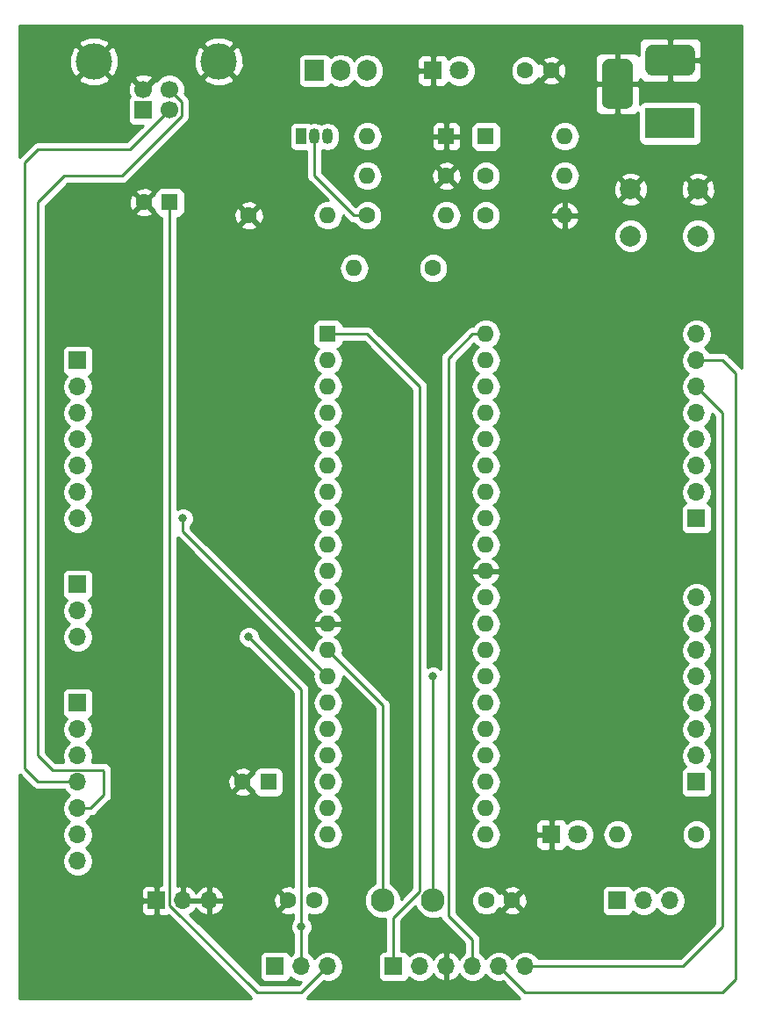
<source format=gbr>
G04 #@! TF.GenerationSoftware,KiCad,Pcbnew,(5.0.0)*
G04 #@! TF.CreationDate,2019-01-26T20:15:58-05:00*
G04 #@! TF.ProjectId,Placa_PIC18F4550,506C6163615F50494331384634353530,rev?*
G04 #@! TF.SameCoordinates,Original*
G04 #@! TF.FileFunction,Copper,L1,Top,Signal*
G04 #@! TF.FilePolarity,Positive*
%FSLAX46Y46*%
G04 Gerber Fmt 4.6, Leading zero omitted, Abs format (unit mm)*
G04 Created by KiCad (PCBNEW (5.0.0)) date 01/26/19 20:15:58*
%MOMM*%
%LPD*%
G01*
G04 APERTURE LIST*
G04 #@! TA.AperFunction,ComponentPad*
%ADD10C,1.600000*%
G04 #@! TD*
G04 #@! TA.AperFunction,ComponentPad*
%ADD11R,1.800000X1.800000*%
G04 #@! TD*
G04 #@! TA.AperFunction,ComponentPad*
%ADD12C,1.800000*%
G04 #@! TD*
G04 #@! TA.AperFunction,ComponentPad*
%ADD13R,1.600000X1.600000*%
G04 #@! TD*
G04 #@! TA.AperFunction,ComponentPad*
%ADD14O,1.600000X1.600000*%
G04 #@! TD*
G04 #@! TA.AperFunction,ComponentPad*
%ADD15R,1.700000X1.700000*%
G04 #@! TD*
G04 #@! TA.AperFunction,ComponentPad*
%ADD16O,1.700000X1.700000*%
G04 #@! TD*
G04 #@! TA.AperFunction,Conductor*
%ADD17C,0.150000*%
G04 #@! TD*
G04 #@! TA.AperFunction,ComponentPad*
%ADD18C,3.000000*%
G04 #@! TD*
G04 #@! TA.AperFunction,ComponentPad*
%ADD19R,4.800000X3.000000*%
G04 #@! TD*
G04 #@! TA.AperFunction,ComponentPad*
%ADD20C,1.700000*%
G04 #@! TD*
G04 #@! TA.AperFunction,ComponentPad*
%ADD21C,3.500000*%
G04 #@! TD*
G04 #@! TA.AperFunction,ComponentPad*
%ADD22O,1.050000X1.500000*%
G04 #@! TD*
G04 #@! TA.AperFunction,ComponentPad*
%ADD23R,1.050000X1.500000*%
G04 #@! TD*
G04 #@! TA.AperFunction,ComponentPad*
%ADD24C,2.000000*%
G04 #@! TD*
G04 #@! TA.AperFunction,ComponentPad*
%ADD25R,1.905000X2.000000*%
G04 #@! TD*
G04 #@! TA.AperFunction,ComponentPad*
%ADD26O,1.905000X2.000000*%
G04 #@! TD*
G04 #@! TA.AperFunction,ComponentPad*
%ADD27C,2.300000*%
G04 #@! TD*
G04 #@! TA.AperFunction,ViaPad*
%ADD28C,0.800000*%
G04 #@! TD*
G04 #@! TA.AperFunction,Conductor*
%ADD29C,0.254000*%
G04 #@! TD*
G04 APERTURE END LIST*
D10*
G04 #@! TO.P,C2,2*
G04 #@! TO.N,/OS1*
X81240000Y-147320000D03*
G04 #@! TO.P,C2,1*
G04 #@! TO.N,GND*
X78740000Y-147320000D03*
G04 #@! TD*
G04 #@! TO.P,C3,1*
G04 #@! TO.N,GND*
X100330000Y-147320000D03*
G04 #@! TO.P,C3,2*
G04 #@! TO.N,/OS2*
X97830000Y-147320000D03*
G04 #@! TD*
G04 #@! TO.P,C4,1*
G04 #@! TO.N,Net-(C4-Pad1)*
X101600000Y-67310000D03*
G04 #@! TO.P,C4,2*
G04 #@! TO.N,GND*
X104100000Y-67310000D03*
G04 #@! TD*
D11*
G04 #@! TO.P,D1,1*
G04 #@! TO.N,GND*
X104140000Y-140970000D03*
D12*
G04 #@! TO.P,D1,2*
G04 #@! TO.N,Net-(D1-Pad2)*
X106680000Y-140970000D03*
G04 #@! TD*
D13*
G04 #@! TO.P,D2,1*
G04 #@! TO.N,GND*
X93980000Y-73660000D03*
D14*
G04 #@! TO.P,D2,2*
G04 #@! TO.N,Net-(D2-Pad2)*
X86360000Y-73660000D03*
G04 #@! TD*
G04 #@! TO.P,D3,2*
G04 #@! TO.N,Net-(C4-Pad1)*
X105410000Y-73660000D03*
D13*
G04 #@! TO.P,D3,1*
G04 #@! TO.N,/Vc*
X97790000Y-73660000D03*
G04 #@! TD*
D12*
G04 #@! TO.P,D4,2*
G04 #@! TO.N,Net-(D4-Pad2)*
X95250000Y-67310000D03*
D11*
G04 #@! TO.P,D4,1*
G04 #@! TO.N,GND*
X92710000Y-67310000D03*
G04 #@! TD*
D15*
G04 #@! TO.P,J1,1*
G04 #@! TO.N,/RD0*
X118110000Y-135890000D03*
D16*
G04 #@! TO.P,J1,2*
G04 #@! TO.N,/RD1*
X118110000Y-133350000D03*
G04 #@! TO.P,J1,3*
G04 #@! TO.N,/RD2*
X118110000Y-130810000D03*
G04 #@! TO.P,J1,4*
G04 #@! TO.N,/RD3*
X118110000Y-128270000D03*
G04 #@! TO.P,J1,5*
G04 #@! TO.N,/RD4*
X118110000Y-125730000D03*
G04 #@! TO.P,J1,6*
G04 #@! TO.N,/RD5*
X118110000Y-123190000D03*
G04 #@! TO.P,J1,7*
G04 #@! TO.N,/RD6*
X118110000Y-120650000D03*
G04 #@! TO.P,J1,8*
G04 #@! TO.N,/RD7*
X118110000Y-118110000D03*
G04 #@! TD*
G04 #@! TO.P,J2,7*
G04 #@! TO.N,/OS2*
X58420000Y-110490000D03*
G04 #@! TO.P,J2,6*
G04 #@! TO.N,/RA5*
X58420000Y-107950000D03*
G04 #@! TO.P,J2,5*
G04 #@! TO.N,/RA4*
X58420000Y-105410000D03*
G04 #@! TO.P,J2,4*
G04 #@! TO.N,/RA3*
X58420000Y-102870000D03*
G04 #@! TO.P,J2,3*
G04 #@! TO.N,/RA2*
X58420000Y-100330000D03*
G04 #@! TO.P,J2,2*
G04 #@! TO.N,/RA1*
X58420000Y-97790000D03*
D15*
G04 #@! TO.P,J2,1*
G04 #@! TO.N,/RA0*
X58420000Y-95250000D03*
G04 #@! TD*
G04 #@! TO.P,J3,1*
G04 #@! TO.N,/RE0*
X58420000Y-116840000D03*
D16*
G04 #@! TO.P,J3,2*
G04 #@! TO.N,/RE1*
X58420000Y-119380000D03*
G04 #@! TO.P,J3,3*
G04 #@! TO.N,/RE2*
X58420000Y-121920000D03*
G04 #@! TD*
G04 #@! TO.P,J4,8*
G04 #@! TO.N,/RB7*
X118110000Y-92710000D03*
G04 #@! TO.P,J4,7*
G04 #@! TO.N,/RB6*
X118110000Y-95250000D03*
G04 #@! TO.P,J4,6*
G04 #@! TO.N,/RB5*
X118110000Y-97790000D03*
G04 #@! TO.P,J4,5*
G04 #@! TO.N,/RB4*
X118110000Y-100330000D03*
G04 #@! TO.P,J4,4*
G04 #@! TO.N,/RB3*
X118110000Y-102870000D03*
G04 #@! TO.P,J4,3*
G04 #@! TO.N,/RB2*
X118110000Y-105410000D03*
G04 #@! TO.P,J4,2*
G04 #@! TO.N,/RB1*
X118110000Y-107950000D03*
D15*
G04 #@! TO.P,J4,1*
G04 #@! TO.N,/RB0*
X118110000Y-110490000D03*
G04 #@! TD*
G04 #@! TO.P,J5,1*
G04 #@! TO.N,/RC0*
X58420000Y-128270000D03*
D16*
G04 #@! TO.P,J5,2*
G04 #@! TO.N,/RC1*
X58420000Y-130810000D03*
G04 #@! TO.P,J5,3*
G04 #@! TO.N,/RC2*
X58420000Y-133350000D03*
G04 #@! TO.P,J5,4*
G04 #@! TO.N,/RC4*
X58420000Y-135890000D03*
G04 #@! TO.P,J5,5*
G04 #@! TO.N,/RC5*
X58420000Y-138430000D03*
G04 #@! TO.P,J5,6*
G04 #@! TO.N,/RC6*
X58420000Y-140970000D03*
G04 #@! TO.P,J5,7*
G04 #@! TO.N,/RC7*
X58420000Y-143510000D03*
G04 #@! TD*
D15*
G04 #@! TO.P,J6,1*
G04 #@! TO.N,GND*
X66040000Y-147320000D03*
D16*
G04 #@! TO.P,J6,2*
X68580000Y-147320000D03*
G04 #@! TO.P,J6,3*
X71120000Y-147320000D03*
G04 #@! TD*
G04 #@! TO.P,J7,3*
G04 #@! TO.N,VCC*
X115570000Y-147320000D03*
G04 #@! TO.P,J7,2*
X113030000Y-147320000D03*
D15*
G04 #@! TO.P,J7,1*
X110490000Y-147320000D03*
G04 #@! TD*
G04 #@! TO.P,J8,1*
G04 #@! TO.N,/V+*
X77470000Y-153670000D03*
D16*
G04 #@! TO.P,J8,2*
G04 #@! TO.N,VCC*
X80010000Y-153670000D03*
G04 #@! TO.P,J8,3*
G04 #@! TO.N,/Vc*
X82550000Y-153670000D03*
G04 #@! TD*
D17*
G04 #@! TO.N,GND*
G04 #@! TO.C,J9*
G36*
X117293513Y-64793611D02*
X117366318Y-64804411D01*
X117437714Y-64822295D01*
X117507013Y-64847090D01*
X117573548Y-64878559D01*
X117636678Y-64916398D01*
X117695795Y-64960242D01*
X117750330Y-65009670D01*
X117799758Y-65064205D01*
X117843602Y-65123322D01*
X117881441Y-65186452D01*
X117912910Y-65252987D01*
X117937705Y-65322286D01*
X117955589Y-65393682D01*
X117966389Y-65466487D01*
X117970000Y-65540000D01*
X117970000Y-67040000D01*
X117966389Y-67113513D01*
X117955589Y-67186318D01*
X117937705Y-67257714D01*
X117912910Y-67327013D01*
X117881441Y-67393548D01*
X117843602Y-67456678D01*
X117799758Y-67515795D01*
X117750330Y-67570330D01*
X117695795Y-67619758D01*
X117636678Y-67663602D01*
X117573548Y-67701441D01*
X117507013Y-67732910D01*
X117437714Y-67757705D01*
X117366318Y-67775589D01*
X117293513Y-67786389D01*
X117220000Y-67790000D01*
X113920000Y-67790000D01*
X113846487Y-67786389D01*
X113773682Y-67775589D01*
X113702286Y-67757705D01*
X113632987Y-67732910D01*
X113566452Y-67701441D01*
X113503322Y-67663602D01*
X113444205Y-67619758D01*
X113389670Y-67570330D01*
X113340242Y-67515795D01*
X113296398Y-67456678D01*
X113258559Y-67393548D01*
X113227090Y-67327013D01*
X113202295Y-67257714D01*
X113184411Y-67186318D01*
X113173611Y-67113513D01*
X113170000Y-67040000D01*
X113170000Y-65540000D01*
X113173611Y-65466487D01*
X113184411Y-65393682D01*
X113202295Y-65322286D01*
X113227090Y-65252987D01*
X113258559Y-65186452D01*
X113296398Y-65123322D01*
X113340242Y-65064205D01*
X113389670Y-65009670D01*
X113444205Y-64960242D01*
X113503322Y-64916398D01*
X113566452Y-64878559D01*
X113632987Y-64847090D01*
X113702286Y-64822295D01*
X113773682Y-64804411D01*
X113846487Y-64793611D01*
X113920000Y-64790000D01*
X117220000Y-64790000D01*
X117293513Y-64793611D01*
X117293513Y-64793611D01*
G37*
D18*
G04 #@! TD*
G04 #@! TO.P,J9,2*
G04 #@! TO.N,GND*
X115570000Y-66290000D03*
D19*
G04 #@! TO.P,J9,1*
G04 #@! TO.N,Net-(J9-Pad1)*
X115570000Y-72390000D03*
D17*
G04 #@! TD*
G04 #@! TO.N,GND*
G04 #@! TO.C,J9*
G36*
X111313513Y-66183611D02*
X111386318Y-66194411D01*
X111457714Y-66212295D01*
X111527013Y-66237090D01*
X111593548Y-66268559D01*
X111656678Y-66306398D01*
X111715795Y-66350242D01*
X111770330Y-66399670D01*
X111819758Y-66454205D01*
X111863602Y-66513322D01*
X111901441Y-66576452D01*
X111932910Y-66642987D01*
X111957705Y-66712286D01*
X111975589Y-66783682D01*
X111986389Y-66856487D01*
X111990000Y-66930000D01*
X111990000Y-70230000D01*
X111986389Y-70303513D01*
X111975589Y-70376318D01*
X111957705Y-70447714D01*
X111932910Y-70517013D01*
X111901441Y-70583548D01*
X111863602Y-70646678D01*
X111819758Y-70705795D01*
X111770330Y-70760330D01*
X111715795Y-70809758D01*
X111656678Y-70853602D01*
X111593548Y-70891441D01*
X111527013Y-70922910D01*
X111457714Y-70947705D01*
X111386318Y-70965589D01*
X111313513Y-70976389D01*
X111240000Y-70980000D01*
X109740000Y-70980000D01*
X109666487Y-70976389D01*
X109593682Y-70965589D01*
X109522286Y-70947705D01*
X109452987Y-70922910D01*
X109386452Y-70891441D01*
X109323322Y-70853602D01*
X109264205Y-70809758D01*
X109209670Y-70760330D01*
X109160242Y-70705795D01*
X109116398Y-70646678D01*
X109078559Y-70583548D01*
X109047090Y-70517013D01*
X109022295Y-70447714D01*
X109004411Y-70376318D01*
X108993611Y-70303513D01*
X108990000Y-70230000D01*
X108990000Y-66930000D01*
X108993611Y-66856487D01*
X109004411Y-66783682D01*
X109022295Y-66712286D01*
X109047090Y-66642987D01*
X109078559Y-66576452D01*
X109116398Y-66513322D01*
X109160242Y-66454205D01*
X109209670Y-66399670D01*
X109264205Y-66350242D01*
X109323322Y-66306398D01*
X109386452Y-66268559D01*
X109452987Y-66237090D01*
X109522286Y-66212295D01*
X109593682Y-66194411D01*
X109666487Y-66183611D01*
X109740000Y-66180000D01*
X111240000Y-66180000D01*
X111313513Y-66183611D01*
X111313513Y-66183611D01*
G37*
D18*
G04 #@! TO.P,J9,3*
G04 #@! TO.N,GND*
X110490000Y-68580000D03*
G04 #@! TD*
D15*
G04 #@! TO.P,J10,1*
G04 #@! TO.N,/VUSB*
X64770000Y-71120000D03*
D20*
G04 #@! TO.P,J10,2*
G04 #@! TO.N,/RC4*
X67270000Y-71120000D03*
G04 #@! TO.P,J10,3*
G04 #@! TO.N,/RC5*
X67270000Y-69120000D03*
G04 #@! TO.P,J10,4*
G04 #@! TO.N,GND*
X64770000Y-69120000D03*
D21*
G04 #@! TO.P,J10,5*
X60000000Y-66410000D03*
X72040000Y-66410000D03*
G04 #@! TD*
D22*
G04 #@! TO.P,Q1,2*
G04 #@! TO.N,Net-(Q1-Pad2)*
X81280000Y-73660000D03*
G04 #@! TO.P,Q1,3*
G04 #@! TO.N,/Vc*
X82550000Y-73660000D03*
D23*
G04 #@! TO.P,Q1,1*
G04 #@! TO.N,/VUSB*
X80010000Y-73660000D03*
G04 #@! TD*
D14*
G04 #@! TO.P,R1,2*
G04 #@! TO.N,/MCLR*
X85090000Y-86360000D03*
D10*
G04 #@! TO.P,R1,1*
G04 #@! TO.N,VCC*
X92710000Y-86360000D03*
G04 #@! TD*
G04 #@! TO.P,R2,1*
G04 #@! TO.N,/RD0*
X118110000Y-140970000D03*
D14*
G04 #@! TO.P,R2,2*
G04 #@! TO.N,Net-(D1-Pad2)*
X110490000Y-140970000D03*
G04 #@! TD*
G04 #@! TO.P,R3,2*
G04 #@! TO.N,GND*
X105410000Y-81280000D03*
D10*
G04 #@! TO.P,R3,1*
G04 #@! TO.N,/VUSB*
X97790000Y-81280000D03*
G04 #@! TD*
G04 #@! TO.P,R4,1*
G04 #@! TO.N,GND*
X74930000Y-81280000D03*
D14*
G04 #@! TO.P,R4,2*
G04 #@! TO.N,Net-(C4-Pad1)*
X82550000Y-81280000D03*
G04 #@! TD*
D10*
G04 #@! TO.P,R5,1*
G04 #@! TO.N,Net-(Q1-Pad2)*
X86360000Y-81280000D03*
D14*
G04 #@! TO.P,R5,2*
G04 #@! TO.N,Net-(C4-Pad1)*
X93980000Y-81280000D03*
G04 #@! TD*
G04 #@! TO.P,R6,2*
G04 #@! TO.N,/VUSB*
X86360000Y-77470000D03*
D10*
G04 #@! TO.P,R6,1*
G04 #@! TO.N,GND*
X93980000Y-77470000D03*
G04 #@! TD*
G04 #@! TO.P,R7,1*
G04 #@! TO.N,/Vc*
X97790000Y-77470000D03*
D14*
G04 #@! TO.P,R7,2*
G04 #@! TO.N,Net-(D4-Pad2)*
X105410000Y-77470000D03*
G04 #@! TD*
D24*
G04 #@! TO.P,SW1,2*
G04 #@! TO.N,/MCLR*
X111760000Y-83240000D03*
G04 #@! TO.P,SW1,1*
G04 #@! TO.N,GND*
X111760000Y-78740000D03*
G04 #@! TO.P,SW1,2*
G04 #@! TO.N,/MCLR*
X118260000Y-83240000D03*
G04 #@! TO.P,SW1,1*
G04 #@! TO.N,GND*
X118260000Y-78740000D03*
G04 #@! TD*
D13*
G04 #@! TO.P,U1,1*
G04 #@! TO.N,/MCLR*
X82550000Y-92710000D03*
D14*
G04 #@! TO.P,U1,21*
G04 #@! TO.N,/RD2*
X97790000Y-140970000D03*
G04 #@! TO.P,U1,2*
G04 #@! TO.N,/RA0*
X82550000Y-95250000D03*
G04 #@! TO.P,U1,22*
G04 #@! TO.N,/RD3*
X97790000Y-138430000D03*
G04 #@! TO.P,U1,3*
G04 #@! TO.N,/RA1*
X82550000Y-97790000D03*
G04 #@! TO.P,U1,23*
G04 #@! TO.N,/RC4*
X97790000Y-135890000D03*
G04 #@! TO.P,U1,4*
G04 #@! TO.N,/RA2*
X82550000Y-100330000D03*
G04 #@! TO.P,U1,24*
G04 #@! TO.N,/RC5*
X97790000Y-133350000D03*
G04 #@! TO.P,U1,5*
G04 #@! TO.N,/RA3*
X82550000Y-102870000D03*
G04 #@! TO.P,U1,25*
G04 #@! TO.N,/RC6*
X97790000Y-130810000D03*
G04 #@! TO.P,U1,6*
G04 #@! TO.N,/RA4*
X82550000Y-105410000D03*
G04 #@! TO.P,U1,26*
G04 #@! TO.N,/RC7*
X97790000Y-128270000D03*
G04 #@! TO.P,U1,7*
G04 #@! TO.N,/RA5*
X82550000Y-107950000D03*
G04 #@! TO.P,U1,27*
G04 #@! TO.N,/RD4*
X97790000Y-125730000D03*
G04 #@! TO.P,U1,8*
G04 #@! TO.N,/RE0*
X82550000Y-110490000D03*
G04 #@! TO.P,U1,28*
G04 #@! TO.N,/RD5*
X97790000Y-123190000D03*
G04 #@! TO.P,U1,9*
G04 #@! TO.N,/RE1*
X82550000Y-113030000D03*
G04 #@! TO.P,U1,29*
G04 #@! TO.N,/RD6*
X97790000Y-120650000D03*
G04 #@! TO.P,U1,10*
G04 #@! TO.N,/RE2*
X82550000Y-115570000D03*
G04 #@! TO.P,U1,30*
G04 #@! TO.N,/RD7*
X97790000Y-118110000D03*
G04 #@! TO.P,U1,11*
G04 #@! TO.N,VCC*
X82550000Y-118110000D03*
G04 #@! TO.P,U1,31*
G04 #@! TO.N,GND*
X97790000Y-115570000D03*
G04 #@! TO.P,U1,12*
X82550000Y-120650000D03*
G04 #@! TO.P,U1,32*
G04 #@! TO.N,VCC*
X97790000Y-113030000D03*
G04 #@! TO.P,U1,13*
G04 #@! TO.N,/OS1*
X82550000Y-123190000D03*
G04 #@! TO.P,U1,33*
G04 #@! TO.N,/RB0*
X97790000Y-110490000D03*
G04 #@! TO.P,U1,14*
G04 #@! TO.N,/OS2*
X82550000Y-125730000D03*
G04 #@! TO.P,U1,34*
G04 #@! TO.N,/RB1*
X97790000Y-107950000D03*
G04 #@! TO.P,U1,15*
G04 #@! TO.N,/RC0*
X82550000Y-128270000D03*
G04 #@! TO.P,U1,35*
G04 #@! TO.N,/RB2*
X97790000Y-105410000D03*
G04 #@! TO.P,U1,16*
G04 #@! TO.N,/RC1*
X82550000Y-130810000D03*
G04 #@! TO.P,U1,36*
G04 #@! TO.N,/RB3*
X97790000Y-102870000D03*
G04 #@! TO.P,U1,17*
G04 #@! TO.N,/RC2*
X82550000Y-133350000D03*
G04 #@! TO.P,U1,37*
G04 #@! TO.N,/RB4*
X97790000Y-100330000D03*
G04 #@! TO.P,U1,18*
G04 #@! TO.N,Net-(C1-Pad1)*
X82550000Y-135890000D03*
G04 #@! TO.P,U1,38*
G04 #@! TO.N,/RB5*
X97790000Y-97790000D03*
G04 #@! TO.P,U1,19*
G04 #@! TO.N,/RD0*
X82550000Y-138430000D03*
G04 #@! TO.P,U1,39*
G04 #@! TO.N,/RB6*
X97790000Y-95250000D03*
G04 #@! TO.P,U1,20*
G04 #@! TO.N,/RD1*
X82550000Y-140970000D03*
G04 #@! TO.P,U1,40*
G04 #@! TO.N,/RB7*
X97790000Y-92710000D03*
G04 #@! TD*
D25*
G04 #@! TO.P,U2,1*
G04 #@! TO.N,Net-(J9-Pad1)*
X81280000Y-67310000D03*
D26*
G04 #@! TO.P,U2,2*
G04 #@! TO.N,Net-(D2-Pad2)*
X83820000Y-67310000D03*
G04 #@! TO.P,U2,3*
G04 #@! TO.N,Net-(C4-Pad1)*
X86360000Y-67310000D03*
G04 #@! TD*
D27*
G04 #@! TO.P,Y1,1*
G04 #@! TO.N,/OS1*
X87810000Y-147320000D03*
G04 #@! TO.P,Y1,2*
G04 #@! TO.N,/OS2*
X92710000Y-147320000D03*
G04 #@! TD*
D13*
G04 #@! TO.P,C5,1*
G04 #@! TO.N,/Vc*
X67310000Y-80010000D03*
D10*
G04 #@! TO.P,C5,2*
G04 #@! TO.N,GND*
X64810000Y-80010000D03*
G04 #@! TD*
D15*
G04 #@! TO.P,J11,1*
G04 #@! TO.N,/MCLR*
X88900000Y-153670000D03*
D16*
G04 #@! TO.P,J11,2*
G04 #@! TO.N,/V+*
X91440000Y-153670000D03*
G04 #@! TO.P,J11,3*
G04 #@! TO.N,GND*
X93980000Y-153670000D03*
G04 #@! TO.P,J11,4*
G04 #@! TO.N,/RB7*
X96520000Y-153670000D03*
G04 #@! TO.P,J11,5*
G04 #@! TO.N,/RB6*
X99060000Y-153670000D03*
G04 #@! TO.P,J11,6*
G04 #@! TO.N,/RB5*
X101600000Y-153670000D03*
G04 #@! TD*
D13*
G04 #@! TO.P,C1,1*
G04 #@! TO.N,Net-(C1-Pad1)*
X76835000Y-135890000D03*
D10*
G04 #@! TO.P,C1,2*
G04 #@! TO.N,GND*
X74335000Y-135890000D03*
G04 #@! TD*
D28*
G04 #@! TO.N,/OS2*
X92710000Y-125730000D03*
X68580000Y-110490000D03*
G04 #@! TO.N,VCC*
X80010000Y-149860000D03*
X74930000Y-121920000D03*
G04 #@! TD*
D29*
G04 #@! TO.N,/OS1*
X87810000Y-128450000D02*
X82550000Y-123190000D01*
X87810000Y-147320000D02*
X87810000Y-128450000D01*
G04 #@! TO.N,/OS2*
X92710000Y-147320000D02*
X92710000Y-125730000D01*
X92710000Y-125730000D02*
X92710000Y-125730000D01*
X82550000Y-125730000D02*
X68580000Y-111760000D01*
X68580000Y-111760000D02*
X68580000Y-110490000D01*
X68580000Y-110490000D02*
X68580000Y-110490000D01*
G04 #@! TO.N,/Vc*
X67310000Y-147791962D02*
X75728038Y-156210000D01*
X67310000Y-80010000D02*
X67310000Y-147791962D01*
X80010000Y-156210000D02*
X82550000Y-153670000D01*
X75728038Y-156210000D02*
X80010000Y-156210000D01*
G04 #@! TO.N,/RB7*
X96520000Y-92710000D02*
X97790000Y-92710000D01*
X94187001Y-95042999D02*
X96520000Y-92710000D01*
X94187001Y-148797001D02*
X94187001Y-95042999D01*
X96520000Y-153670000D02*
X96520000Y-151130000D01*
X96520000Y-151130000D02*
X94187001Y-148797001D01*
G04 #@! TO.N,/RB6*
X120650000Y-95250000D02*
X118110000Y-95250000D01*
X121920000Y-96520000D02*
X120650000Y-95250000D01*
X121920000Y-154940000D02*
X121920000Y-96520000D01*
X120650000Y-156210000D02*
X121920000Y-154940000D01*
X99060000Y-153670000D02*
X101600000Y-156210000D01*
X101600000Y-156210000D02*
X120650000Y-156210000D01*
G04 #@! TO.N,/RB5*
X101600000Y-153670000D02*
X116840000Y-153670000D01*
X116840000Y-153670000D02*
X120650000Y-149860000D01*
X120650000Y-100330000D02*
X118110000Y-97790000D01*
X120650000Y-149860000D02*
X120650000Y-100330000D01*
G04 #@! TO.N,/RC4*
X54610000Y-135890000D02*
X58420000Y-135890000D01*
X53340000Y-134620000D02*
X54610000Y-135890000D01*
X53340000Y-76200000D02*
X53340000Y-134620000D01*
X54610000Y-74930000D02*
X53340000Y-76200000D01*
X67270000Y-71120000D02*
X63460000Y-74930000D01*
X63460000Y-74930000D02*
X54610000Y-74930000D01*
G04 #@! TO.N,/RC5*
X60867001Y-134712999D02*
X60960000Y-134805998D01*
X55972999Y-134712999D02*
X60867001Y-134712999D01*
X54610000Y-133350000D02*
X55972999Y-134712999D01*
X68447001Y-70297001D02*
X68447001Y-71684961D01*
X67270000Y-69120000D02*
X68447001Y-70297001D01*
X68447001Y-71684961D02*
X62661962Y-77470000D01*
X59690000Y-138430000D02*
X58420000Y-138430000D01*
X62661962Y-77470000D02*
X57150000Y-77470000D01*
X60960000Y-134805998D02*
X60960000Y-137160000D01*
X57150000Y-77470000D02*
X54610000Y-80010000D01*
X60960000Y-137160000D02*
X59690000Y-138430000D01*
X54610000Y-80010000D02*
X54610000Y-133350000D01*
G04 #@! TO.N,VCC*
X80010000Y-153670000D02*
X80010000Y-149860000D01*
X80010000Y-127000000D02*
X74930000Y-121920000D01*
X80010000Y-149860000D02*
X80010000Y-127000000D01*
X74930000Y-121920000D02*
X74930000Y-121920000D01*
G04 #@! TO.N,/MCLR*
X88900000Y-148944038D02*
X91440000Y-146404038D01*
X88900000Y-153670000D02*
X88900000Y-148944038D01*
X91440000Y-146404038D02*
X91440000Y-97790000D01*
X86360000Y-92710000D02*
X82550000Y-92710000D01*
X91440000Y-97790000D02*
X86360000Y-92710000D01*
X88900000Y-153670000D02*
X88900000Y-152400000D01*
G04 #@! TO.N,Net-(Q1-Pad2)*
X86360000Y-81280000D02*
X85090000Y-81280000D01*
X85090000Y-81280000D02*
X81280000Y-77470000D01*
X81280000Y-77470000D02*
X81280000Y-73660000D01*
G04 #@! TD*
G04 #@! TO.N,GND*
G36*
X122455000Y-95961027D02*
X122405749Y-95928118D01*
X121241883Y-94764253D01*
X121199371Y-94700629D01*
X120947317Y-94532212D01*
X120725048Y-94488000D01*
X120725043Y-94488000D01*
X120650000Y-94473073D01*
X120574957Y-94488000D01*
X119386842Y-94488000D01*
X119180625Y-94179375D01*
X118882239Y-93980000D01*
X119180625Y-93780625D01*
X119508839Y-93289418D01*
X119624092Y-92710000D01*
X119508839Y-92130582D01*
X119180625Y-91639375D01*
X118689418Y-91311161D01*
X118256256Y-91225000D01*
X117963744Y-91225000D01*
X117530582Y-91311161D01*
X117039375Y-91639375D01*
X116711161Y-92130582D01*
X116595908Y-92710000D01*
X116711161Y-93289418D01*
X117039375Y-93780625D01*
X117337761Y-93980000D01*
X117039375Y-94179375D01*
X116711161Y-94670582D01*
X116595908Y-95250000D01*
X116711161Y-95829418D01*
X117039375Y-96320625D01*
X117337761Y-96520000D01*
X117039375Y-96719375D01*
X116711161Y-97210582D01*
X116595908Y-97790000D01*
X116711161Y-98369418D01*
X117039375Y-98860625D01*
X117337761Y-99060000D01*
X117039375Y-99259375D01*
X116711161Y-99750582D01*
X116595908Y-100330000D01*
X116711161Y-100909418D01*
X117039375Y-101400625D01*
X117337761Y-101600000D01*
X117039375Y-101799375D01*
X116711161Y-102290582D01*
X116595908Y-102870000D01*
X116711161Y-103449418D01*
X117039375Y-103940625D01*
X117337761Y-104140000D01*
X117039375Y-104339375D01*
X116711161Y-104830582D01*
X116595908Y-105410000D01*
X116711161Y-105989418D01*
X117039375Y-106480625D01*
X117337761Y-106680000D01*
X117039375Y-106879375D01*
X116711161Y-107370582D01*
X116595908Y-107950000D01*
X116711161Y-108529418D01*
X117039375Y-109020625D01*
X117057619Y-109032816D01*
X117012235Y-109041843D01*
X116802191Y-109182191D01*
X116661843Y-109392235D01*
X116612560Y-109640000D01*
X116612560Y-111340000D01*
X116661843Y-111587765D01*
X116802191Y-111797809D01*
X117012235Y-111938157D01*
X117260000Y-111987440D01*
X118960000Y-111987440D01*
X119207765Y-111938157D01*
X119417809Y-111797809D01*
X119558157Y-111587765D01*
X119607440Y-111340000D01*
X119607440Y-109640000D01*
X119558157Y-109392235D01*
X119417809Y-109182191D01*
X119207765Y-109041843D01*
X119162381Y-109032816D01*
X119180625Y-109020625D01*
X119508839Y-108529418D01*
X119624092Y-107950000D01*
X119508839Y-107370582D01*
X119180625Y-106879375D01*
X118882239Y-106680000D01*
X119180625Y-106480625D01*
X119508839Y-105989418D01*
X119624092Y-105410000D01*
X119508839Y-104830582D01*
X119180625Y-104339375D01*
X118882239Y-104140000D01*
X119180625Y-103940625D01*
X119508839Y-103449418D01*
X119624092Y-102870000D01*
X119508839Y-102290582D01*
X119180625Y-101799375D01*
X118882239Y-101600000D01*
X119180625Y-101400625D01*
X119508839Y-100909418D01*
X119615511Y-100373141D01*
X119888001Y-100645631D01*
X119888000Y-149544369D01*
X116524370Y-152908000D01*
X102876842Y-152908000D01*
X102670625Y-152599375D01*
X102179418Y-152271161D01*
X101746256Y-152185000D01*
X101453744Y-152185000D01*
X101020582Y-152271161D01*
X100529375Y-152599375D01*
X100330000Y-152897761D01*
X100130625Y-152599375D01*
X99639418Y-152271161D01*
X99206256Y-152185000D01*
X98913744Y-152185000D01*
X98480582Y-152271161D01*
X97989375Y-152599375D01*
X97790000Y-152897761D01*
X97590625Y-152599375D01*
X97282000Y-152393158D01*
X97282000Y-151205047D01*
X97296928Y-151130000D01*
X97282000Y-151054952D01*
X97237788Y-150832683D01*
X97069371Y-150580629D01*
X97005749Y-150538118D01*
X94949001Y-148481371D01*
X94949001Y-147034561D01*
X96395000Y-147034561D01*
X96395000Y-147605439D01*
X96613466Y-148132862D01*
X97017138Y-148536534D01*
X97544561Y-148755000D01*
X98115439Y-148755000D01*
X98642862Y-148536534D01*
X98851651Y-148327745D01*
X99501861Y-148327745D01*
X99575995Y-148573864D01*
X100113223Y-148766965D01*
X100683454Y-148739778D01*
X101084005Y-148573864D01*
X101158139Y-148327745D01*
X100330000Y-147499605D01*
X99501861Y-148327745D01*
X98851651Y-148327745D01*
X99046534Y-148132862D01*
X99073525Y-148067701D01*
X99076136Y-148074005D01*
X99322255Y-148148139D01*
X100150395Y-147320000D01*
X100509605Y-147320000D01*
X101337745Y-148148139D01*
X101583864Y-148074005D01*
X101776965Y-147536777D01*
X101749778Y-146966546D01*
X101583864Y-146565995D01*
X101337745Y-146491861D01*
X100509605Y-147320000D01*
X100150395Y-147320000D01*
X99322255Y-146491861D01*
X99076136Y-146565995D01*
X99073710Y-146572746D01*
X99046534Y-146507138D01*
X98851651Y-146312255D01*
X99501861Y-146312255D01*
X100330000Y-147140395D01*
X101000394Y-146470000D01*
X108992560Y-146470000D01*
X108992560Y-148170000D01*
X109041843Y-148417765D01*
X109182191Y-148627809D01*
X109392235Y-148768157D01*
X109640000Y-148817440D01*
X111340000Y-148817440D01*
X111587765Y-148768157D01*
X111797809Y-148627809D01*
X111938157Y-148417765D01*
X111947184Y-148372381D01*
X111959375Y-148390625D01*
X112450582Y-148718839D01*
X112883744Y-148805000D01*
X113176256Y-148805000D01*
X113609418Y-148718839D01*
X114100625Y-148390625D01*
X114300000Y-148092239D01*
X114499375Y-148390625D01*
X114990582Y-148718839D01*
X115423744Y-148805000D01*
X115716256Y-148805000D01*
X116149418Y-148718839D01*
X116640625Y-148390625D01*
X116968839Y-147899418D01*
X117084092Y-147320000D01*
X116968839Y-146740582D01*
X116640625Y-146249375D01*
X116149418Y-145921161D01*
X115716256Y-145835000D01*
X115423744Y-145835000D01*
X114990582Y-145921161D01*
X114499375Y-146249375D01*
X114300000Y-146547761D01*
X114100625Y-146249375D01*
X113609418Y-145921161D01*
X113176256Y-145835000D01*
X112883744Y-145835000D01*
X112450582Y-145921161D01*
X111959375Y-146249375D01*
X111947184Y-146267619D01*
X111938157Y-146222235D01*
X111797809Y-146012191D01*
X111587765Y-145871843D01*
X111340000Y-145822560D01*
X109640000Y-145822560D01*
X109392235Y-145871843D01*
X109182191Y-146012191D01*
X109041843Y-146222235D01*
X108992560Y-146470000D01*
X101000394Y-146470000D01*
X101158139Y-146312255D01*
X101084005Y-146066136D01*
X100546777Y-145873035D01*
X99976546Y-145900222D01*
X99575995Y-146066136D01*
X99501861Y-146312255D01*
X98851651Y-146312255D01*
X98642862Y-146103466D01*
X98115439Y-145885000D01*
X97544561Y-145885000D01*
X97017138Y-146103466D01*
X96613466Y-146507138D01*
X96395000Y-147034561D01*
X94949001Y-147034561D01*
X94949001Y-118110000D01*
X96326887Y-118110000D01*
X96438260Y-118669909D01*
X96755423Y-119144577D01*
X97107758Y-119380000D01*
X96755423Y-119615423D01*
X96438260Y-120090091D01*
X96326887Y-120650000D01*
X96438260Y-121209909D01*
X96755423Y-121684577D01*
X97107758Y-121920000D01*
X96755423Y-122155423D01*
X96438260Y-122630091D01*
X96326887Y-123190000D01*
X96438260Y-123749909D01*
X96755423Y-124224577D01*
X97107758Y-124460000D01*
X96755423Y-124695423D01*
X96438260Y-125170091D01*
X96326887Y-125730000D01*
X96438260Y-126289909D01*
X96755423Y-126764577D01*
X97107758Y-127000000D01*
X96755423Y-127235423D01*
X96438260Y-127710091D01*
X96326887Y-128270000D01*
X96438260Y-128829909D01*
X96755423Y-129304577D01*
X97107758Y-129540000D01*
X96755423Y-129775423D01*
X96438260Y-130250091D01*
X96326887Y-130810000D01*
X96438260Y-131369909D01*
X96755423Y-131844577D01*
X97107758Y-132080000D01*
X96755423Y-132315423D01*
X96438260Y-132790091D01*
X96326887Y-133350000D01*
X96438260Y-133909909D01*
X96755423Y-134384577D01*
X97107758Y-134620000D01*
X96755423Y-134855423D01*
X96438260Y-135330091D01*
X96326887Y-135890000D01*
X96438260Y-136449909D01*
X96755423Y-136924577D01*
X97107758Y-137160000D01*
X96755423Y-137395423D01*
X96438260Y-137870091D01*
X96326887Y-138430000D01*
X96438260Y-138989909D01*
X96755423Y-139464577D01*
X97107758Y-139700000D01*
X96755423Y-139935423D01*
X96438260Y-140410091D01*
X96326887Y-140970000D01*
X96438260Y-141529909D01*
X96755423Y-142004577D01*
X97230091Y-142321740D01*
X97648667Y-142405000D01*
X97931333Y-142405000D01*
X98349909Y-142321740D01*
X98824577Y-142004577D01*
X99141740Y-141529909D01*
X99196273Y-141255750D01*
X102605000Y-141255750D01*
X102605000Y-141996310D01*
X102701673Y-142229699D01*
X102880302Y-142408327D01*
X103113691Y-142505000D01*
X103854250Y-142505000D01*
X104013000Y-142346250D01*
X104013000Y-141097000D01*
X102763750Y-141097000D01*
X102605000Y-141255750D01*
X99196273Y-141255750D01*
X99253113Y-140970000D01*
X99141740Y-140410091D01*
X98830101Y-139943690D01*
X102605000Y-139943690D01*
X102605000Y-140684250D01*
X102763750Y-140843000D01*
X104013000Y-140843000D01*
X104013000Y-139593750D01*
X104267000Y-139593750D01*
X104267000Y-140843000D01*
X104287000Y-140843000D01*
X104287000Y-141097000D01*
X104267000Y-141097000D01*
X104267000Y-142346250D01*
X104425750Y-142505000D01*
X105166309Y-142505000D01*
X105399698Y-142408327D01*
X105578327Y-142229699D01*
X105634139Y-142094956D01*
X105810493Y-142271310D01*
X106374670Y-142505000D01*
X106985330Y-142505000D01*
X107549507Y-142271310D01*
X107981310Y-141839507D01*
X108215000Y-141275330D01*
X108215000Y-140970000D01*
X109026887Y-140970000D01*
X109138260Y-141529909D01*
X109455423Y-142004577D01*
X109930091Y-142321740D01*
X110348667Y-142405000D01*
X110631333Y-142405000D01*
X111049909Y-142321740D01*
X111524577Y-142004577D01*
X111841740Y-141529909D01*
X111953113Y-140970000D01*
X111896336Y-140684561D01*
X116675000Y-140684561D01*
X116675000Y-141255439D01*
X116893466Y-141782862D01*
X117297138Y-142186534D01*
X117824561Y-142405000D01*
X118395439Y-142405000D01*
X118922862Y-142186534D01*
X119326534Y-141782862D01*
X119545000Y-141255439D01*
X119545000Y-140684561D01*
X119326534Y-140157138D01*
X118922862Y-139753466D01*
X118395439Y-139535000D01*
X117824561Y-139535000D01*
X117297138Y-139753466D01*
X116893466Y-140157138D01*
X116675000Y-140684561D01*
X111896336Y-140684561D01*
X111841740Y-140410091D01*
X111524577Y-139935423D01*
X111049909Y-139618260D01*
X110631333Y-139535000D01*
X110348667Y-139535000D01*
X109930091Y-139618260D01*
X109455423Y-139935423D01*
X109138260Y-140410091D01*
X109026887Y-140970000D01*
X108215000Y-140970000D01*
X108215000Y-140664670D01*
X107981310Y-140100493D01*
X107549507Y-139668690D01*
X106985330Y-139435000D01*
X106374670Y-139435000D01*
X105810493Y-139668690D01*
X105634139Y-139845044D01*
X105578327Y-139710301D01*
X105399698Y-139531673D01*
X105166309Y-139435000D01*
X104425750Y-139435000D01*
X104267000Y-139593750D01*
X104013000Y-139593750D01*
X103854250Y-139435000D01*
X103113691Y-139435000D01*
X102880302Y-139531673D01*
X102701673Y-139710301D01*
X102605000Y-139943690D01*
X98830101Y-139943690D01*
X98824577Y-139935423D01*
X98472242Y-139700000D01*
X98824577Y-139464577D01*
X99141740Y-138989909D01*
X99253113Y-138430000D01*
X99141740Y-137870091D01*
X98824577Y-137395423D01*
X98472242Y-137160000D01*
X98824577Y-136924577D01*
X99141740Y-136449909D01*
X99253113Y-135890000D01*
X99141740Y-135330091D01*
X98824577Y-134855423D01*
X98472242Y-134620000D01*
X98824577Y-134384577D01*
X99141740Y-133909909D01*
X99253113Y-133350000D01*
X99141740Y-132790091D01*
X98824577Y-132315423D01*
X98472242Y-132080000D01*
X98824577Y-131844577D01*
X99141740Y-131369909D01*
X99253113Y-130810000D01*
X99141740Y-130250091D01*
X98824577Y-129775423D01*
X98472242Y-129540000D01*
X98824577Y-129304577D01*
X99141740Y-128829909D01*
X99253113Y-128270000D01*
X99141740Y-127710091D01*
X98824577Y-127235423D01*
X98472242Y-127000000D01*
X98824577Y-126764577D01*
X99141740Y-126289909D01*
X99253113Y-125730000D01*
X99141740Y-125170091D01*
X98824577Y-124695423D01*
X98472242Y-124460000D01*
X98824577Y-124224577D01*
X99141740Y-123749909D01*
X99253113Y-123190000D01*
X99141740Y-122630091D01*
X98824577Y-122155423D01*
X98472242Y-121920000D01*
X98824577Y-121684577D01*
X99141740Y-121209909D01*
X99253113Y-120650000D01*
X99141740Y-120090091D01*
X98824577Y-119615423D01*
X98472242Y-119380000D01*
X98824577Y-119144577D01*
X99141740Y-118669909D01*
X99253113Y-118110000D01*
X116595908Y-118110000D01*
X116711161Y-118689418D01*
X117039375Y-119180625D01*
X117337761Y-119380000D01*
X117039375Y-119579375D01*
X116711161Y-120070582D01*
X116595908Y-120650000D01*
X116711161Y-121229418D01*
X117039375Y-121720625D01*
X117337761Y-121920000D01*
X117039375Y-122119375D01*
X116711161Y-122610582D01*
X116595908Y-123190000D01*
X116711161Y-123769418D01*
X117039375Y-124260625D01*
X117337761Y-124460000D01*
X117039375Y-124659375D01*
X116711161Y-125150582D01*
X116595908Y-125730000D01*
X116711161Y-126309418D01*
X117039375Y-126800625D01*
X117337761Y-127000000D01*
X117039375Y-127199375D01*
X116711161Y-127690582D01*
X116595908Y-128270000D01*
X116711161Y-128849418D01*
X117039375Y-129340625D01*
X117337761Y-129540000D01*
X117039375Y-129739375D01*
X116711161Y-130230582D01*
X116595908Y-130810000D01*
X116711161Y-131389418D01*
X117039375Y-131880625D01*
X117337761Y-132080000D01*
X117039375Y-132279375D01*
X116711161Y-132770582D01*
X116595908Y-133350000D01*
X116711161Y-133929418D01*
X117039375Y-134420625D01*
X117057619Y-134432816D01*
X117012235Y-134441843D01*
X116802191Y-134582191D01*
X116661843Y-134792235D01*
X116612560Y-135040000D01*
X116612560Y-136740000D01*
X116661843Y-136987765D01*
X116802191Y-137197809D01*
X117012235Y-137338157D01*
X117260000Y-137387440D01*
X118960000Y-137387440D01*
X119207765Y-137338157D01*
X119417809Y-137197809D01*
X119558157Y-136987765D01*
X119607440Y-136740000D01*
X119607440Y-135040000D01*
X119558157Y-134792235D01*
X119417809Y-134582191D01*
X119207765Y-134441843D01*
X119162381Y-134432816D01*
X119180625Y-134420625D01*
X119508839Y-133929418D01*
X119624092Y-133350000D01*
X119508839Y-132770582D01*
X119180625Y-132279375D01*
X118882239Y-132080000D01*
X119180625Y-131880625D01*
X119508839Y-131389418D01*
X119624092Y-130810000D01*
X119508839Y-130230582D01*
X119180625Y-129739375D01*
X118882239Y-129540000D01*
X119180625Y-129340625D01*
X119508839Y-128849418D01*
X119624092Y-128270000D01*
X119508839Y-127690582D01*
X119180625Y-127199375D01*
X118882239Y-127000000D01*
X119180625Y-126800625D01*
X119508839Y-126309418D01*
X119624092Y-125730000D01*
X119508839Y-125150582D01*
X119180625Y-124659375D01*
X118882239Y-124460000D01*
X119180625Y-124260625D01*
X119508839Y-123769418D01*
X119624092Y-123190000D01*
X119508839Y-122610582D01*
X119180625Y-122119375D01*
X118882239Y-121920000D01*
X119180625Y-121720625D01*
X119508839Y-121229418D01*
X119624092Y-120650000D01*
X119508839Y-120070582D01*
X119180625Y-119579375D01*
X118882239Y-119380000D01*
X119180625Y-119180625D01*
X119508839Y-118689418D01*
X119624092Y-118110000D01*
X119508839Y-117530582D01*
X119180625Y-117039375D01*
X118689418Y-116711161D01*
X118256256Y-116625000D01*
X117963744Y-116625000D01*
X117530582Y-116711161D01*
X117039375Y-117039375D01*
X116711161Y-117530582D01*
X116595908Y-118110000D01*
X99253113Y-118110000D01*
X99141740Y-117550091D01*
X98824577Y-117075423D01*
X98440892Y-116819053D01*
X98645134Y-116722389D01*
X99021041Y-116307423D01*
X99181904Y-115919039D01*
X99059915Y-115697000D01*
X97917000Y-115697000D01*
X97917000Y-115717000D01*
X97663000Y-115717000D01*
X97663000Y-115697000D01*
X96520085Y-115697000D01*
X96398096Y-115919039D01*
X96558959Y-116307423D01*
X96934866Y-116722389D01*
X97139108Y-116819053D01*
X96755423Y-117075423D01*
X96438260Y-117550091D01*
X96326887Y-118110000D01*
X94949001Y-118110000D01*
X94949001Y-95358629D01*
X96678371Y-93629260D01*
X96755423Y-93744577D01*
X97107758Y-93980000D01*
X96755423Y-94215423D01*
X96438260Y-94690091D01*
X96326887Y-95250000D01*
X96438260Y-95809909D01*
X96755423Y-96284577D01*
X97107758Y-96520000D01*
X96755423Y-96755423D01*
X96438260Y-97230091D01*
X96326887Y-97790000D01*
X96438260Y-98349909D01*
X96755423Y-98824577D01*
X97107758Y-99060000D01*
X96755423Y-99295423D01*
X96438260Y-99770091D01*
X96326887Y-100330000D01*
X96438260Y-100889909D01*
X96755423Y-101364577D01*
X97107758Y-101600000D01*
X96755423Y-101835423D01*
X96438260Y-102310091D01*
X96326887Y-102870000D01*
X96438260Y-103429909D01*
X96755423Y-103904577D01*
X97107758Y-104140000D01*
X96755423Y-104375423D01*
X96438260Y-104850091D01*
X96326887Y-105410000D01*
X96438260Y-105969909D01*
X96755423Y-106444577D01*
X97107758Y-106680000D01*
X96755423Y-106915423D01*
X96438260Y-107390091D01*
X96326887Y-107950000D01*
X96438260Y-108509909D01*
X96755423Y-108984577D01*
X97107758Y-109220000D01*
X96755423Y-109455423D01*
X96438260Y-109930091D01*
X96326887Y-110490000D01*
X96438260Y-111049909D01*
X96755423Y-111524577D01*
X97107758Y-111760000D01*
X96755423Y-111995423D01*
X96438260Y-112470091D01*
X96326887Y-113030000D01*
X96438260Y-113589909D01*
X96755423Y-114064577D01*
X97139108Y-114320947D01*
X96934866Y-114417611D01*
X96558959Y-114832577D01*
X96398096Y-115220961D01*
X96520085Y-115443000D01*
X97663000Y-115443000D01*
X97663000Y-115423000D01*
X97917000Y-115423000D01*
X97917000Y-115443000D01*
X99059915Y-115443000D01*
X99181904Y-115220961D01*
X99021041Y-114832577D01*
X98645134Y-114417611D01*
X98440892Y-114320947D01*
X98824577Y-114064577D01*
X99141740Y-113589909D01*
X99253113Y-113030000D01*
X99141740Y-112470091D01*
X98824577Y-111995423D01*
X98472242Y-111760000D01*
X98824577Y-111524577D01*
X99141740Y-111049909D01*
X99253113Y-110490000D01*
X99141740Y-109930091D01*
X98824577Y-109455423D01*
X98472242Y-109220000D01*
X98824577Y-108984577D01*
X99141740Y-108509909D01*
X99253113Y-107950000D01*
X99141740Y-107390091D01*
X98824577Y-106915423D01*
X98472242Y-106680000D01*
X98824577Y-106444577D01*
X99141740Y-105969909D01*
X99253113Y-105410000D01*
X99141740Y-104850091D01*
X98824577Y-104375423D01*
X98472242Y-104140000D01*
X98824577Y-103904577D01*
X99141740Y-103429909D01*
X99253113Y-102870000D01*
X99141740Y-102310091D01*
X98824577Y-101835423D01*
X98472242Y-101600000D01*
X98824577Y-101364577D01*
X99141740Y-100889909D01*
X99253113Y-100330000D01*
X99141740Y-99770091D01*
X98824577Y-99295423D01*
X98472242Y-99060000D01*
X98824577Y-98824577D01*
X99141740Y-98349909D01*
X99253113Y-97790000D01*
X99141740Y-97230091D01*
X98824577Y-96755423D01*
X98472242Y-96520000D01*
X98824577Y-96284577D01*
X99141740Y-95809909D01*
X99253113Y-95250000D01*
X99141740Y-94690091D01*
X98824577Y-94215423D01*
X98472242Y-93980000D01*
X98824577Y-93744577D01*
X99141740Y-93269909D01*
X99253113Y-92710000D01*
X99141740Y-92150091D01*
X98824577Y-91675423D01*
X98349909Y-91358260D01*
X97931333Y-91275000D01*
X97648667Y-91275000D01*
X97230091Y-91358260D01*
X96755423Y-91675423D01*
X96575845Y-91944180D01*
X96520000Y-91933072D01*
X96444953Y-91948000D01*
X96444952Y-91948000D01*
X96222683Y-91992212D01*
X95970629Y-92160629D01*
X95928118Y-92224251D01*
X93701252Y-94451118D01*
X93637631Y-94493628D01*
X93595120Y-94557250D01*
X93595119Y-94557251D01*
X93469214Y-94745682D01*
X93410074Y-95042999D01*
X93425002Y-95118047D01*
X93425001Y-124981290D01*
X93296280Y-124852569D01*
X92915874Y-124695000D01*
X92504126Y-124695000D01*
X92202000Y-124820144D01*
X92202000Y-97865043D01*
X92216927Y-97790000D01*
X92202000Y-97714957D01*
X92202000Y-97714952D01*
X92157788Y-97492683D01*
X91989371Y-97240629D01*
X91925749Y-97198118D01*
X86951883Y-92224253D01*
X86909371Y-92160629D01*
X86657317Y-91992212D01*
X86435048Y-91948000D01*
X86435043Y-91948000D01*
X86360000Y-91933073D01*
X86284957Y-91948000D01*
X83997440Y-91948000D01*
X83997440Y-91910000D01*
X83948157Y-91662235D01*
X83807809Y-91452191D01*
X83597765Y-91311843D01*
X83350000Y-91262560D01*
X81750000Y-91262560D01*
X81502235Y-91311843D01*
X81292191Y-91452191D01*
X81151843Y-91662235D01*
X81102560Y-91910000D01*
X81102560Y-93510000D01*
X81151843Y-93757765D01*
X81292191Y-93967809D01*
X81502235Y-94108157D01*
X81636106Y-94134785D01*
X81515423Y-94215423D01*
X81198260Y-94690091D01*
X81086887Y-95250000D01*
X81198260Y-95809909D01*
X81515423Y-96284577D01*
X81867758Y-96520000D01*
X81515423Y-96755423D01*
X81198260Y-97230091D01*
X81086887Y-97790000D01*
X81198260Y-98349909D01*
X81515423Y-98824577D01*
X81867758Y-99060000D01*
X81515423Y-99295423D01*
X81198260Y-99770091D01*
X81086887Y-100330000D01*
X81198260Y-100889909D01*
X81515423Y-101364577D01*
X81867758Y-101600000D01*
X81515423Y-101835423D01*
X81198260Y-102310091D01*
X81086887Y-102870000D01*
X81198260Y-103429909D01*
X81515423Y-103904577D01*
X81867758Y-104140000D01*
X81515423Y-104375423D01*
X81198260Y-104850091D01*
X81086887Y-105410000D01*
X81198260Y-105969909D01*
X81515423Y-106444577D01*
X81867758Y-106680000D01*
X81515423Y-106915423D01*
X81198260Y-107390091D01*
X81086887Y-107950000D01*
X81198260Y-108509909D01*
X81515423Y-108984577D01*
X81867758Y-109220000D01*
X81515423Y-109455423D01*
X81198260Y-109930091D01*
X81086887Y-110490000D01*
X81198260Y-111049909D01*
X81515423Y-111524577D01*
X81867758Y-111760000D01*
X81515423Y-111995423D01*
X81198260Y-112470091D01*
X81086887Y-113030000D01*
X81198260Y-113589909D01*
X81515423Y-114064577D01*
X81867758Y-114300000D01*
X81515423Y-114535423D01*
X81198260Y-115010091D01*
X81086887Y-115570000D01*
X81198260Y-116129909D01*
X81515423Y-116604577D01*
X81867758Y-116840000D01*
X81515423Y-117075423D01*
X81198260Y-117550091D01*
X81086887Y-118110000D01*
X81198260Y-118669909D01*
X81515423Y-119144577D01*
X81899108Y-119400947D01*
X81694866Y-119497611D01*
X81318959Y-119912577D01*
X81158096Y-120300961D01*
X81280085Y-120523000D01*
X82423000Y-120523000D01*
X82423000Y-120503000D01*
X82677000Y-120503000D01*
X82677000Y-120523000D01*
X83819915Y-120523000D01*
X83941904Y-120300961D01*
X83781041Y-119912577D01*
X83405134Y-119497611D01*
X83200892Y-119400947D01*
X83584577Y-119144577D01*
X83901740Y-118669909D01*
X84013113Y-118110000D01*
X83901740Y-117550091D01*
X83584577Y-117075423D01*
X83232242Y-116840000D01*
X83584577Y-116604577D01*
X83901740Y-116129909D01*
X84013113Y-115570000D01*
X83901740Y-115010091D01*
X83584577Y-114535423D01*
X83232242Y-114300000D01*
X83584577Y-114064577D01*
X83901740Y-113589909D01*
X84013113Y-113030000D01*
X83901740Y-112470091D01*
X83584577Y-111995423D01*
X83232242Y-111760000D01*
X83584577Y-111524577D01*
X83901740Y-111049909D01*
X84013113Y-110490000D01*
X83901740Y-109930091D01*
X83584577Y-109455423D01*
X83232242Y-109220000D01*
X83584577Y-108984577D01*
X83901740Y-108509909D01*
X84013113Y-107950000D01*
X83901740Y-107390091D01*
X83584577Y-106915423D01*
X83232242Y-106680000D01*
X83584577Y-106444577D01*
X83901740Y-105969909D01*
X84013113Y-105410000D01*
X83901740Y-104850091D01*
X83584577Y-104375423D01*
X83232242Y-104140000D01*
X83584577Y-103904577D01*
X83901740Y-103429909D01*
X84013113Y-102870000D01*
X83901740Y-102310091D01*
X83584577Y-101835423D01*
X83232242Y-101600000D01*
X83584577Y-101364577D01*
X83901740Y-100889909D01*
X84013113Y-100330000D01*
X83901740Y-99770091D01*
X83584577Y-99295423D01*
X83232242Y-99060000D01*
X83584577Y-98824577D01*
X83901740Y-98349909D01*
X84013113Y-97790000D01*
X83901740Y-97230091D01*
X83584577Y-96755423D01*
X83232242Y-96520000D01*
X83584577Y-96284577D01*
X83901740Y-95809909D01*
X84013113Y-95250000D01*
X83901740Y-94690091D01*
X83584577Y-94215423D01*
X83463894Y-94134785D01*
X83597765Y-94108157D01*
X83807809Y-93967809D01*
X83948157Y-93757765D01*
X83997440Y-93510000D01*
X83997440Y-93472000D01*
X86044370Y-93472000D01*
X90678001Y-98105632D01*
X90678000Y-146088408D01*
X89595000Y-147171408D01*
X89595000Y-146964941D01*
X89323250Y-146308879D01*
X88821121Y-145806750D01*
X88572000Y-145703561D01*
X88572000Y-128525042D01*
X88586927Y-128449999D01*
X88572000Y-128374956D01*
X88572000Y-128374952D01*
X88527788Y-128152683D01*
X88359371Y-127900629D01*
X88295749Y-127858118D01*
X83949157Y-123511527D01*
X84013113Y-123190000D01*
X83901740Y-122630091D01*
X83584577Y-122155423D01*
X83200892Y-121899053D01*
X83405134Y-121802389D01*
X83781041Y-121387423D01*
X83941904Y-120999039D01*
X83819915Y-120777000D01*
X82677000Y-120777000D01*
X82677000Y-120797000D01*
X82423000Y-120797000D01*
X82423000Y-120777000D01*
X81280085Y-120777000D01*
X81158096Y-120999039D01*
X81318959Y-121387423D01*
X81694866Y-121802389D01*
X81899108Y-121899053D01*
X81515423Y-122155423D01*
X81198260Y-122630091D01*
X81087010Y-123189380D01*
X69342000Y-111444370D01*
X69342000Y-111191711D01*
X69457431Y-111076280D01*
X69615000Y-110695874D01*
X69615000Y-110284126D01*
X69457431Y-109903720D01*
X69166280Y-109612569D01*
X68785874Y-109455000D01*
X68374126Y-109455000D01*
X68072000Y-109580144D01*
X68072000Y-86360000D01*
X83626887Y-86360000D01*
X83738260Y-86919909D01*
X84055423Y-87394577D01*
X84530091Y-87711740D01*
X84948667Y-87795000D01*
X85231333Y-87795000D01*
X85649909Y-87711740D01*
X86124577Y-87394577D01*
X86441740Y-86919909D01*
X86553113Y-86360000D01*
X86496336Y-86074561D01*
X91275000Y-86074561D01*
X91275000Y-86645439D01*
X91493466Y-87172862D01*
X91897138Y-87576534D01*
X92424561Y-87795000D01*
X92995439Y-87795000D01*
X93522862Y-87576534D01*
X93926534Y-87172862D01*
X94145000Y-86645439D01*
X94145000Y-86074561D01*
X93926534Y-85547138D01*
X93522862Y-85143466D01*
X92995439Y-84925000D01*
X92424561Y-84925000D01*
X91897138Y-85143466D01*
X91493466Y-85547138D01*
X91275000Y-86074561D01*
X86496336Y-86074561D01*
X86441740Y-85800091D01*
X86124577Y-85325423D01*
X85649909Y-85008260D01*
X85231333Y-84925000D01*
X84948667Y-84925000D01*
X84530091Y-85008260D01*
X84055423Y-85325423D01*
X83738260Y-85800091D01*
X83626887Y-86360000D01*
X68072000Y-86360000D01*
X68072000Y-82914778D01*
X110125000Y-82914778D01*
X110125000Y-83565222D01*
X110373914Y-84166153D01*
X110833847Y-84626086D01*
X111434778Y-84875000D01*
X112085222Y-84875000D01*
X112686153Y-84626086D01*
X113146086Y-84166153D01*
X113395000Y-83565222D01*
X113395000Y-82914778D01*
X116625000Y-82914778D01*
X116625000Y-83565222D01*
X116873914Y-84166153D01*
X117333847Y-84626086D01*
X117934778Y-84875000D01*
X118585222Y-84875000D01*
X119186153Y-84626086D01*
X119646086Y-84166153D01*
X119895000Y-83565222D01*
X119895000Y-82914778D01*
X119646086Y-82313847D01*
X119186153Y-81853914D01*
X118585222Y-81605000D01*
X117934778Y-81605000D01*
X117333847Y-81853914D01*
X116873914Y-82313847D01*
X116625000Y-82914778D01*
X113395000Y-82914778D01*
X113146086Y-82313847D01*
X112686153Y-81853914D01*
X112085222Y-81605000D01*
X111434778Y-81605000D01*
X110833847Y-81853914D01*
X110373914Y-82313847D01*
X110125000Y-82914778D01*
X68072000Y-82914778D01*
X68072000Y-82287745D01*
X74101861Y-82287745D01*
X74175995Y-82533864D01*
X74713223Y-82726965D01*
X75283454Y-82699778D01*
X75684005Y-82533864D01*
X75758139Y-82287745D01*
X74930000Y-81459605D01*
X74101861Y-82287745D01*
X68072000Y-82287745D01*
X68072000Y-81457440D01*
X68110000Y-81457440D01*
X68357765Y-81408157D01*
X68567809Y-81267809D01*
X68704510Y-81063223D01*
X73483035Y-81063223D01*
X73510222Y-81633454D01*
X73676136Y-82034005D01*
X73922255Y-82108139D01*
X74750395Y-81280000D01*
X75109605Y-81280000D01*
X75937745Y-82108139D01*
X76183864Y-82034005D01*
X76376965Y-81496777D01*
X76349778Y-80926546D01*
X76183864Y-80525995D01*
X75937745Y-80451861D01*
X75109605Y-81280000D01*
X74750395Y-81280000D01*
X73922255Y-80451861D01*
X73676136Y-80525995D01*
X73483035Y-81063223D01*
X68704510Y-81063223D01*
X68708157Y-81057765D01*
X68757440Y-80810000D01*
X68757440Y-80272255D01*
X74101861Y-80272255D01*
X74930000Y-81100395D01*
X75758139Y-80272255D01*
X75684005Y-80026136D01*
X75146777Y-79833035D01*
X74576546Y-79860222D01*
X74175995Y-80026136D01*
X74101861Y-80272255D01*
X68757440Y-80272255D01*
X68757440Y-79210000D01*
X68708157Y-78962235D01*
X68567809Y-78752191D01*
X68357765Y-78611843D01*
X68110000Y-78562560D01*
X66510000Y-78562560D01*
X66262235Y-78611843D01*
X66052191Y-78752191D01*
X65911843Y-78962235D01*
X65865307Y-79196187D01*
X65817745Y-79181861D01*
X64989605Y-80010000D01*
X65817745Y-80838139D01*
X65865307Y-80823813D01*
X65911843Y-81057765D01*
X66052191Y-81267809D01*
X66262235Y-81408157D01*
X66510000Y-81457440D01*
X66548000Y-81457440D01*
X66548001Y-145835000D01*
X66325750Y-145835000D01*
X66167000Y-145993750D01*
X66167000Y-147193000D01*
X66187000Y-147193000D01*
X66187000Y-147447000D01*
X66167000Y-147447000D01*
X66167000Y-148646250D01*
X66325750Y-148805000D01*
X67016310Y-148805000D01*
X67178307Y-148737899D01*
X75136156Y-156695749D01*
X75169065Y-156745000D01*
X52805000Y-156745000D01*
X52805000Y-147605750D01*
X64555000Y-147605750D01*
X64555000Y-148296309D01*
X64651673Y-148529698D01*
X64830301Y-148708327D01*
X65063690Y-148805000D01*
X65754250Y-148805000D01*
X65913000Y-148646250D01*
X65913000Y-147447000D01*
X64713750Y-147447000D01*
X64555000Y-147605750D01*
X52805000Y-147605750D01*
X52805000Y-146343691D01*
X64555000Y-146343691D01*
X64555000Y-147034250D01*
X64713750Y-147193000D01*
X65913000Y-147193000D01*
X65913000Y-145993750D01*
X65754250Y-145835000D01*
X65063690Y-145835000D01*
X64830301Y-145931673D01*
X64651673Y-146110302D01*
X64555000Y-146343691D01*
X52805000Y-146343691D01*
X52805000Y-135178973D01*
X52854251Y-135211881D01*
X54018118Y-136375749D01*
X54060629Y-136439371D01*
X54124251Y-136481882D01*
X54312681Y-136607787D01*
X54312682Y-136607787D01*
X54312683Y-136607788D01*
X54534952Y-136652000D01*
X54534956Y-136652000D01*
X54609999Y-136666927D01*
X54685042Y-136652000D01*
X57143158Y-136652000D01*
X57349375Y-136960625D01*
X57647761Y-137160000D01*
X57349375Y-137359375D01*
X57021161Y-137850582D01*
X56905908Y-138430000D01*
X57021161Y-139009418D01*
X57349375Y-139500625D01*
X57647761Y-139700000D01*
X57349375Y-139899375D01*
X57021161Y-140390582D01*
X56905908Y-140970000D01*
X57021161Y-141549418D01*
X57349375Y-142040625D01*
X57647761Y-142240000D01*
X57349375Y-142439375D01*
X57021161Y-142930582D01*
X56905908Y-143510000D01*
X57021161Y-144089418D01*
X57349375Y-144580625D01*
X57840582Y-144908839D01*
X58273744Y-144995000D01*
X58566256Y-144995000D01*
X58999418Y-144908839D01*
X59490625Y-144580625D01*
X59818839Y-144089418D01*
X59934092Y-143510000D01*
X59818839Y-142930582D01*
X59490625Y-142439375D01*
X59192239Y-142240000D01*
X59490625Y-142040625D01*
X59818839Y-141549418D01*
X59934092Y-140970000D01*
X59818839Y-140390582D01*
X59490625Y-139899375D01*
X59192239Y-139700000D01*
X59490625Y-139500625D01*
X59687235Y-139206377D01*
X59690000Y-139206927D01*
X59765043Y-139192000D01*
X59765048Y-139192000D01*
X59987317Y-139147788D01*
X60239371Y-138979371D01*
X60281883Y-138915747D01*
X61445749Y-137751882D01*
X61509371Y-137709371D01*
X61677788Y-137457317D01*
X61722000Y-137235048D01*
X61722000Y-137235044D01*
X61736927Y-137160001D01*
X61722000Y-137084958D01*
X61722000Y-134881040D01*
X61736927Y-134805997D01*
X61722000Y-134730954D01*
X61722000Y-134730950D01*
X61677788Y-134508681D01*
X61509371Y-134256627D01*
X61453622Y-134219377D01*
X61416372Y-134163628D01*
X61164318Y-133995211D01*
X60942049Y-133950999D01*
X60942044Y-133950999D01*
X60867001Y-133936072D01*
X60791958Y-133950999D01*
X59804419Y-133950999D01*
X59818839Y-133929418D01*
X59934092Y-133350000D01*
X59818839Y-132770582D01*
X59490625Y-132279375D01*
X59192239Y-132080000D01*
X59490625Y-131880625D01*
X59818839Y-131389418D01*
X59934092Y-130810000D01*
X59818839Y-130230582D01*
X59490625Y-129739375D01*
X59472381Y-129727184D01*
X59517765Y-129718157D01*
X59727809Y-129577809D01*
X59868157Y-129367765D01*
X59917440Y-129120000D01*
X59917440Y-127420000D01*
X59868157Y-127172235D01*
X59727809Y-126962191D01*
X59517765Y-126821843D01*
X59270000Y-126772560D01*
X57570000Y-126772560D01*
X57322235Y-126821843D01*
X57112191Y-126962191D01*
X56971843Y-127172235D01*
X56922560Y-127420000D01*
X56922560Y-129120000D01*
X56971843Y-129367765D01*
X57112191Y-129577809D01*
X57322235Y-129718157D01*
X57367619Y-129727184D01*
X57349375Y-129739375D01*
X57021161Y-130230582D01*
X56905908Y-130810000D01*
X57021161Y-131389418D01*
X57349375Y-131880625D01*
X57647761Y-132080000D01*
X57349375Y-132279375D01*
X57021161Y-132770582D01*
X56905908Y-133350000D01*
X57021161Y-133929418D01*
X57035581Y-133950999D01*
X56288630Y-133950999D01*
X55372000Y-133034370D01*
X55372000Y-119380000D01*
X56905908Y-119380000D01*
X57021161Y-119959418D01*
X57349375Y-120450625D01*
X57647761Y-120650000D01*
X57349375Y-120849375D01*
X57021161Y-121340582D01*
X56905908Y-121920000D01*
X57021161Y-122499418D01*
X57349375Y-122990625D01*
X57840582Y-123318839D01*
X58273744Y-123405000D01*
X58566256Y-123405000D01*
X58999418Y-123318839D01*
X59490625Y-122990625D01*
X59818839Y-122499418D01*
X59934092Y-121920000D01*
X59818839Y-121340582D01*
X59490625Y-120849375D01*
X59192239Y-120650000D01*
X59490625Y-120450625D01*
X59818839Y-119959418D01*
X59934092Y-119380000D01*
X59818839Y-118800582D01*
X59490625Y-118309375D01*
X59472381Y-118297184D01*
X59517765Y-118288157D01*
X59727809Y-118147809D01*
X59868157Y-117937765D01*
X59917440Y-117690000D01*
X59917440Y-115990000D01*
X59868157Y-115742235D01*
X59727809Y-115532191D01*
X59517765Y-115391843D01*
X59270000Y-115342560D01*
X57570000Y-115342560D01*
X57322235Y-115391843D01*
X57112191Y-115532191D01*
X56971843Y-115742235D01*
X56922560Y-115990000D01*
X56922560Y-117690000D01*
X56971843Y-117937765D01*
X57112191Y-118147809D01*
X57322235Y-118288157D01*
X57367619Y-118297184D01*
X57349375Y-118309375D01*
X57021161Y-118800582D01*
X56905908Y-119380000D01*
X55372000Y-119380000D01*
X55372000Y-97790000D01*
X56905908Y-97790000D01*
X57021161Y-98369418D01*
X57349375Y-98860625D01*
X57647761Y-99060000D01*
X57349375Y-99259375D01*
X57021161Y-99750582D01*
X56905908Y-100330000D01*
X57021161Y-100909418D01*
X57349375Y-101400625D01*
X57647761Y-101600000D01*
X57349375Y-101799375D01*
X57021161Y-102290582D01*
X56905908Y-102870000D01*
X57021161Y-103449418D01*
X57349375Y-103940625D01*
X57647761Y-104140000D01*
X57349375Y-104339375D01*
X57021161Y-104830582D01*
X56905908Y-105410000D01*
X57021161Y-105989418D01*
X57349375Y-106480625D01*
X57647761Y-106680000D01*
X57349375Y-106879375D01*
X57021161Y-107370582D01*
X56905908Y-107950000D01*
X57021161Y-108529418D01*
X57349375Y-109020625D01*
X57647761Y-109220000D01*
X57349375Y-109419375D01*
X57021161Y-109910582D01*
X56905908Y-110490000D01*
X57021161Y-111069418D01*
X57349375Y-111560625D01*
X57840582Y-111888839D01*
X58273744Y-111975000D01*
X58566256Y-111975000D01*
X58999418Y-111888839D01*
X59490625Y-111560625D01*
X59818839Y-111069418D01*
X59934092Y-110490000D01*
X59818839Y-109910582D01*
X59490625Y-109419375D01*
X59192239Y-109220000D01*
X59490625Y-109020625D01*
X59818839Y-108529418D01*
X59934092Y-107950000D01*
X59818839Y-107370582D01*
X59490625Y-106879375D01*
X59192239Y-106680000D01*
X59490625Y-106480625D01*
X59818839Y-105989418D01*
X59934092Y-105410000D01*
X59818839Y-104830582D01*
X59490625Y-104339375D01*
X59192239Y-104140000D01*
X59490625Y-103940625D01*
X59818839Y-103449418D01*
X59934092Y-102870000D01*
X59818839Y-102290582D01*
X59490625Y-101799375D01*
X59192239Y-101600000D01*
X59490625Y-101400625D01*
X59818839Y-100909418D01*
X59934092Y-100330000D01*
X59818839Y-99750582D01*
X59490625Y-99259375D01*
X59192239Y-99060000D01*
X59490625Y-98860625D01*
X59818839Y-98369418D01*
X59934092Y-97790000D01*
X59818839Y-97210582D01*
X59490625Y-96719375D01*
X59472381Y-96707184D01*
X59517765Y-96698157D01*
X59727809Y-96557809D01*
X59868157Y-96347765D01*
X59917440Y-96100000D01*
X59917440Y-94400000D01*
X59868157Y-94152235D01*
X59727809Y-93942191D01*
X59517765Y-93801843D01*
X59270000Y-93752560D01*
X57570000Y-93752560D01*
X57322235Y-93801843D01*
X57112191Y-93942191D01*
X56971843Y-94152235D01*
X56922560Y-94400000D01*
X56922560Y-96100000D01*
X56971843Y-96347765D01*
X57112191Y-96557809D01*
X57322235Y-96698157D01*
X57367619Y-96707184D01*
X57349375Y-96719375D01*
X57021161Y-97210582D01*
X56905908Y-97790000D01*
X55372000Y-97790000D01*
X55372000Y-81017745D01*
X63981861Y-81017745D01*
X64055995Y-81263864D01*
X64593223Y-81456965D01*
X65163454Y-81429778D01*
X65564005Y-81263864D01*
X65638139Y-81017745D01*
X64810000Y-80189605D01*
X63981861Y-81017745D01*
X55372000Y-81017745D01*
X55372000Y-80325630D01*
X55904407Y-79793223D01*
X63363035Y-79793223D01*
X63390222Y-80363454D01*
X63556136Y-80764005D01*
X63802255Y-80838139D01*
X64630395Y-80010000D01*
X63802255Y-79181861D01*
X63556136Y-79255995D01*
X63363035Y-79793223D01*
X55904407Y-79793223D01*
X56695375Y-79002255D01*
X63981861Y-79002255D01*
X64810000Y-79830395D01*
X65638139Y-79002255D01*
X65564005Y-78756136D01*
X65026777Y-78563035D01*
X64456546Y-78590222D01*
X64055995Y-78756136D01*
X63981861Y-79002255D01*
X56695375Y-79002255D01*
X57465630Y-78232000D01*
X62586919Y-78232000D01*
X62661962Y-78246927D01*
X62737005Y-78232000D01*
X62737010Y-78232000D01*
X62959279Y-78187788D01*
X63211333Y-78019371D01*
X63253845Y-77955747D01*
X68299592Y-72910000D01*
X78837560Y-72910000D01*
X78837560Y-74410000D01*
X78886843Y-74657765D01*
X79027191Y-74867809D01*
X79237235Y-75008157D01*
X79485000Y-75057440D01*
X80518001Y-75057440D01*
X80518000Y-77394957D01*
X80503073Y-77470000D01*
X80518000Y-77545043D01*
X80518000Y-77545047D01*
X80562212Y-77767316D01*
X80730629Y-78019371D01*
X80794253Y-78061883D01*
X82577370Y-79845000D01*
X82408667Y-79845000D01*
X81990091Y-79928260D01*
X81515423Y-80245423D01*
X81198260Y-80720091D01*
X81086887Y-81280000D01*
X81198260Y-81839909D01*
X81515423Y-82314577D01*
X81990091Y-82631740D01*
X82408667Y-82715000D01*
X82691333Y-82715000D01*
X83109909Y-82631740D01*
X83584577Y-82314577D01*
X83901740Y-81839909D01*
X84012990Y-81280620D01*
X84498118Y-81765749D01*
X84540629Y-81829371D01*
X84792683Y-81997788D01*
X85014952Y-82042000D01*
X85014953Y-82042000D01*
X85090000Y-82056928D01*
X85125645Y-82049838D01*
X85143466Y-82092862D01*
X85547138Y-82496534D01*
X86074561Y-82715000D01*
X86645439Y-82715000D01*
X87172862Y-82496534D01*
X87576534Y-82092862D01*
X87795000Y-81565439D01*
X87795000Y-81280000D01*
X92516887Y-81280000D01*
X92628260Y-81839909D01*
X92945423Y-82314577D01*
X93420091Y-82631740D01*
X93838667Y-82715000D01*
X94121333Y-82715000D01*
X94539909Y-82631740D01*
X95014577Y-82314577D01*
X95331740Y-81839909D01*
X95443113Y-81280000D01*
X95386336Y-80994561D01*
X96355000Y-80994561D01*
X96355000Y-81565439D01*
X96573466Y-82092862D01*
X96977138Y-82496534D01*
X97504561Y-82715000D01*
X98075439Y-82715000D01*
X98602862Y-82496534D01*
X99006534Y-82092862D01*
X99198655Y-81629039D01*
X104018096Y-81629039D01*
X104178959Y-82017423D01*
X104554866Y-82432389D01*
X105060959Y-82671914D01*
X105283000Y-82550629D01*
X105283000Y-81407000D01*
X105537000Y-81407000D01*
X105537000Y-82550629D01*
X105759041Y-82671914D01*
X106265134Y-82432389D01*
X106641041Y-82017423D01*
X106801904Y-81629039D01*
X106679915Y-81407000D01*
X105537000Y-81407000D01*
X105283000Y-81407000D01*
X104140085Y-81407000D01*
X104018096Y-81629039D01*
X99198655Y-81629039D01*
X99225000Y-81565439D01*
X99225000Y-80994561D01*
X99198656Y-80930961D01*
X104018096Y-80930961D01*
X104140085Y-81153000D01*
X105283000Y-81153000D01*
X105283000Y-80009371D01*
X105537000Y-80009371D01*
X105537000Y-81153000D01*
X106679915Y-81153000D01*
X106801904Y-80930961D01*
X106641041Y-80542577D01*
X106265134Y-80127611D01*
X105768435Y-79892532D01*
X110787073Y-79892532D01*
X110885736Y-80159387D01*
X111495461Y-80385908D01*
X112145460Y-80361856D01*
X112634264Y-80159387D01*
X112732927Y-79892532D01*
X117287073Y-79892532D01*
X117385736Y-80159387D01*
X117995461Y-80385908D01*
X118645460Y-80361856D01*
X119134264Y-80159387D01*
X119232927Y-79892532D01*
X118260000Y-78919605D01*
X117287073Y-79892532D01*
X112732927Y-79892532D01*
X111760000Y-78919605D01*
X110787073Y-79892532D01*
X105768435Y-79892532D01*
X105759041Y-79888086D01*
X105537000Y-80009371D01*
X105283000Y-80009371D01*
X105060959Y-79888086D01*
X104554866Y-80127611D01*
X104178959Y-80542577D01*
X104018096Y-80930961D01*
X99198656Y-80930961D01*
X99006534Y-80467138D01*
X98602862Y-80063466D01*
X98075439Y-79845000D01*
X97504561Y-79845000D01*
X96977138Y-80063466D01*
X96573466Y-80467138D01*
X96355000Y-80994561D01*
X95386336Y-80994561D01*
X95331740Y-80720091D01*
X95014577Y-80245423D01*
X94539909Y-79928260D01*
X94121333Y-79845000D01*
X93838667Y-79845000D01*
X93420091Y-79928260D01*
X92945423Y-80245423D01*
X92628260Y-80720091D01*
X92516887Y-81280000D01*
X87795000Y-81280000D01*
X87795000Y-80994561D01*
X87576534Y-80467138D01*
X87172862Y-80063466D01*
X86645439Y-79845000D01*
X86074561Y-79845000D01*
X85547138Y-80063466D01*
X85249117Y-80361487D01*
X82357630Y-77470000D01*
X84896887Y-77470000D01*
X85008260Y-78029909D01*
X85325423Y-78504577D01*
X85800091Y-78821740D01*
X86218667Y-78905000D01*
X86501333Y-78905000D01*
X86919909Y-78821740D01*
X87394577Y-78504577D01*
X87412505Y-78477745D01*
X93151861Y-78477745D01*
X93225995Y-78723864D01*
X93763223Y-78916965D01*
X94333454Y-78889778D01*
X94734005Y-78723864D01*
X94808139Y-78477745D01*
X93980000Y-77649605D01*
X93151861Y-78477745D01*
X87412505Y-78477745D01*
X87711740Y-78029909D01*
X87823113Y-77470000D01*
X87779994Y-77253223D01*
X92533035Y-77253223D01*
X92560222Y-77823454D01*
X92726136Y-78224005D01*
X92972255Y-78298139D01*
X93800395Y-77470000D01*
X94159605Y-77470000D01*
X94987745Y-78298139D01*
X95233864Y-78224005D01*
X95426965Y-77686777D01*
X95403021Y-77184561D01*
X96355000Y-77184561D01*
X96355000Y-77755439D01*
X96573466Y-78282862D01*
X96977138Y-78686534D01*
X97504561Y-78905000D01*
X98075439Y-78905000D01*
X98602862Y-78686534D01*
X99006534Y-78282862D01*
X99225000Y-77755439D01*
X99225000Y-77470000D01*
X103946887Y-77470000D01*
X104058260Y-78029909D01*
X104375423Y-78504577D01*
X104850091Y-78821740D01*
X105268667Y-78905000D01*
X105551333Y-78905000D01*
X105969909Y-78821740D01*
X106444577Y-78504577D01*
X106464031Y-78475461D01*
X110114092Y-78475461D01*
X110138144Y-79125460D01*
X110340613Y-79614264D01*
X110607468Y-79712927D01*
X111580395Y-78740000D01*
X111939605Y-78740000D01*
X112912532Y-79712927D01*
X113179387Y-79614264D01*
X113405908Y-79004539D01*
X113386331Y-78475461D01*
X116614092Y-78475461D01*
X116638144Y-79125460D01*
X116840613Y-79614264D01*
X117107468Y-79712927D01*
X118080395Y-78740000D01*
X118439605Y-78740000D01*
X119412532Y-79712927D01*
X119679387Y-79614264D01*
X119905908Y-79004539D01*
X119881856Y-78354540D01*
X119679387Y-77865736D01*
X119412532Y-77767073D01*
X118439605Y-78740000D01*
X118080395Y-78740000D01*
X117107468Y-77767073D01*
X116840613Y-77865736D01*
X116614092Y-78475461D01*
X113386331Y-78475461D01*
X113381856Y-78354540D01*
X113179387Y-77865736D01*
X112912532Y-77767073D01*
X111939605Y-78740000D01*
X111580395Y-78740000D01*
X110607468Y-77767073D01*
X110340613Y-77865736D01*
X110114092Y-78475461D01*
X106464031Y-78475461D01*
X106761740Y-78029909D01*
X106849747Y-77587468D01*
X110787073Y-77587468D01*
X111760000Y-78560395D01*
X112732927Y-77587468D01*
X117287073Y-77587468D01*
X118260000Y-78560395D01*
X119232927Y-77587468D01*
X119134264Y-77320613D01*
X118524539Y-77094092D01*
X117874540Y-77118144D01*
X117385736Y-77320613D01*
X117287073Y-77587468D01*
X112732927Y-77587468D01*
X112634264Y-77320613D01*
X112024539Y-77094092D01*
X111374540Y-77118144D01*
X110885736Y-77320613D01*
X110787073Y-77587468D01*
X106849747Y-77587468D01*
X106873113Y-77470000D01*
X106761740Y-76910091D01*
X106444577Y-76435423D01*
X105969909Y-76118260D01*
X105551333Y-76035000D01*
X105268667Y-76035000D01*
X104850091Y-76118260D01*
X104375423Y-76435423D01*
X104058260Y-76910091D01*
X103946887Y-77470000D01*
X99225000Y-77470000D01*
X99225000Y-77184561D01*
X99006534Y-76657138D01*
X98602862Y-76253466D01*
X98075439Y-76035000D01*
X97504561Y-76035000D01*
X96977138Y-76253466D01*
X96573466Y-76657138D01*
X96355000Y-77184561D01*
X95403021Y-77184561D01*
X95399778Y-77116546D01*
X95233864Y-76715995D01*
X94987745Y-76641861D01*
X94159605Y-77470000D01*
X93800395Y-77470000D01*
X92972255Y-76641861D01*
X92726136Y-76715995D01*
X92533035Y-77253223D01*
X87779994Y-77253223D01*
X87711740Y-76910091D01*
X87412506Y-76462255D01*
X93151861Y-76462255D01*
X93980000Y-77290395D01*
X94808139Y-76462255D01*
X94734005Y-76216136D01*
X94196777Y-76023035D01*
X93626546Y-76050222D01*
X93225995Y-76216136D01*
X93151861Y-76462255D01*
X87412506Y-76462255D01*
X87394577Y-76435423D01*
X86919909Y-76118260D01*
X86501333Y-76035000D01*
X86218667Y-76035000D01*
X85800091Y-76118260D01*
X85325423Y-76435423D01*
X85008260Y-76910091D01*
X84896887Y-77470000D01*
X82357630Y-77470000D01*
X82042000Y-77154370D01*
X82042000Y-74940683D01*
X82097392Y-74977695D01*
X82550000Y-75067725D01*
X83002609Y-74977695D01*
X83386313Y-74721313D01*
X83642695Y-74337608D01*
X83710000Y-73999245D01*
X83710000Y-73660000D01*
X84896887Y-73660000D01*
X85008260Y-74219909D01*
X85325423Y-74694577D01*
X85800091Y-75011740D01*
X86218667Y-75095000D01*
X86501333Y-75095000D01*
X86919909Y-75011740D01*
X87394577Y-74694577D01*
X87711740Y-74219909D01*
X87766273Y-73945750D01*
X92545000Y-73945750D01*
X92545000Y-74586310D01*
X92641673Y-74819699D01*
X92820302Y-74998327D01*
X93053691Y-75095000D01*
X93694250Y-75095000D01*
X93853000Y-74936250D01*
X93853000Y-73787000D01*
X94107000Y-73787000D01*
X94107000Y-74936250D01*
X94265750Y-75095000D01*
X94906309Y-75095000D01*
X95139698Y-74998327D01*
X95318327Y-74819699D01*
X95415000Y-74586310D01*
X95415000Y-73945750D01*
X95256250Y-73787000D01*
X94107000Y-73787000D01*
X93853000Y-73787000D01*
X92703750Y-73787000D01*
X92545000Y-73945750D01*
X87766273Y-73945750D01*
X87823113Y-73660000D01*
X87711740Y-73100091D01*
X87466919Y-72733690D01*
X92545000Y-72733690D01*
X92545000Y-73374250D01*
X92703750Y-73533000D01*
X93853000Y-73533000D01*
X93853000Y-72383750D01*
X94107000Y-72383750D01*
X94107000Y-73533000D01*
X95256250Y-73533000D01*
X95415000Y-73374250D01*
X95415000Y-72860000D01*
X96342560Y-72860000D01*
X96342560Y-74460000D01*
X96391843Y-74707765D01*
X96532191Y-74917809D01*
X96742235Y-75058157D01*
X96990000Y-75107440D01*
X98590000Y-75107440D01*
X98837765Y-75058157D01*
X99047809Y-74917809D01*
X99188157Y-74707765D01*
X99237440Y-74460000D01*
X99237440Y-73660000D01*
X103946887Y-73660000D01*
X104058260Y-74219909D01*
X104375423Y-74694577D01*
X104850091Y-75011740D01*
X105268667Y-75095000D01*
X105551333Y-75095000D01*
X105969909Y-75011740D01*
X106444577Y-74694577D01*
X106761740Y-74219909D01*
X106873113Y-73660000D01*
X106761740Y-73100091D01*
X106444577Y-72625423D01*
X105969909Y-72308260D01*
X105551333Y-72225000D01*
X105268667Y-72225000D01*
X104850091Y-72308260D01*
X104375423Y-72625423D01*
X104058260Y-73100091D01*
X103946887Y-73660000D01*
X99237440Y-73660000D01*
X99237440Y-72860000D01*
X99188157Y-72612235D01*
X99047809Y-72402191D01*
X98837765Y-72261843D01*
X98590000Y-72212560D01*
X96990000Y-72212560D01*
X96742235Y-72261843D01*
X96532191Y-72402191D01*
X96391843Y-72612235D01*
X96342560Y-72860000D01*
X95415000Y-72860000D01*
X95415000Y-72733690D01*
X95318327Y-72500301D01*
X95139698Y-72321673D01*
X94906309Y-72225000D01*
X94265750Y-72225000D01*
X94107000Y-72383750D01*
X93853000Y-72383750D01*
X93694250Y-72225000D01*
X93053691Y-72225000D01*
X92820302Y-72321673D01*
X92641673Y-72500301D01*
X92545000Y-72733690D01*
X87466919Y-72733690D01*
X87394577Y-72625423D01*
X86919909Y-72308260D01*
X86501333Y-72225000D01*
X86218667Y-72225000D01*
X85800091Y-72308260D01*
X85325423Y-72625423D01*
X85008260Y-73100091D01*
X84896887Y-73660000D01*
X83710000Y-73660000D01*
X83710000Y-73320754D01*
X83642695Y-72982391D01*
X83386313Y-72598687D01*
X83002608Y-72342305D01*
X82550000Y-72252275D01*
X82097391Y-72342305D01*
X81915000Y-72464175D01*
X81732608Y-72342305D01*
X81280000Y-72252275D01*
X80828133Y-72342157D01*
X80782765Y-72311843D01*
X80535000Y-72262560D01*
X79485000Y-72262560D01*
X79237235Y-72311843D01*
X79027191Y-72452191D01*
X78886843Y-72662235D01*
X78837560Y-72910000D01*
X68299592Y-72910000D01*
X68932750Y-72276843D01*
X68996372Y-72234332D01*
X69164789Y-71982278D01*
X69209001Y-71760009D01*
X69209001Y-71760008D01*
X69223929Y-71684961D01*
X69209001Y-71609914D01*
X69209001Y-70372048D01*
X69223929Y-70297001D01*
X69197465Y-70163958D01*
X69164789Y-69999684D01*
X69080449Y-69873460D01*
X69038883Y-69811252D01*
X68996372Y-69747630D01*
X68932751Y-69705120D01*
X68722201Y-69494570D01*
X68755000Y-69415385D01*
X68755000Y-68824615D01*
X68528922Y-68278815D01*
X68354635Y-68104528D01*
X70525077Y-68104528D01*
X70715364Y-68449271D01*
X71596591Y-68800956D01*
X72545323Y-68788641D01*
X73364636Y-68449271D01*
X73554923Y-68104528D01*
X72040000Y-66589605D01*
X70525077Y-68104528D01*
X68354635Y-68104528D01*
X68111185Y-67861078D01*
X67565385Y-67635000D01*
X66974615Y-67635000D01*
X66428815Y-67861078D01*
X66011078Y-68278815D01*
X65996519Y-68313963D01*
X65813958Y-68255647D01*
X64949605Y-69120000D01*
X64963748Y-69134143D01*
X64784143Y-69313748D01*
X64770000Y-69299605D01*
X64755858Y-69313748D01*
X64576253Y-69134143D01*
X64590395Y-69120000D01*
X63726042Y-68255647D01*
X63474741Y-68335920D01*
X63273282Y-68891279D01*
X63299685Y-69481458D01*
X63446442Y-69835761D01*
X63321843Y-70022235D01*
X63272560Y-70270000D01*
X63272560Y-71970000D01*
X63321843Y-72217765D01*
X63462191Y-72427809D01*
X63672235Y-72568157D01*
X63920000Y-72617440D01*
X64694930Y-72617440D01*
X63144370Y-74168000D01*
X54685042Y-74168000D01*
X54609999Y-74153073D01*
X54534956Y-74168000D01*
X54534952Y-74168000D01*
X54312683Y-74212212D01*
X54312682Y-74212213D01*
X54312681Y-74212213D01*
X54125013Y-74337609D01*
X54060629Y-74380629D01*
X54018118Y-74444251D01*
X52854253Y-75608117D01*
X52805000Y-75641027D01*
X52805000Y-68104528D01*
X58485077Y-68104528D01*
X58675364Y-68449271D01*
X59556591Y-68800956D01*
X60505323Y-68788641D01*
X61324636Y-68449271D01*
X61514923Y-68104528D01*
X61486437Y-68076042D01*
X63905647Y-68076042D01*
X64770000Y-68940395D01*
X65634353Y-68076042D01*
X65554080Y-67824741D01*
X64998721Y-67623282D01*
X64408542Y-67649685D01*
X63985920Y-67824741D01*
X63905647Y-68076042D01*
X61486437Y-68076042D01*
X60000000Y-66589605D01*
X58485077Y-68104528D01*
X52805000Y-68104528D01*
X52805000Y-65966591D01*
X57609044Y-65966591D01*
X57621359Y-66915323D01*
X57960729Y-67734636D01*
X58305472Y-67924923D01*
X59820395Y-66410000D01*
X60179605Y-66410000D01*
X61694528Y-67924923D01*
X62039271Y-67734636D01*
X62390956Y-66853409D01*
X62379445Y-65966591D01*
X69649044Y-65966591D01*
X69661359Y-66915323D01*
X70000729Y-67734636D01*
X70345472Y-67924923D01*
X71860395Y-66410000D01*
X72219605Y-66410000D01*
X73734528Y-67924923D01*
X74079271Y-67734636D01*
X74430956Y-66853409D01*
X74423903Y-66310000D01*
X79680060Y-66310000D01*
X79680060Y-68310000D01*
X79729343Y-68557765D01*
X79869691Y-68767809D01*
X80079735Y-68908157D01*
X80327500Y-68957440D01*
X82232500Y-68957440D01*
X82480265Y-68908157D01*
X82690309Y-68767809D01*
X82808509Y-68590912D01*
X83200590Y-68852891D01*
X83820000Y-68976100D01*
X84439411Y-68852891D01*
X84964523Y-68502023D01*
X85090000Y-68314233D01*
X85215477Y-68502023D01*
X85740590Y-68852891D01*
X86360000Y-68976100D01*
X86914764Y-68865750D01*
X108355000Y-68865750D01*
X108355000Y-71106309D01*
X108451673Y-71339698D01*
X108630301Y-71518327D01*
X108863690Y-71615000D01*
X110204250Y-71615000D01*
X110363000Y-71456250D01*
X110363000Y-68707000D01*
X110617000Y-68707000D01*
X110617000Y-71456250D01*
X110775750Y-71615000D01*
X112116310Y-71615000D01*
X112349699Y-71518327D01*
X112522560Y-71345465D01*
X112522560Y-73890000D01*
X112571843Y-74137765D01*
X112712191Y-74347809D01*
X112922235Y-74488157D01*
X113170000Y-74537440D01*
X117970000Y-74537440D01*
X118217765Y-74488157D01*
X118427809Y-74347809D01*
X118568157Y-74137765D01*
X118617440Y-73890000D01*
X118617440Y-70890000D01*
X118568157Y-70642235D01*
X118427809Y-70432191D01*
X118217765Y-70291843D01*
X117970000Y-70242560D01*
X113170000Y-70242560D01*
X112922235Y-70291843D01*
X112712191Y-70432191D01*
X112625000Y-70562681D01*
X112625000Y-68865750D01*
X112466250Y-68707000D01*
X110617000Y-68707000D01*
X110363000Y-68707000D01*
X108513750Y-68707000D01*
X108355000Y-68865750D01*
X86914764Y-68865750D01*
X86979411Y-68852891D01*
X87504523Y-68502023D01*
X87855391Y-67976910D01*
X87931208Y-67595750D01*
X91175000Y-67595750D01*
X91175000Y-68336310D01*
X91271673Y-68569699D01*
X91450302Y-68748327D01*
X91683691Y-68845000D01*
X92424250Y-68845000D01*
X92583000Y-68686250D01*
X92583000Y-67437000D01*
X91333750Y-67437000D01*
X91175000Y-67595750D01*
X87931208Y-67595750D01*
X87947500Y-67513849D01*
X87947500Y-67106150D01*
X87855391Y-66643089D01*
X87615249Y-66283690D01*
X91175000Y-66283690D01*
X91175000Y-67024250D01*
X91333750Y-67183000D01*
X92583000Y-67183000D01*
X92583000Y-65933750D01*
X92837000Y-65933750D01*
X92837000Y-67183000D01*
X92857000Y-67183000D01*
X92857000Y-67437000D01*
X92837000Y-67437000D01*
X92837000Y-68686250D01*
X92995750Y-68845000D01*
X93736309Y-68845000D01*
X93969698Y-68748327D01*
X94148327Y-68569699D01*
X94204139Y-68434956D01*
X94380493Y-68611310D01*
X94944670Y-68845000D01*
X95555330Y-68845000D01*
X96119507Y-68611310D01*
X96551310Y-68179507D01*
X96785000Y-67615330D01*
X96785000Y-67024561D01*
X100165000Y-67024561D01*
X100165000Y-67595439D01*
X100383466Y-68122862D01*
X100787138Y-68526534D01*
X101314561Y-68745000D01*
X101885439Y-68745000D01*
X102412862Y-68526534D01*
X102621651Y-68317745D01*
X103271861Y-68317745D01*
X103345995Y-68563864D01*
X103883223Y-68756965D01*
X104453454Y-68729778D01*
X104854005Y-68563864D01*
X104928139Y-68317745D01*
X104100000Y-67489605D01*
X103271861Y-68317745D01*
X102621651Y-68317745D01*
X102816534Y-68122862D01*
X102843525Y-68057701D01*
X102846136Y-68064005D01*
X103092255Y-68138139D01*
X103920395Y-67310000D01*
X104279605Y-67310000D01*
X105107745Y-68138139D01*
X105353864Y-68064005D01*
X105546965Y-67526777D01*
X105519778Y-66956546D01*
X105353864Y-66555995D01*
X105107745Y-66481861D01*
X104279605Y-67310000D01*
X103920395Y-67310000D01*
X103092255Y-66481861D01*
X102846136Y-66555995D01*
X102843710Y-66562746D01*
X102816534Y-66497138D01*
X102621651Y-66302255D01*
X103271861Y-66302255D01*
X104100000Y-67130395D01*
X104928139Y-66302255D01*
X104854005Y-66056136D01*
X104847203Y-66053691D01*
X108355000Y-66053691D01*
X108355000Y-68294250D01*
X108513750Y-68453000D01*
X110363000Y-68453000D01*
X110363000Y-65703750D01*
X110617000Y-65703750D01*
X110617000Y-68453000D01*
X112466250Y-68453000D01*
X112625000Y-68294250D01*
X112625000Y-68133588D01*
X112631673Y-68149698D01*
X112810301Y-68328327D01*
X113043690Y-68425000D01*
X115284250Y-68425000D01*
X115443000Y-68266250D01*
X115443000Y-66417000D01*
X115697000Y-66417000D01*
X115697000Y-68266250D01*
X115855750Y-68425000D01*
X118096310Y-68425000D01*
X118329699Y-68328327D01*
X118508327Y-68149698D01*
X118605000Y-67916309D01*
X118605000Y-66575750D01*
X118446250Y-66417000D01*
X115697000Y-66417000D01*
X115443000Y-66417000D01*
X115423000Y-66417000D01*
X115423000Y-66163000D01*
X115443000Y-66163000D01*
X115443000Y-64313750D01*
X115697000Y-64313750D01*
X115697000Y-66163000D01*
X118446250Y-66163000D01*
X118605000Y-66004250D01*
X118605000Y-64663691D01*
X118508327Y-64430302D01*
X118329699Y-64251673D01*
X118096310Y-64155000D01*
X115855750Y-64155000D01*
X115697000Y-64313750D01*
X115443000Y-64313750D01*
X115284250Y-64155000D01*
X113043690Y-64155000D01*
X112810301Y-64251673D01*
X112631673Y-64430302D01*
X112535000Y-64663691D01*
X112535000Y-65836412D01*
X112528327Y-65820302D01*
X112349699Y-65641673D01*
X112116310Y-65545000D01*
X110775750Y-65545000D01*
X110617000Y-65703750D01*
X110363000Y-65703750D01*
X110204250Y-65545000D01*
X108863690Y-65545000D01*
X108630301Y-65641673D01*
X108451673Y-65820302D01*
X108355000Y-66053691D01*
X104847203Y-66053691D01*
X104316777Y-65863035D01*
X103746546Y-65890222D01*
X103345995Y-66056136D01*
X103271861Y-66302255D01*
X102621651Y-66302255D01*
X102412862Y-66093466D01*
X101885439Y-65875000D01*
X101314561Y-65875000D01*
X100787138Y-66093466D01*
X100383466Y-66497138D01*
X100165000Y-67024561D01*
X96785000Y-67024561D01*
X96785000Y-67004670D01*
X96551310Y-66440493D01*
X96119507Y-66008690D01*
X95555330Y-65775000D01*
X94944670Y-65775000D01*
X94380493Y-66008690D01*
X94204139Y-66185044D01*
X94148327Y-66050301D01*
X93969698Y-65871673D01*
X93736309Y-65775000D01*
X92995750Y-65775000D01*
X92837000Y-65933750D01*
X92583000Y-65933750D01*
X92424250Y-65775000D01*
X91683691Y-65775000D01*
X91450302Y-65871673D01*
X91271673Y-66050301D01*
X91175000Y-66283690D01*
X87615249Y-66283690D01*
X87504523Y-66117977D01*
X86979410Y-65767109D01*
X86360000Y-65643900D01*
X85740589Y-65767109D01*
X85215477Y-66117977D01*
X85090000Y-66305767D01*
X84964523Y-66117977D01*
X84439410Y-65767109D01*
X83820000Y-65643900D01*
X83200589Y-65767109D01*
X82808509Y-66029088D01*
X82690309Y-65852191D01*
X82480265Y-65711843D01*
X82232500Y-65662560D01*
X80327500Y-65662560D01*
X80079735Y-65711843D01*
X79869691Y-65852191D01*
X79729343Y-66062235D01*
X79680060Y-66310000D01*
X74423903Y-66310000D01*
X74418641Y-65904677D01*
X74079271Y-65085364D01*
X73734528Y-64895077D01*
X72219605Y-66410000D01*
X71860395Y-66410000D01*
X70345472Y-64895077D01*
X70000729Y-65085364D01*
X69649044Y-65966591D01*
X62379445Y-65966591D01*
X62378641Y-65904677D01*
X62039271Y-65085364D01*
X61694528Y-64895077D01*
X60179605Y-66410000D01*
X59820395Y-66410000D01*
X58305472Y-64895077D01*
X57960729Y-65085364D01*
X57609044Y-65966591D01*
X52805000Y-65966591D01*
X52805000Y-64715472D01*
X58485077Y-64715472D01*
X60000000Y-66230395D01*
X61514923Y-64715472D01*
X70525077Y-64715472D01*
X72040000Y-66230395D01*
X73554923Y-64715472D01*
X73364636Y-64370729D01*
X72483409Y-64019044D01*
X71534677Y-64031359D01*
X70715364Y-64370729D01*
X70525077Y-64715472D01*
X61514923Y-64715472D01*
X61324636Y-64370729D01*
X60443409Y-64019044D01*
X59494677Y-64031359D01*
X58675364Y-64370729D01*
X58485077Y-64715472D01*
X52805000Y-64715472D01*
X52805000Y-62965000D01*
X122455000Y-62965000D01*
X122455000Y-95961027D01*
X122455000Y-95961027D01*
G37*
X122455000Y-95961027D02*
X122405749Y-95928118D01*
X121241883Y-94764253D01*
X121199371Y-94700629D01*
X120947317Y-94532212D01*
X120725048Y-94488000D01*
X120725043Y-94488000D01*
X120650000Y-94473073D01*
X120574957Y-94488000D01*
X119386842Y-94488000D01*
X119180625Y-94179375D01*
X118882239Y-93980000D01*
X119180625Y-93780625D01*
X119508839Y-93289418D01*
X119624092Y-92710000D01*
X119508839Y-92130582D01*
X119180625Y-91639375D01*
X118689418Y-91311161D01*
X118256256Y-91225000D01*
X117963744Y-91225000D01*
X117530582Y-91311161D01*
X117039375Y-91639375D01*
X116711161Y-92130582D01*
X116595908Y-92710000D01*
X116711161Y-93289418D01*
X117039375Y-93780625D01*
X117337761Y-93980000D01*
X117039375Y-94179375D01*
X116711161Y-94670582D01*
X116595908Y-95250000D01*
X116711161Y-95829418D01*
X117039375Y-96320625D01*
X117337761Y-96520000D01*
X117039375Y-96719375D01*
X116711161Y-97210582D01*
X116595908Y-97790000D01*
X116711161Y-98369418D01*
X117039375Y-98860625D01*
X117337761Y-99060000D01*
X117039375Y-99259375D01*
X116711161Y-99750582D01*
X116595908Y-100330000D01*
X116711161Y-100909418D01*
X117039375Y-101400625D01*
X117337761Y-101600000D01*
X117039375Y-101799375D01*
X116711161Y-102290582D01*
X116595908Y-102870000D01*
X116711161Y-103449418D01*
X117039375Y-103940625D01*
X117337761Y-104140000D01*
X117039375Y-104339375D01*
X116711161Y-104830582D01*
X116595908Y-105410000D01*
X116711161Y-105989418D01*
X117039375Y-106480625D01*
X117337761Y-106680000D01*
X117039375Y-106879375D01*
X116711161Y-107370582D01*
X116595908Y-107950000D01*
X116711161Y-108529418D01*
X117039375Y-109020625D01*
X117057619Y-109032816D01*
X117012235Y-109041843D01*
X116802191Y-109182191D01*
X116661843Y-109392235D01*
X116612560Y-109640000D01*
X116612560Y-111340000D01*
X116661843Y-111587765D01*
X116802191Y-111797809D01*
X117012235Y-111938157D01*
X117260000Y-111987440D01*
X118960000Y-111987440D01*
X119207765Y-111938157D01*
X119417809Y-111797809D01*
X119558157Y-111587765D01*
X119607440Y-111340000D01*
X119607440Y-109640000D01*
X119558157Y-109392235D01*
X119417809Y-109182191D01*
X119207765Y-109041843D01*
X119162381Y-109032816D01*
X119180625Y-109020625D01*
X119508839Y-108529418D01*
X119624092Y-107950000D01*
X119508839Y-107370582D01*
X119180625Y-106879375D01*
X118882239Y-106680000D01*
X119180625Y-106480625D01*
X119508839Y-105989418D01*
X119624092Y-105410000D01*
X119508839Y-104830582D01*
X119180625Y-104339375D01*
X118882239Y-104140000D01*
X119180625Y-103940625D01*
X119508839Y-103449418D01*
X119624092Y-102870000D01*
X119508839Y-102290582D01*
X119180625Y-101799375D01*
X118882239Y-101600000D01*
X119180625Y-101400625D01*
X119508839Y-100909418D01*
X119615511Y-100373141D01*
X119888001Y-100645631D01*
X119888000Y-149544369D01*
X116524370Y-152908000D01*
X102876842Y-152908000D01*
X102670625Y-152599375D01*
X102179418Y-152271161D01*
X101746256Y-152185000D01*
X101453744Y-152185000D01*
X101020582Y-152271161D01*
X100529375Y-152599375D01*
X100330000Y-152897761D01*
X100130625Y-152599375D01*
X99639418Y-152271161D01*
X99206256Y-152185000D01*
X98913744Y-152185000D01*
X98480582Y-152271161D01*
X97989375Y-152599375D01*
X97790000Y-152897761D01*
X97590625Y-152599375D01*
X97282000Y-152393158D01*
X97282000Y-151205047D01*
X97296928Y-151130000D01*
X97282000Y-151054952D01*
X97237788Y-150832683D01*
X97069371Y-150580629D01*
X97005749Y-150538118D01*
X94949001Y-148481371D01*
X94949001Y-147034561D01*
X96395000Y-147034561D01*
X96395000Y-147605439D01*
X96613466Y-148132862D01*
X97017138Y-148536534D01*
X97544561Y-148755000D01*
X98115439Y-148755000D01*
X98642862Y-148536534D01*
X98851651Y-148327745D01*
X99501861Y-148327745D01*
X99575995Y-148573864D01*
X100113223Y-148766965D01*
X100683454Y-148739778D01*
X101084005Y-148573864D01*
X101158139Y-148327745D01*
X100330000Y-147499605D01*
X99501861Y-148327745D01*
X98851651Y-148327745D01*
X99046534Y-148132862D01*
X99073525Y-148067701D01*
X99076136Y-148074005D01*
X99322255Y-148148139D01*
X100150395Y-147320000D01*
X100509605Y-147320000D01*
X101337745Y-148148139D01*
X101583864Y-148074005D01*
X101776965Y-147536777D01*
X101749778Y-146966546D01*
X101583864Y-146565995D01*
X101337745Y-146491861D01*
X100509605Y-147320000D01*
X100150395Y-147320000D01*
X99322255Y-146491861D01*
X99076136Y-146565995D01*
X99073710Y-146572746D01*
X99046534Y-146507138D01*
X98851651Y-146312255D01*
X99501861Y-146312255D01*
X100330000Y-147140395D01*
X101000394Y-146470000D01*
X108992560Y-146470000D01*
X108992560Y-148170000D01*
X109041843Y-148417765D01*
X109182191Y-148627809D01*
X109392235Y-148768157D01*
X109640000Y-148817440D01*
X111340000Y-148817440D01*
X111587765Y-148768157D01*
X111797809Y-148627809D01*
X111938157Y-148417765D01*
X111947184Y-148372381D01*
X111959375Y-148390625D01*
X112450582Y-148718839D01*
X112883744Y-148805000D01*
X113176256Y-148805000D01*
X113609418Y-148718839D01*
X114100625Y-148390625D01*
X114300000Y-148092239D01*
X114499375Y-148390625D01*
X114990582Y-148718839D01*
X115423744Y-148805000D01*
X115716256Y-148805000D01*
X116149418Y-148718839D01*
X116640625Y-148390625D01*
X116968839Y-147899418D01*
X117084092Y-147320000D01*
X116968839Y-146740582D01*
X116640625Y-146249375D01*
X116149418Y-145921161D01*
X115716256Y-145835000D01*
X115423744Y-145835000D01*
X114990582Y-145921161D01*
X114499375Y-146249375D01*
X114300000Y-146547761D01*
X114100625Y-146249375D01*
X113609418Y-145921161D01*
X113176256Y-145835000D01*
X112883744Y-145835000D01*
X112450582Y-145921161D01*
X111959375Y-146249375D01*
X111947184Y-146267619D01*
X111938157Y-146222235D01*
X111797809Y-146012191D01*
X111587765Y-145871843D01*
X111340000Y-145822560D01*
X109640000Y-145822560D01*
X109392235Y-145871843D01*
X109182191Y-146012191D01*
X109041843Y-146222235D01*
X108992560Y-146470000D01*
X101000394Y-146470000D01*
X101158139Y-146312255D01*
X101084005Y-146066136D01*
X100546777Y-145873035D01*
X99976546Y-145900222D01*
X99575995Y-146066136D01*
X99501861Y-146312255D01*
X98851651Y-146312255D01*
X98642862Y-146103466D01*
X98115439Y-145885000D01*
X97544561Y-145885000D01*
X97017138Y-146103466D01*
X96613466Y-146507138D01*
X96395000Y-147034561D01*
X94949001Y-147034561D01*
X94949001Y-118110000D01*
X96326887Y-118110000D01*
X96438260Y-118669909D01*
X96755423Y-119144577D01*
X97107758Y-119380000D01*
X96755423Y-119615423D01*
X96438260Y-120090091D01*
X96326887Y-120650000D01*
X96438260Y-121209909D01*
X96755423Y-121684577D01*
X97107758Y-121920000D01*
X96755423Y-122155423D01*
X96438260Y-122630091D01*
X96326887Y-123190000D01*
X96438260Y-123749909D01*
X96755423Y-124224577D01*
X97107758Y-124460000D01*
X96755423Y-124695423D01*
X96438260Y-125170091D01*
X96326887Y-125730000D01*
X96438260Y-126289909D01*
X96755423Y-126764577D01*
X97107758Y-127000000D01*
X96755423Y-127235423D01*
X96438260Y-127710091D01*
X96326887Y-128270000D01*
X96438260Y-128829909D01*
X96755423Y-129304577D01*
X97107758Y-129540000D01*
X96755423Y-129775423D01*
X96438260Y-130250091D01*
X96326887Y-130810000D01*
X96438260Y-131369909D01*
X96755423Y-131844577D01*
X97107758Y-132080000D01*
X96755423Y-132315423D01*
X96438260Y-132790091D01*
X96326887Y-133350000D01*
X96438260Y-133909909D01*
X96755423Y-134384577D01*
X97107758Y-134620000D01*
X96755423Y-134855423D01*
X96438260Y-135330091D01*
X96326887Y-135890000D01*
X96438260Y-136449909D01*
X96755423Y-136924577D01*
X97107758Y-137160000D01*
X96755423Y-137395423D01*
X96438260Y-137870091D01*
X96326887Y-138430000D01*
X96438260Y-138989909D01*
X96755423Y-139464577D01*
X97107758Y-139700000D01*
X96755423Y-139935423D01*
X96438260Y-140410091D01*
X96326887Y-140970000D01*
X96438260Y-141529909D01*
X96755423Y-142004577D01*
X97230091Y-142321740D01*
X97648667Y-142405000D01*
X97931333Y-142405000D01*
X98349909Y-142321740D01*
X98824577Y-142004577D01*
X99141740Y-141529909D01*
X99196273Y-141255750D01*
X102605000Y-141255750D01*
X102605000Y-141996310D01*
X102701673Y-142229699D01*
X102880302Y-142408327D01*
X103113691Y-142505000D01*
X103854250Y-142505000D01*
X104013000Y-142346250D01*
X104013000Y-141097000D01*
X102763750Y-141097000D01*
X102605000Y-141255750D01*
X99196273Y-141255750D01*
X99253113Y-140970000D01*
X99141740Y-140410091D01*
X98830101Y-139943690D01*
X102605000Y-139943690D01*
X102605000Y-140684250D01*
X102763750Y-140843000D01*
X104013000Y-140843000D01*
X104013000Y-139593750D01*
X104267000Y-139593750D01*
X104267000Y-140843000D01*
X104287000Y-140843000D01*
X104287000Y-141097000D01*
X104267000Y-141097000D01*
X104267000Y-142346250D01*
X104425750Y-142505000D01*
X105166309Y-142505000D01*
X105399698Y-142408327D01*
X105578327Y-142229699D01*
X105634139Y-142094956D01*
X105810493Y-142271310D01*
X106374670Y-142505000D01*
X106985330Y-142505000D01*
X107549507Y-142271310D01*
X107981310Y-141839507D01*
X108215000Y-141275330D01*
X108215000Y-140970000D01*
X109026887Y-140970000D01*
X109138260Y-141529909D01*
X109455423Y-142004577D01*
X109930091Y-142321740D01*
X110348667Y-142405000D01*
X110631333Y-142405000D01*
X111049909Y-142321740D01*
X111524577Y-142004577D01*
X111841740Y-141529909D01*
X111953113Y-140970000D01*
X111896336Y-140684561D01*
X116675000Y-140684561D01*
X116675000Y-141255439D01*
X116893466Y-141782862D01*
X117297138Y-142186534D01*
X117824561Y-142405000D01*
X118395439Y-142405000D01*
X118922862Y-142186534D01*
X119326534Y-141782862D01*
X119545000Y-141255439D01*
X119545000Y-140684561D01*
X119326534Y-140157138D01*
X118922862Y-139753466D01*
X118395439Y-139535000D01*
X117824561Y-139535000D01*
X117297138Y-139753466D01*
X116893466Y-140157138D01*
X116675000Y-140684561D01*
X111896336Y-140684561D01*
X111841740Y-140410091D01*
X111524577Y-139935423D01*
X111049909Y-139618260D01*
X110631333Y-139535000D01*
X110348667Y-139535000D01*
X109930091Y-139618260D01*
X109455423Y-139935423D01*
X109138260Y-140410091D01*
X109026887Y-140970000D01*
X108215000Y-140970000D01*
X108215000Y-140664670D01*
X107981310Y-140100493D01*
X107549507Y-139668690D01*
X106985330Y-139435000D01*
X106374670Y-139435000D01*
X105810493Y-139668690D01*
X105634139Y-139845044D01*
X105578327Y-139710301D01*
X105399698Y-139531673D01*
X105166309Y-139435000D01*
X104425750Y-139435000D01*
X104267000Y-139593750D01*
X104013000Y-139593750D01*
X103854250Y-139435000D01*
X103113691Y-139435000D01*
X102880302Y-139531673D01*
X102701673Y-139710301D01*
X102605000Y-139943690D01*
X98830101Y-139943690D01*
X98824577Y-139935423D01*
X98472242Y-139700000D01*
X98824577Y-139464577D01*
X99141740Y-138989909D01*
X99253113Y-138430000D01*
X99141740Y-137870091D01*
X98824577Y-137395423D01*
X98472242Y-137160000D01*
X98824577Y-136924577D01*
X99141740Y-136449909D01*
X99253113Y-135890000D01*
X99141740Y-135330091D01*
X98824577Y-134855423D01*
X98472242Y-134620000D01*
X98824577Y-134384577D01*
X99141740Y-133909909D01*
X99253113Y-133350000D01*
X99141740Y-132790091D01*
X98824577Y-132315423D01*
X98472242Y-132080000D01*
X98824577Y-131844577D01*
X99141740Y-131369909D01*
X99253113Y-130810000D01*
X99141740Y-130250091D01*
X98824577Y-129775423D01*
X98472242Y-129540000D01*
X98824577Y-129304577D01*
X99141740Y-128829909D01*
X99253113Y-128270000D01*
X99141740Y-127710091D01*
X98824577Y-127235423D01*
X98472242Y-127000000D01*
X98824577Y-126764577D01*
X99141740Y-126289909D01*
X99253113Y-125730000D01*
X99141740Y-125170091D01*
X98824577Y-124695423D01*
X98472242Y-124460000D01*
X98824577Y-124224577D01*
X99141740Y-123749909D01*
X99253113Y-123190000D01*
X99141740Y-122630091D01*
X98824577Y-122155423D01*
X98472242Y-121920000D01*
X98824577Y-121684577D01*
X99141740Y-121209909D01*
X99253113Y-120650000D01*
X99141740Y-120090091D01*
X98824577Y-119615423D01*
X98472242Y-119380000D01*
X98824577Y-119144577D01*
X99141740Y-118669909D01*
X99253113Y-118110000D01*
X116595908Y-118110000D01*
X116711161Y-118689418D01*
X117039375Y-119180625D01*
X117337761Y-119380000D01*
X117039375Y-119579375D01*
X116711161Y-120070582D01*
X116595908Y-120650000D01*
X116711161Y-121229418D01*
X117039375Y-121720625D01*
X117337761Y-121920000D01*
X117039375Y-122119375D01*
X116711161Y-122610582D01*
X116595908Y-123190000D01*
X116711161Y-123769418D01*
X117039375Y-124260625D01*
X117337761Y-124460000D01*
X117039375Y-124659375D01*
X116711161Y-125150582D01*
X116595908Y-125730000D01*
X116711161Y-126309418D01*
X117039375Y-126800625D01*
X117337761Y-127000000D01*
X117039375Y-127199375D01*
X116711161Y-127690582D01*
X116595908Y-128270000D01*
X116711161Y-128849418D01*
X117039375Y-129340625D01*
X117337761Y-129540000D01*
X117039375Y-129739375D01*
X116711161Y-130230582D01*
X116595908Y-130810000D01*
X116711161Y-131389418D01*
X117039375Y-131880625D01*
X117337761Y-132080000D01*
X117039375Y-132279375D01*
X116711161Y-132770582D01*
X116595908Y-133350000D01*
X116711161Y-133929418D01*
X117039375Y-134420625D01*
X117057619Y-134432816D01*
X117012235Y-134441843D01*
X116802191Y-134582191D01*
X116661843Y-134792235D01*
X116612560Y-135040000D01*
X116612560Y-136740000D01*
X116661843Y-136987765D01*
X116802191Y-137197809D01*
X117012235Y-137338157D01*
X117260000Y-137387440D01*
X118960000Y-137387440D01*
X119207765Y-137338157D01*
X119417809Y-137197809D01*
X119558157Y-136987765D01*
X119607440Y-136740000D01*
X119607440Y-135040000D01*
X119558157Y-134792235D01*
X119417809Y-134582191D01*
X119207765Y-134441843D01*
X119162381Y-134432816D01*
X119180625Y-134420625D01*
X119508839Y-133929418D01*
X119624092Y-133350000D01*
X119508839Y-132770582D01*
X119180625Y-132279375D01*
X118882239Y-132080000D01*
X119180625Y-131880625D01*
X119508839Y-131389418D01*
X119624092Y-130810000D01*
X119508839Y-130230582D01*
X119180625Y-129739375D01*
X118882239Y-129540000D01*
X119180625Y-129340625D01*
X119508839Y-128849418D01*
X119624092Y-128270000D01*
X119508839Y-127690582D01*
X119180625Y-127199375D01*
X118882239Y-127000000D01*
X119180625Y-126800625D01*
X119508839Y-126309418D01*
X119624092Y-125730000D01*
X119508839Y-125150582D01*
X119180625Y-124659375D01*
X118882239Y-124460000D01*
X119180625Y-124260625D01*
X119508839Y-123769418D01*
X119624092Y-123190000D01*
X119508839Y-122610582D01*
X119180625Y-122119375D01*
X118882239Y-121920000D01*
X119180625Y-121720625D01*
X119508839Y-121229418D01*
X119624092Y-120650000D01*
X119508839Y-120070582D01*
X119180625Y-119579375D01*
X118882239Y-119380000D01*
X119180625Y-119180625D01*
X119508839Y-118689418D01*
X119624092Y-118110000D01*
X119508839Y-117530582D01*
X119180625Y-117039375D01*
X118689418Y-116711161D01*
X118256256Y-116625000D01*
X117963744Y-116625000D01*
X117530582Y-116711161D01*
X117039375Y-117039375D01*
X116711161Y-117530582D01*
X116595908Y-118110000D01*
X99253113Y-118110000D01*
X99141740Y-117550091D01*
X98824577Y-117075423D01*
X98440892Y-116819053D01*
X98645134Y-116722389D01*
X99021041Y-116307423D01*
X99181904Y-115919039D01*
X99059915Y-115697000D01*
X97917000Y-115697000D01*
X97917000Y-115717000D01*
X97663000Y-115717000D01*
X97663000Y-115697000D01*
X96520085Y-115697000D01*
X96398096Y-115919039D01*
X96558959Y-116307423D01*
X96934866Y-116722389D01*
X97139108Y-116819053D01*
X96755423Y-117075423D01*
X96438260Y-117550091D01*
X96326887Y-118110000D01*
X94949001Y-118110000D01*
X94949001Y-95358629D01*
X96678371Y-93629260D01*
X96755423Y-93744577D01*
X97107758Y-93980000D01*
X96755423Y-94215423D01*
X96438260Y-94690091D01*
X96326887Y-95250000D01*
X96438260Y-95809909D01*
X96755423Y-96284577D01*
X97107758Y-96520000D01*
X96755423Y-96755423D01*
X96438260Y-97230091D01*
X96326887Y-97790000D01*
X96438260Y-98349909D01*
X96755423Y-98824577D01*
X97107758Y-99060000D01*
X96755423Y-99295423D01*
X96438260Y-99770091D01*
X96326887Y-100330000D01*
X96438260Y-100889909D01*
X96755423Y-101364577D01*
X97107758Y-101600000D01*
X96755423Y-101835423D01*
X96438260Y-102310091D01*
X96326887Y-102870000D01*
X96438260Y-103429909D01*
X96755423Y-103904577D01*
X97107758Y-104140000D01*
X96755423Y-104375423D01*
X96438260Y-104850091D01*
X96326887Y-105410000D01*
X96438260Y-105969909D01*
X96755423Y-106444577D01*
X97107758Y-106680000D01*
X96755423Y-106915423D01*
X96438260Y-107390091D01*
X96326887Y-107950000D01*
X96438260Y-108509909D01*
X96755423Y-108984577D01*
X97107758Y-109220000D01*
X96755423Y-109455423D01*
X96438260Y-109930091D01*
X96326887Y-110490000D01*
X96438260Y-111049909D01*
X96755423Y-111524577D01*
X97107758Y-111760000D01*
X96755423Y-111995423D01*
X96438260Y-112470091D01*
X96326887Y-113030000D01*
X96438260Y-113589909D01*
X96755423Y-114064577D01*
X97139108Y-114320947D01*
X96934866Y-114417611D01*
X96558959Y-114832577D01*
X96398096Y-115220961D01*
X96520085Y-115443000D01*
X97663000Y-115443000D01*
X97663000Y-115423000D01*
X97917000Y-115423000D01*
X97917000Y-115443000D01*
X99059915Y-115443000D01*
X99181904Y-115220961D01*
X99021041Y-114832577D01*
X98645134Y-114417611D01*
X98440892Y-114320947D01*
X98824577Y-114064577D01*
X99141740Y-113589909D01*
X99253113Y-113030000D01*
X99141740Y-112470091D01*
X98824577Y-111995423D01*
X98472242Y-111760000D01*
X98824577Y-111524577D01*
X99141740Y-111049909D01*
X99253113Y-110490000D01*
X99141740Y-109930091D01*
X98824577Y-109455423D01*
X98472242Y-109220000D01*
X98824577Y-108984577D01*
X99141740Y-108509909D01*
X99253113Y-107950000D01*
X99141740Y-107390091D01*
X98824577Y-106915423D01*
X98472242Y-106680000D01*
X98824577Y-106444577D01*
X99141740Y-105969909D01*
X99253113Y-105410000D01*
X99141740Y-104850091D01*
X98824577Y-104375423D01*
X98472242Y-104140000D01*
X98824577Y-103904577D01*
X99141740Y-103429909D01*
X99253113Y-102870000D01*
X99141740Y-102310091D01*
X98824577Y-101835423D01*
X98472242Y-101600000D01*
X98824577Y-101364577D01*
X99141740Y-100889909D01*
X99253113Y-100330000D01*
X99141740Y-99770091D01*
X98824577Y-99295423D01*
X98472242Y-99060000D01*
X98824577Y-98824577D01*
X99141740Y-98349909D01*
X99253113Y-97790000D01*
X99141740Y-97230091D01*
X98824577Y-96755423D01*
X98472242Y-96520000D01*
X98824577Y-96284577D01*
X99141740Y-95809909D01*
X99253113Y-95250000D01*
X99141740Y-94690091D01*
X98824577Y-94215423D01*
X98472242Y-93980000D01*
X98824577Y-93744577D01*
X99141740Y-93269909D01*
X99253113Y-92710000D01*
X99141740Y-92150091D01*
X98824577Y-91675423D01*
X98349909Y-91358260D01*
X97931333Y-91275000D01*
X97648667Y-91275000D01*
X97230091Y-91358260D01*
X96755423Y-91675423D01*
X96575845Y-91944180D01*
X96520000Y-91933072D01*
X96444953Y-91948000D01*
X96444952Y-91948000D01*
X96222683Y-91992212D01*
X95970629Y-92160629D01*
X95928118Y-92224251D01*
X93701252Y-94451118D01*
X93637631Y-94493628D01*
X93595120Y-94557250D01*
X93595119Y-94557251D01*
X93469214Y-94745682D01*
X93410074Y-95042999D01*
X93425002Y-95118047D01*
X93425001Y-124981290D01*
X93296280Y-124852569D01*
X92915874Y-124695000D01*
X92504126Y-124695000D01*
X92202000Y-124820144D01*
X92202000Y-97865043D01*
X92216927Y-97790000D01*
X92202000Y-97714957D01*
X92202000Y-97714952D01*
X92157788Y-97492683D01*
X91989371Y-97240629D01*
X91925749Y-97198118D01*
X86951883Y-92224253D01*
X86909371Y-92160629D01*
X86657317Y-91992212D01*
X86435048Y-91948000D01*
X86435043Y-91948000D01*
X86360000Y-91933073D01*
X86284957Y-91948000D01*
X83997440Y-91948000D01*
X83997440Y-91910000D01*
X83948157Y-91662235D01*
X83807809Y-91452191D01*
X83597765Y-91311843D01*
X83350000Y-91262560D01*
X81750000Y-91262560D01*
X81502235Y-91311843D01*
X81292191Y-91452191D01*
X81151843Y-91662235D01*
X81102560Y-91910000D01*
X81102560Y-93510000D01*
X81151843Y-93757765D01*
X81292191Y-93967809D01*
X81502235Y-94108157D01*
X81636106Y-94134785D01*
X81515423Y-94215423D01*
X81198260Y-94690091D01*
X81086887Y-95250000D01*
X81198260Y-95809909D01*
X81515423Y-96284577D01*
X81867758Y-96520000D01*
X81515423Y-96755423D01*
X81198260Y-97230091D01*
X81086887Y-97790000D01*
X81198260Y-98349909D01*
X81515423Y-98824577D01*
X81867758Y-99060000D01*
X81515423Y-99295423D01*
X81198260Y-99770091D01*
X81086887Y-100330000D01*
X81198260Y-100889909D01*
X81515423Y-101364577D01*
X81867758Y-101600000D01*
X81515423Y-101835423D01*
X81198260Y-102310091D01*
X81086887Y-102870000D01*
X81198260Y-103429909D01*
X81515423Y-103904577D01*
X81867758Y-104140000D01*
X81515423Y-104375423D01*
X81198260Y-104850091D01*
X81086887Y-105410000D01*
X81198260Y-105969909D01*
X81515423Y-106444577D01*
X81867758Y-106680000D01*
X81515423Y-106915423D01*
X81198260Y-107390091D01*
X81086887Y-107950000D01*
X81198260Y-108509909D01*
X81515423Y-108984577D01*
X81867758Y-109220000D01*
X81515423Y-109455423D01*
X81198260Y-109930091D01*
X81086887Y-110490000D01*
X81198260Y-111049909D01*
X81515423Y-111524577D01*
X81867758Y-111760000D01*
X81515423Y-111995423D01*
X81198260Y-112470091D01*
X81086887Y-113030000D01*
X81198260Y-113589909D01*
X81515423Y-114064577D01*
X81867758Y-114300000D01*
X81515423Y-114535423D01*
X81198260Y-115010091D01*
X81086887Y-115570000D01*
X81198260Y-116129909D01*
X81515423Y-116604577D01*
X81867758Y-116840000D01*
X81515423Y-117075423D01*
X81198260Y-117550091D01*
X81086887Y-118110000D01*
X81198260Y-118669909D01*
X81515423Y-119144577D01*
X81899108Y-119400947D01*
X81694866Y-119497611D01*
X81318959Y-119912577D01*
X81158096Y-120300961D01*
X81280085Y-120523000D01*
X82423000Y-120523000D01*
X82423000Y-120503000D01*
X82677000Y-120503000D01*
X82677000Y-120523000D01*
X83819915Y-120523000D01*
X83941904Y-120300961D01*
X83781041Y-119912577D01*
X83405134Y-119497611D01*
X83200892Y-119400947D01*
X83584577Y-119144577D01*
X83901740Y-118669909D01*
X84013113Y-118110000D01*
X83901740Y-117550091D01*
X83584577Y-117075423D01*
X83232242Y-116840000D01*
X83584577Y-116604577D01*
X83901740Y-116129909D01*
X84013113Y-115570000D01*
X83901740Y-115010091D01*
X83584577Y-114535423D01*
X83232242Y-114300000D01*
X83584577Y-114064577D01*
X83901740Y-113589909D01*
X84013113Y-113030000D01*
X83901740Y-112470091D01*
X83584577Y-111995423D01*
X83232242Y-111760000D01*
X83584577Y-111524577D01*
X83901740Y-111049909D01*
X84013113Y-110490000D01*
X83901740Y-109930091D01*
X83584577Y-109455423D01*
X83232242Y-109220000D01*
X83584577Y-108984577D01*
X83901740Y-108509909D01*
X84013113Y-107950000D01*
X83901740Y-107390091D01*
X83584577Y-106915423D01*
X83232242Y-106680000D01*
X83584577Y-106444577D01*
X83901740Y-105969909D01*
X84013113Y-105410000D01*
X83901740Y-104850091D01*
X83584577Y-104375423D01*
X83232242Y-104140000D01*
X83584577Y-103904577D01*
X83901740Y-103429909D01*
X84013113Y-102870000D01*
X83901740Y-102310091D01*
X83584577Y-101835423D01*
X83232242Y-101600000D01*
X83584577Y-101364577D01*
X83901740Y-100889909D01*
X84013113Y-100330000D01*
X83901740Y-99770091D01*
X83584577Y-99295423D01*
X83232242Y-99060000D01*
X83584577Y-98824577D01*
X83901740Y-98349909D01*
X84013113Y-97790000D01*
X83901740Y-97230091D01*
X83584577Y-96755423D01*
X83232242Y-96520000D01*
X83584577Y-96284577D01*
X83901740Y-95809909D01*
X84013113Y-95250000D01*
X83901740Y-94690091D01*
X83584577Y-94215423D01*
X83463894Y-94134785D01*
X83597765Y-94108157D01*
X83807809Y-93967809D01*
X83948157Y-93757765D01*
X83997440Y-93510000D01*
X83997440Y-93472000D01*
X86044370Y-93472000D01*
X90678001Y-98105632D01*
X90678000Y-146088408D01*
X89595000Y-147171408D01*
X89595000Y-146964941D01*
X89323250Y-146308879D01*
X88821121Y-145806750D01*
X88572000Y-145703561D01*
X88572000Y-128525042D01*
X88586927Y-128449999D01*
X88572000Y-128374956D01*
X88572000Y-128374952D01*
X88527788Y-128152683D01*
X88359371Y-127900629D01*
X88295749Y-127858118D01*
X83949157Y-123511527D01*
X84013113Y-123190000D01*
X83901740Y-122630091D01*
X83584577Y-122155423D01*
X83200892Y-121899053D01*
X83405134Y-121802389D01*
X83781041Y-121387423D01*
X83941904Y-120999039D01*
X83819915Y-120777000D01*
X82677000Y-120777000D01*
X82677000Y-120797000D01*
X82423000Y-120797000D01*
X82423000Y-120777000D01*
X81280085Y-120777000D01*
X81158096Y-120999039D01*
X81318959Y-121387423D01*
X81694866Y-121802389D01*
X81899108Y-121899053D01*
X81515423Y-122155423D01*
X81198260Y-122630091D01*
X81087010Y-123189380D01*
X69342000Y-111444370D01*
X69342000Y-111191711D01*
X69457431Y-111076280D01*
X69615000Y-110695874D01*
X69615000Y-110284126D01*
X69457431Y-109903720D01*
X69166280Y-109612569D01*
X68785874Y-109455000D01*
X68374126Y-109455000D01*
X68072000Y-109580144D01*
X68072000Y-86360000D01*
X83626887Y-86360000D01*
X83738260Y-86919909D01*
X84055423Y-87394577D01*
X84530091Y-87711740D01*
X84948667Y-87795000D01*
X85231333Y-87795000D01*
X85649909Y-87711740D01*
X86124577Y-87394577D01*
X86441740Y-86919909D01*
X86553113Y-86360000D01*
X86496336Y-86074561D01*
X91275000Y-86074561D01*
X91275000Y-86645439D01*
X91493466Y-87172862D01*
X91897138Y-87576534D01*
X92424561Y-87795000D01*
X92995439Y-87795000D01*
X93522862Y-87576534D01*
X93926534Y-87172862D01*
X94145000Y-86645439D01*
X94145000Y-86074561D01*
X93926534Y-85547138D01*
X93522862Y-85143466D01*
X92995439Y-84925000D01*
X92424561Y-84925000D01*
X91897138Y-85143466D01*
X91493466Y-85547138D01*
X91275000Y-86074561D01*
X86496336Y-86074561D01*
X86441740Y-85800091D01*
X86124577Y-85325423D01*
X85649909Y-85008260D01*
X85231333Y-84925000D01*
X84948667Y-84925000D01*
X84530091Y-85008260D01*
X84055423Y-85325423D01*
X83738260Y-85800091D01*
X83626887Y-86360000D01*
X68072000Y-86360000D01*
X68072000Y-82914778D01*
X110125000Y-82914778D01*
X110125000Y-83565222D01*
X110373914Y-84166153D01*
X110833847Y-84626086D01*
X111434778Y-84875000D01*
X112085222Y-84875000D01*
X112686153Y-84626086D01*
X113146086Y-84166153D01*
X113395000Y-83565222D01*
X113395000Y-82914778D01*
X116625000Y-82914778D01*
X116625000Y-83565222D01*
X116873914Y-84166153D01*
X117333847Y-84626086D01*
X117934778Y-84875000D01*
X118585222Y-84875000D01*
X119186153Y-84626086D01*
X119646086Y-84166153D01*
X119895000Y-83565222D01*
X119895000Y-82914778D01*
X119646086Y-82313847D01*
X119186153Y-81853914D01*
X118585222Y-81605000D01*
X117934778Y-81605000D01*
X117333847Y-81853914D01*
X116873914Y-82313847D01*
X116625000Y-82914778D01*
X113395000Y-82914778D01*
X113146086Y-82313847D01*
X112686153Y-81853914D01*
X112085222Y-81605000D01*
X111434778Y-81605000D01*
X110833847Y-81853914D01*
X110373914Y-82313847D01*
X110125000Y-82914778D01*
X68072000Y-82914778D01*
X68072000Y-82287745D01*
X74101861Y-82287745D01*
X74175995Y-82533864D01*
X74713223Y-82726965D01*
X75283454Y-82699778D01*
X75684005Y-82533864D01*
X75758139Y-82287745D01*
X74930000Y-81459605D01*
X74101861Y-82287745D01*
X68072000Y-82287745D01*
X68072000Y-81457440D01*
X68110000Y-81457440D01*
X68357765Y-81408157D01*
X68567809Y-81267809D01*
X68704510Y-81063223D01*
X73483035Y-81063223D01*
X73510222Y-81633454D01*
X73676136Y-82034005D01*
X73922255Y-82108139D01*
X74750395Y-81280000D01*
X75109605Y-81280000D01*
X75937745Y-82108139D01*
X76183864Y-82034005D01*
X76376965Y-81496777D01*
X76349778Y-80926546D01*
X76183864Y-80525995D01*
X75937745Y-80451861D01*
X75109605Y-81280000D01*
X74750395Y-81280000D01*
X73922255Y-80451861D01*
X73676136Y-80525995D01*
X73483035Y-81063223D01*
X68704510Y-81063223D01*
X68708157Y-81057765D01*
X68757440Y-80810000D01*
X68757440Y-80272255D01*
X74101861Y-80272255D01*
X74930000Y-81100395D01*
X75758139Y-80272255D01*
X75684005Y-80026136D01*
X75146777Y-79833035D01*
X74576546Y-79860222D01*
X74175995Y-80026136D01*
X74101861Y-80272255D01*
X68757440Y-80272255D01*
X68757440Y-79210000D01*
X68708157Y-78962235D01*
X68567809Y-78752191D01*
X68357765Y-78611843D01*
X68110000Y-78562560D01*
X66510000Y-78562560D01*
X66262235Y-78611843D01*
X66052191Y-78752191D01*
X65911843Y-78962235D01*
X65865307Y-79196187D01*
X65817745Y-79181861D01*
X64989605Y-80010000D01*
X65817745Y-80838139D01*
X65865307Y-80823813D01*
X65911843Y-81057765D01*
X66052191Y-81267809D01*
X66262235Y-81408157D01*
X66510000Y-81457440D01*
X66548000Y-81457440D01*
X66548001Y-145835000D01*
X66325750Y-145835000D01*
X66167000Y-145993750D01*
X66167000Y-147193000D01*
X66187000Y-147193000D01*
X66187000Y-147447000D01*
X66167000Y-147447000D01*
X66167000Y-148646250D01*
X66325750Y-148805000D01*
X67016310Y-148805000D01*
X67178307Y-148737899D01*
X75136156Y-156695749D01*
X75169065Y-156745000D01*
X52805000Y-156745000D01*
X52805000Y-147605750D01*
X64555000Y-147605750D01*
X64555000Y-148296309D01*
X64651673Y-148529698D01*
X64830301Y-148708327D01*
X65063690Y-148805000D01*
X65754250Y-148805000D01*
X65913000Y-148646250D01*
X65913000Y-147447000D01*
X64713750Y-147447000D01*
X64555000Y-147605750D01*
X52805000Y-147605750D01*
X52805000Y-146343691D01*
X64555000Y-146343691D01*
X64555000Y-147034250D01*
X64713750Y-147193000D01*
X65913000Y-147193000D01*
X65913000Y-145993750D01*
X65754250Y-145835000D01*
X65063690Y-145835000D01*
X64830301Y-145931673D01*
X64651673Y-146110302D01*
X64555000Y-146343691D01*
X52805000Y-146343691D01*
X52805000Y-135178973D01*
X52854251Y-135211881D01*
X54018118Y-136375749D01*
X54060629Y-136439371D01*
X54124251Y-136481882D01*
X54312681Y-136607787D01*
X54312682Y-136607787D01*
X54312683Y-136607788D01*
X54534952Y-136652000D01*
X54534956Y-136652000D01*
X54609999Y-136666927D01*
X54685042Y-136652000D01*
X57143158Y-136652000D01*
X57349375Y-136960625D01*
X57647761Y-137160000D01*
X57349375Y-137359375D01*
X57021161Y-137850582D01*
X56905908Y-138430000D01*
X57021161Y-139009418D01*
X57349375Y-139500625D01*
X57647761Y-139700000D01*
X57349375Y-139899375D01*
X57021161Y-140390582D01*
X56905908Y-140970000D01*
X57021161Y-141549418D01*
X57349375Y-142040625D01*
X57647761Y-142240000D01*
X57349375Y-142439375D01*
X57021161Y-142930582D01*
X56905908Y-143510000D01*
X57021161Y-144089418D01*
X57349375Y-144580625D01*
X57840582Y-144908839D01*
X58273744Y-144995000D01*
X58566256Y-144995000D01*
X58999418Y-144908839D01*
X59490625Y-144580625D01*
X59818839Y-144089418D01*
X59934092Y-143510000D01*
X59818839Y-142930582D01*
X59490625Y-142439375D01*
X59192239Y-142240000D01*
X59490625Y-142040625D01*
X59818839Y-141549418D01*
X59934092Y-140970000D01*
X59818839Y-140390582D01*
X59490625Y-139899375D01*
X59192239Y-139700000D01*
X59490625Y-139500625D01*
X59687235Y-139206377D01*
X59690000Y-139206927D01*
X59765043Y-139192000D01*
X59765048Y-139192000D01*
X59987317Y-139147788D01*
X60239371Y-138979371D01*
X60281883Y-138915747D01*
X61445749Y-137751882D01*
X61509371Y-137709371D01*
X61677788Y-137457317D01*
X61722000Y-137235048D01*
X61722000Y-137235044D01*
X61736927Y-137160001D01*
X61722000Y-137084958D01*
X61722000Y-134881040D01*
X61736927Y-134805997D01*
X61722000Y-134730954D01*
X61722000Y-134730950D01*
X61677788Y-134508681D01*
X61509371Y-134256627D01*
X61453622Y-134219377D01*
X61416372Y-134163628D01*
X61164318Y-133995211D01*
X60942049Y-133950999D01*
X60942044Y-133950999D01*
X60867001Y-133936072D01*
X60791958Y-133950999D01*
X59804419Y-133950999D01*
X59818839Y-133929418D01*
X59934092Y-133350000D01*
X59818839Y-132770582D01*
X59490625Y-132279375D01*
X59192239Y-132080000D01*
X59490625Y-131880625D01*
X59818839Y-131389418D01*
X59934092Y-130810000D01*
X59818839Y-130230582D01*
X59490625Y-129739375D01*
X59472381Y-129727184D01*
X59517765Y-129718157D01*
X59727809Y-129577809D01*
X59868157Y-129367765D01*
X59917440Y-129120000D01*
X59917440Y-127420000D01*
X59868157Y-127172235D01*
X59727809Y-126962191D01*
X59517765Y-126821843D01*
X59270000Y-126772560D01*
X57570000Y-126772560D01*
X57322235Y-126821843D01*
X57112191Y-126962191D01*
X56971843Y-127172235D01*
X56922560Y-127420000D01*
X56922560Y-129120000D01*
X56971843Y-129367765D01*
X57112191Y-129577809D01*
X57322235Y-129718157D01*
X57367619Y-129727184D01*
X57349375Y-129739375D01*
X57021161Y-130230582D01*
X56905908Y-130810000D01*
X57021161Y-131389418D01*
X57349375Y-131880625D01*
X57647761Y-132080000D01*
X57349375Y-132279375D01*
X57021161Y-132770582D01*
X56905908Y-133350000D01*
X57021161Y-133929418D01*
X57035581Y-133950999D01*
X56288630Y-133950999D01*
X55372000Y-133034370D01*
X55372000Y-119380000D01*
X56905908Y-119380000D01*
X57021161Y-119959418D01*
X57349375Y-120450625D01*
X57647761Y-120650000D01*
X57349375Y-120849375D01*
X57021161Y-121340582D01*
X56905908Y-121920000D01*
X57021161Y-122499418D01*
X57349375Y-122990625D01*
X57840582Y-123318839D01*
X58273744Y-123405000D01*
X58566256Y-123405000D01*
X58999418Y-123318839D01*
X59490625Y-122990625D01*
X59818839Y-122499418D01*
X59934092Y-121920000D01*
X59818839Y-121340582D01*
X59490625Y-120849375D01*
X59192239Y-120650000D01*
X59490625Y-120450625D01*
X59818839Y-119959418D01*
X59934092Y-119380000D01*
X59818839Y-118800582D01*
X59490625Y-118309375D01*
X59472381Y-118297184D01*
X59517765Y-118288157D01*
X59727809Y-118147809D01*
X59868157Y-117937765D01*
X59917440Y-117690000D01*
X59917440Y-115990000D01*
X59868157Y-115742235D01*
X59727809Y-115532191D01*
X59517765Y-115391843D01*
X59270000Y-115342560D01*
X57570000Y-115342560D01*
X57322235Y-115391843D01*
X57112191Y-115532191D01*
X56971843Y-115742235D01*
X56922560Y-115990000D01*
X56922560Y-117690000D01*
X56971843Y-117937765D01*
X57112191Y-118147809D01*
X57322235Y-118288157D01*
X57367619Y-118297184D01*
X57349375Y-118309375D01*
X57021161Y-118800582D01*
X56905908Y-119380000D01*
X55372000Y-119380000D01*
X55372000Y-97790000D01*
X56905908Y-97790000D01*
X57021161Y-98369418D01*
X57349375Y-98860625D01*
X57647761Y-99060000D01*
X57349375Y-99259375D01*
X57021161Y-99750582D01*
X56905908Y-100330000D01*
X57021161Y-100909418D01*
X57349375Y-101400625D01*
X57647761Y-101600000D01*
X57349375Y-101799375D01*
X57021161Y-102290582D01*
X56905908Y-102870000D01*
X57021161Y-103449418D01*
X57349375Y-103940625D01*
X57647761Y-104140000D01*
X57349375Y-104339375D01*
X57021161Y-104830582D01*
X56905908Y-105410000D01*
X57021161Y-105989418D01*
X57349375Y-106480625D01*
X57647761Y-106680000D01*
X57349375Y-106879375D01*
X57021161Y-107370582D01*
X56905908Y-107950000D01*
X57021161Y-108529418D01*
X57349375Y-109020625D01*
X57647761Y-109220000D01*
X57349375Y-109419375D01*
X57021161Y-109910582D01*
X56905908Y-110490000D01*
X57021161Y-111069418D01*
X57349375Y-111560625D01*
X57840582Y-111888839D01*
X58273744Y-111975000D01*
X58566256Y-111975000D01*
X58999418Y-111888839D01*
X59490625Y-111560625D01*
X59818839Y-111069418D01*
X59934092Y-110490000D01*
X59818839Y-109910582D01*
X59490625Y-109419375D01*
X59192239Y-109220000D01*
X59490625Y-109020625D01*
X59818839Y-108529418D01*
X59934092Y-107950000D01*
X59818839Y-107370582D01*
X59490625Y-106879375D01*
X59192239Y-106680000D01*
X59490625Y-106480625D01*
X59818839Y-105989418D01*
X59934092Y-105410000D01*
X59818839Y-104830582D01*
X59490625Y-104339375D01*
X59192239Y-104140000D01*
X59490625Y-103940625D01*
X59818839Y-103449418D01*
X59934092Y-102870000D01*
X59818839Y-102290582D01*
X59490625Y-101799375D01*
X59192239Y-101600000D01*
X59490625Y-101400625D01*
X59818839Y-100909418D01*
X59934092Y-100330000D01*
X59818839Y-99750582D01*
X59490625Y-99259375D01*
X59192239Y-99060000D01*
X59490625Y-98860625D01*
X59818839Y-98369418D01*
X59934092Y-97790000D01*
X59818839Y-97210582D01*
X59490625Y-96719375D01*
X59472381Y-96707184D01*
X59517765Y-96698157D01*
X59727809Y-96557809D01*
X59868157Y-96347765D01*
X59917440Y-96100000D01*
X59917440Y-94400000D01*
X59868157Y-94152235D01*
X59727809Y-93942191D01*
X59517765Y-93801843D01*
X59270000Y-93752560D01*
X57570000Y-93752560D01*
X57322235Y-93801843D01*
X57112191Y-93942191D01*
X56971843Y-94152235D01*
X56922560Y-94400000D01*
X56922560Y-96100000D01*
X56971843Y-96347765D01*
X57112191Y-96557809D01*
X57322235Y-96698157D01*
X57367619Y-96707184D01*
X57349375Y-96719375D01*
X57021161Y-97210582D01*
X56905908Y-97790000D01*
X55372000Y-97790000D01*
X55372000Y-81017745D01*
X63981861Y-81017745D01*
X64055995Y-81263864D01*
X64593223Y-81456965D01*
X65163454Y-81429778D01*
X65564005Y-81263864D01*
X65638139Y-81017745D01*
X64810000Y-80189605D01*
X63981861Y-81017745D01*
X55372000Y-81017745D01*
X55372000Y-80325630D01*
X55904407Y-79793223D01*
X63363035Y-79793223D01*
X63390222Y-80363454D01*
X63556136Y-80764005D01*
X63802255Y-80838139D01*
X64630395Y-80010000D01*
X63802255Y-79181861D01*
X63556136Y-79255995D01*
X63363035Y-79793223D01*
X55904407Y-79793223D01*
X56695375Y-79002255D01*
X63981861Y-79002255D01*
X64810000Y-79830395D01*
X65638139Y-79002255D01*
X65564005Y-78756136D01*
X65026777Y-78563035D01*
X64456546Y-78590222D01*
X64055995Y-78756136D01*
X63981861Y-79002255D01*
X56695375Y-79002255D01*
X57465630Y-78232000D01*
X62586919Y-78232000D01*
X62661962Y-78246927D01*
X62737005Y-78232000D01*
X62737010Y-78232000D01*
X62959279Y-78187788D01*
X63211333Y-78019371D01*
X63253845Y-77955747D01*
X68299592Y-72910000D01*
X78837560Y-72910000D01*
X78837560Y-74410000D01*
X78886843Y-74657765D01*
X79027191Y-74867809D01*
X79237235Y-75008157D01*
X79485000Y-75057440D01*
X80518001Y-75057440D01*
X80518000Y-77394957D01*
X80503073Y-77470000D01*
X80518000Y-77545043D01*
X80518000Y-77545047D01*
X80562212Y-77767316D01*
X80730629Y-78019371D01*
X80794253Y-78061883D01*
X82577370Y-79845000D01*
X82408667Y-79845000D01*
X81990091Y-79928260D01*
X81515423Y-80245423D01*
X81198260Y-80720091D01*
X81086887Y-81280000D01*
X81198260Y-81839909D01*
X81515423Y-82314577D01*
X81990091Y-82631740D01*
X82408667Y-82715000D01*
X82691333Y-82715000D01*
X83109909Y-82631740D01*
X83584577Y-82314577D01*
X83901740Y-81839909D01*
X84012990Y-81280620D01*
X84498118Y-81765749D01*
X84540629Y-81829371D01*
X84792683Y-81997788D01*
X85014952Y-82042000D01*
X85014953Y-82042000D01*
X85090000Y-82056928D01*
X85125645Y-82049838D01*
X85143466Y-82092862D01*
X85547138Y-82496534D01*
X86074561Y-82715000D01*
X86645439Y-82715000D01*
X87172862Y-82496534D01*
X87576534Y-82092862D01*
X87795000Y-81565439D01*
X87795000Y-81280000D01*
X92516887Y-81280000D01*
X92628260Y-81839909D01*
X92945423Y-82314577D01*
X93420091Y-82631740D01*
X93838667Y-82715000D01*
X94121333Y-82715000D01*
X94539909Y-82631740D01*
X95014577Y-82314577D01*
X95331740Y-81839909D01*
X95443113Y-81280000D01*
X95386336Y-80994561D01*
X96355000Y-80994561D01*
X96355000Y-81565439D01*
X96573466Y-82092862D01*
X96977138Y-82496534D01*
X97504561Y-82715000D01*
X98075439Y-82715000D01*
X98602862Y-82496534D01*
X99006534Y-82092862D01*
X99198655Y-81629039D01*
X104018096Y-81629039D01*
X104178959Y-82017423D01*
X104554866Y-82432389D01*
X105060959Y-82671914D01*
X105283000Y-82550629D01*
X105283000Y-81407000D01*
X105537000Y-81407000D01*
X105537000Y-82550629D01*
X105759041Y-82671914D01*
X106265134Y-82432389D01*
X106641041Y-82017423D01*
X106801904Y-81629039D01*
X106679915Y-81407000D01*
X105537000Y-81407000D01*
X105283000Y-81407000D01*
X104140085Y-81407000D01*
X104018096Y-81629039D01*
X99198655Y-81629039D01*
X99225000Y-81565439D01*
X99225000Y-80994561D01*
X99198656Y-80930961D01*
X104018096Y-80930961D01*
X104140085Y-81153000D01*
X105283000Y-81153000D01*
X105283000Y-80009371D01*
X105537000Y-80009371D01*
X105537000Y-81153000D01*
X106679915Y-81153000D01*
X106801904Y-80930961D01*
X106641041Y-80542577D01*
X106265134Y-80127611D01*
X105768435Y-79892532D01*
X110787073Y-79892532D01*
X110885736Y-80159387D01*
X111495461Y-80385908D01*
X112145460Y-80361856D01*
X112634264Y-80159387D01*
X112732927Y-79892532D01*
X117287073Y-79892532D01*
X117385736Y-80159387D01*
X117995461Y-80385908D01*
X118645460Y-80361856D01*
X119134264Y-80159387D01*
X119232927Y-79892532D01*
X118260000Y-78919605D01*
X117287073Y-79892532D01*
X112732927Y-79892532D01*
X111760000Y-78919605D01*
X110787073Y-79892532D01*
X105768435Y-79892532D01*
X105759041Y-79888086D01*
X105537000Y-80009371D01*
X105283000Y-80009371D01*
X105060959Y-79888086D01*
X104554866Y-80127611D01*
X104178959Y-80542577D01*
X104018096Y-80930961D01*
X99198656Y-80930961D01*
X99006534Y-80467138D01*
X98602862Y-80063466D01*
X98075439Y-79845000D01*
X97504561Y-79845000D01*
X96977138Y-80063466D01*
X96573466Y-80467138D01*
X96355000Y-80994561D01*
X95386336Y-80994561D01*
X95331740Y-80720091D01*
X95014577Y-80245423D01*
X94539909Y-79928260D01*
X94121333Y-79845000D01*
X93838667Y-79845000D01*
X93420091Y-79928260D01*
X92945423Y-80245423D01*
X92628260Y-80720091D01*
X92516887Y-81280000D01*
X87795000Y-81280000D01*
X87795000Y-80994561D01*
X87576534Y-80467138D01*
X87172862Y-80063466D01*
X86645439Y-79845000D01*
X86074561Y-79845000D01*
X85547138Y-80063466D01*
X85249117Y-80361487D01*
X82357630Y-77470000D01*
X84896887Y-77470000D01*
X85008260Y-78029909D01*
X85325423Y-78504577D01*
X85800091Y-78821740D01*
X86218667Y-78905000D01*
X86501333Y-78905000D01*
X86919909Y-78821740D01*
X87394577Y-78504577D01*
X87412505Y-78477745D01*
X93151861Y-78477745D01*
X93225995Y-78723864D01*
X93763223Y-78916965D01*
X94333454Y-78889778D01*
X94734005Y-78723864D01*
X94808139Y-78477745D01*
X93980000Y-77649605D01*
X93151861Y-78477745D01*
X87412505Y-78477745D01*
X87711740Y-78029909D01*
X87823113Y-77470000D01*
X87779994Y-77253223D01*
X92533035Y-77253223D01*
X92560222Y-77823454D01*
X92726136Y-78224005D01*
X92972255Y-78298139D01*
X93800395Y-77470000D01*
X94159605Y-77470000D01*
X94987745Y-78298139D01*
X95233864Y-78224005D01*
X95426965Y-77686777D01*
X95403021Y-77184561D01*
X96355000Y-77184561D01*
X96355000Y-77755439D01*
X96573466Y-78282862D01*
X96977138Y-78686534D01*
X97504561Y-78905000D01*
X98075439Y-78905000D01*
X98602862Y-78686534D01*
X99006534Y-78282862D01*
X99225000Y-77755439D01*
X99225000Y-77470000D01*
X103946887Y-77470000D01*
X104058260Y-78029909D01*
X104375423Y-78504577D01*
X104850091Y-78821740D01*
X105268667Y-78905000D01*
X105551333Y-78905000D01*
X105969909Y-78821740D01*
X106444577Y-78504577D01*
X106464031Y-78475461D01*
X110114092Y-78475461D01*
X110138144Y-79125460D01*
X110340613Y-79614264D01*
X110607468Y-79712927D01*
X111580395Y-78740000D01*
X111939605Y-78740000D01*
X112912532Y-79712927D01*
X113179387Y-79614264D01*
X113405908Y-79004539D01*
X113386331Y-78475461D01*
X116614092Y-78475461D01*
X116638144Y-79125460D01*
X116840613Y-79614264D01*
X117107468Y-79712927D01*
X118080395Y-78740000D01*
X118439605Y-78740000D01*
X119412532Y-79712927D01*
X119679387Y-79614264D01*
X119905908Y-79004539D01*
X119881856Y-78354540D01*
X119679387Y-77865736D01*
X119412532Y-77767073D01*
X118439605Y-78740000D01*
X118080395Y-78740000D01*
X117107468Y-77767073D01*
X116840613Y-77865736D01*
X116614092Y-78475461D01*
X113386331Y-78475461D01*
X113381856Y-78354540D01*
X113179387Y-77865736D01*
X112912532Y-77767073D01*
X111939605Y-78740000D01*
X111580395Y-78740000D01*
X110607468Y-77767073D01*
X110340613Y-77865736D01*
X110114092Y-78475461D01*
X106464031Y-78475461D01*
X106761740Y-78029909D01*
X106849747Y-77587468D01*
X110787073Y-77587468D01*
X111760000Y-78560395D01*
X112732927Y-77587468D01*
X117287073Y-77587468D01*
X118260000Y-78560395D01*
X119232927Y-77587468D01*
X119134264Y-77320613D01*
X118524539Y-77094092D01*
X117874540Y-77118144D01*
X117385736Y-77320613D01*
X117287073Y-77587468D01*
X112732927Y-77587468D01*
X112634264Y-77320613D01*
X112024539Y-77094092D01*
X111374540Y-77118144D01*
X110885736Y-77320613D01*
X110787073Y-77587468D01*
X106849747Y-77587468D01*
X106873113Y-77470000D01*
X106761740Y-76910091D01*
X106444577Y-76435423D01*
X105969909Y-76118260D01*
X105551333Y-76035000D01*
X105268667Y-76035000D01*
X104850091Y-76118260D01*
X104375423Y-76435423D01*
X104058260Y-76910091D01*
X103946887Y-77470000D01*
X99225000Y-77470000D01*
X99225000Y-77184561D01*
X99006534Y-76657138D01*
X98602862Y-76253466D01*
X98075439Y-76035000D01*
X97504561Y-76035000D01*
X96977138Y-76253466D01*
X96573466Y-76657138D01*
X96355000Y-77184561D01*
X95403021Y-77184561D01*
X95399778Y-77116546D01*
X95233864Y-76715995D01*
X94987745Y-76641861D01*
X94159605Y-77470000D01*
X93800395Y-77470000D01*
X92972255Y-76641861D01*
X92726136Y-76715995D01*
X92533035Y-77253223D01*
X87779994Y-77253223D01*
X87711740Y-76910091D01*
X87412506Y-76462255D01*
X93151861Y-76462255D01*
X93980000Y-77290395D01*
X94808139Y-76462255D01*
X94734005Y-76216136D01*
X94196777Y-76023035D01*
X93626546Y-76050222D01*
X93225995Y-76216136D01*
X93151861Y-76462255D01*
X87412506Y-76462255D01*
X87394577Y-76435423D01*
X86919909Y-76118260D01*
X86501333Y-76035000D01*
X86218667Y-76035000D01*
X85800091Y-76118260D01*
X85325423Y-76435423D01*
X85008260Y-76910091D01*
X84896887Y-77470000D01*
X82357630Y-77470000D01*
X82042000Y-77154370D01*
X82042000Y-74940683D01*
X82097392Y-74977695D01*
X82550000Y-75067725D01*
X83002609Y-74977695D01*
X83386313Y-74721313D01*
X83642695Y-74337608D01*
X83710000Y-73999245D01*
X83710000Y-73660000D01*
X84896887Y-73660000D01*
X85008260Y-74219909D01*
X85325423Y-74694577D01*
X85800091Y-75011740D01*
X86218667Y-75095000D01*
X86501333Y-75095000D01*
X86919909Y-75011740D01*
X87394577Y-74694577D01*
X87711740Y-74219909D01*
X87766273Y-73945750D01*
X92545000Y-73945750D01*
X92545000Y-74586310D01*
X92641673Y-74819699D01*
X92820302Y-74998327D01*
X93053691Y-75095000D01*
X93694250Y-75095000D01*
X93853000Y-74936250D01*
X93853000Y-73787000D01*
X94107000Y-73787000D01*
X94107000Y-74936250D01*
X94265750Y-75095000D01*
X94906309Y-75095000D01*
X95139698Y-74998327D01*
X95318327Y-74819699D01*
X95415000Y-74586310D01*
X95415000Y-73945750D01*
X95256250Y-73787000D01*
X94107000Y-73787000D01*
X93853000Y-73787000D01*
X92703750Y-73787000D01*
X92545000Y-73945750D01*
X87766273Y-73945750D01*
X87823113Y-73660000D01*
X87711740Y-73100091D01*
X87466919Y-72733690D01*
X92545000Y-72733690D01*
X92545000Y-73374250D01*
X92703750Y-73533000D01*
X93853000Y-73533000D01*
X93853000Y-72383750D01*
X94107000Y-72383750D01*
X94107000Y-73533000D01*
X95256250Y-73533000D01*
X95415000Y-73374250D01*
X95415000Y-72860000D01*
X96342560Y-72860000D01*
X96342560Y-74460000D01*
X96391843Y-74707765D01*
X96532191Y-74917809D01*
X96742235Y-75058157D01*
X96990000Y-75107440D01*
X98590000Y-75107440D01*
X98837765Y-75058157D01*
X99047809Y-74917809D01*
X99188157Y-74707765D01*
X99237440Y-74460000D01*
X99237440Y-73660000D01*
X103946887Y-73660000D01*
X104058260Y-74219909D01*
X104375423Y-74694577D01*
X104850091Y-75011740D01*
X105268667Y-75095000D01*
X105551333Y-75095000D01*
X105969909Y-75011740D01*
X106444577Y-74694577D01*
X106761740Y-74219909D01*
X106873113Y-73660000D01*
X106761740Y-73100091D01*
X106444577Y-72625423D01*
X105969909Y-72308260D01*
X105551333Y-72225000D01*
X105268667Y-72225000D01*
X104850091Y-72308260D01*
X104375423Y-72625423D01*
X104058260Y-73100091D01*
X103946887Y-73660000D01*
X99237440Y-73660000D01*
X99237440Y-72860000D01*
X99188157Y-72612235D01*
X99047809Y-72402191D01*
X98837765Y-72261843D01*
X98590000Y-72212560D01*
X96990000Y-72212560D01*
X96742235Y-72261843D01*
X96532191Y-72402191D01*
X96391843Y-72612235D01*
X96342560Y-72860000D01*
X95415000Y-72860000D01*
X95415000Y-72733690D01*
X95318327Y-72500301D01*
X95139698Y-72321673D01*
X94906309Y-72225000D01*
X94265750Y-72225000D01*
X94107000Y-72383750D01*
X93853000Y-72383750D01*
X93694250Y-72225000D01*
X93053691Y-72225000D01*
X92820302Y-72321673D01*
X92641673Y-72500301D01*
X92545000Y-72733690D01*
X87466919Y-72733690D01*
X87394577Y-72625423D01*
X86919909Y-72308260D01*
X86501333Y-72225000D01*
X86218667Y-72225000D01*
X85800091Y-72308260D01*
X85325423Y-72625423D01*
X85008260Y-73100091D01*
X84896887Y-73660000D01*
X83710000Y-73660000D01*
X83710000Y-73320754D01*
X83642695Y-72982391D01*
X83386313Y-72598687D01*
X83002608Y-72342305D01*
X82550000Y-72252275D01*
X82097391Y-72342305D01*
X81915000Y-72464175D01*
X81732608Y-72342305D01*
X81280000Y-72252275D01*
X80828133Y-72342157D01*
X80782765Y-72311843D01*
X80535000Y-72262560D01*
X79485000Y-72262560D01*
X79237235Y-72311843D01*
X79027191Y-72452191D01*
X78886843Y-72662235D01*
X78837560Y-72910000D01*
X68299592Y-72910000D01*
X68932750Y-72276843D01*
X68996372Y-72234332D01*
X69164789Y-71982278D01*
X69209001Y-71760009D01*
X69209001Y-71760008D01*
X69223929Y-71684961D01*
X69209001Y-71609914D01*
X69209001Y-70372048D01*
X69223929Y-70297001D01*
X69197465Y-70163958D01*
X69164789Y-69999684D01*
X69080449Y-69873460D01*
X69038883Y-69811252D01*
X68996372Y-69747630D01*
X68932751Y-69705120D01*
X68722201Y-69494570D01*
X68755000Y-69415385D01*
X68755000Y-68824615D01*
X68528922Y-68278815D01*
X68354635Y-68104528D01*
X70525077Y-68104528D01*
X70715364Y-68449271D01*
X71596591Y-68800956D01*
X72545323Y-68788641D01*
X73364636Y-68449271D01*
X73554923Y-68104528D01*
X72040000Y-66589605D01*
X70525077Y-68104528D01*
X68354635Y-68104528D01*
X68111185Y-67861078D01*
X67565385Y-67635000D01*
X66974615Y-67635000D01*
X66428815Y-67861078D01*
X66011078Y-68278815D01*
X65996519Y-68313963D01*
X65813958Y-68255647D01*
X64949605Y-69120000D01*
X64963748Y-69134143D01*
X64784143Y-69313748D01*
X64770000Y-69299605D01*
X64755858Y-69313748D01*
X64576253Y-69134143D01*
X64590395Y-69120000D01*
X63726042Y-68255647D01*
X63474741Y-68335920D01*
X63273282Y-68891279D01*
X63299685Y-69481458D01*
X63446442Y-69835761D01*
X63321843Y-70022235D01*
X63272560Y-70270000D01*
X63272560Y-71970000D01*
X63321843Y-72217765D01*
X63462191Y-72427809D01*
X63672235Y-72568157D01*
X63920000Y-72617440D01*
X64694930Y-72617440D01*
X63144370Y-74168000D01*
X54685042Y-74168000D01*
X54609999Y-74153073D01*
X54534956Y-74168000D01*
X54534952Y-74168000D01*
X54312683Y-74212212D01*
X54312682Y-74212213D01*
X54312681Y-74212213D01*
X54125013Y-74337609D01*
X54060629Y-74380629D01*
X54018118Y-74444251D01*
X52854253Y-75608117D01*
X52805000Y-75641027D01*
X52805000Y-68104528D01*
X58485077Y-68104528D01*
X58675364Y-68449271D01*
X59556591Y-68800956D01*
X60505323Y-68788641D01*
X61324636Y-68449271D01*
X61514923Y-68104528D01*
X61486437Y-68076042D01*
X63905647Y-68076042D01*
X64770000Y-68940395D01*
X65634353Y-68076042D01*
X65554080Y-67824741D01*
X64998721Y-67623282D01*
X64408542Y-67649685D01*
X63985920Y-67824741D01*
X63905647Y-68076042D01*
X61486437Y-68076042D01*
X60000000Y-66589605D01*
X58485077Y-68104528D01*
X52805000Y-68104528D01*
X52805000Y-65966591D01*
X57609044Y-65966591D01*
X57621359Y-66915323D01*
X57960729Y-67734636D01*
X58305472Y-67924923D01*
X59820395Y-66410000D01*
X60179605Y-66410000D01*
X61694528Y-67924923D01*
X62039271Y-67734636D01*
X62390956Y-66853409D01*
X62379445Y-65966591D01*
X69649044Y-65966591D01*
X69661359Y-66915323D01*
X70000729Y-67734636D01*
X70345472Y-67924923D01*
X71860395Y-66410000D01*
X72219605Y-66410000D01*
X73734528Y-67924923D01*
X74079271Y-67734636D01*
X74430956Y-66853409D01*
X74423903Y-66310000D01*
X79680060Y-66310000D01*
X79680060Y-68310000D01*
X79729343Y-68557765D01*
X79869691Y-68767809D01*
X80079735Y-68908157D01*
X80327500Y-68957440D01*
X82232500Y-68957440D01*
X82480265Y-68908157D01*
X82690309Y-68767809D01*
X82808509Y-68590912D01*
X83200590Y-68852891D01*
X83820000Y-68976100D01*
X84439411Y-68852891D01*
X84964523Y-68502023D01*
X85090000Y-68314233D01*
X85215477Y-68502023D01*
X85740590Y-68852891D01*
X86360000Y-68976100D01*
X86914764Y-68865750D01*
X108355000Y-68865750D01*
X108355000Y-71106309D01*
X108451673Y-71339698D01*
X108630301Y-71518327D01*
X108863690Y-71615000D01*
X110204250Y-71615000D01*
X110363000Y-71456250D01*
X110363000Y-68707000D01*
X110617000Y-68707000D01*
X110617000Y-71456250D01*
X110775750Y-71615000D01*
X112116310Y-71615000D01*
X112349699Y-71518327D01*
X112522560Y-71345465D01*
X112522560Y-73890000D01*
X112571843Y-74137765D01*
X112712191Y-74347809D01*
X112922235Y-74488157D01*
X113170000Y-74537440D01*
X117970000Y-74537440D01*
X118217765Y-74488157D01*
X118427809Y-74347809D01*
X118568157Y-74137765D01*
X118617440Y-73890000D01*
X118617440Y-70890000D01*
X118568157Y-70642235D01*
X118427809Y-70432191D01*
X118217765Y-70291843D01*
X117970000Y-70242560D01*
X113170000Y-70242560D01*
X112922235Y-70291843D01*
X112712191Y-70432191D01*
X112625000Y-70562681D01*
X112625000Y-68865750D01*
X112466250Y-68707000D01*
X110617000Y-68707000D01*
X110363000Y-68707000D01*
X108513750Y-68707000D01*
X108355000Y-68865750D01*
X86914764Y-68865750D01*
X86979411Y-68852891D01*
X87504523Y-68502023D01*
X87855391Y-67976910D01*
X87931208Y-67595750D01*
X91175000Y-67595750D01*
X91175000Y-68336310D01*
X91271673Y-68569699D01*
X91450302Y-68748327D01*
X91683691Y-68845000D01*
X92424250Y-68845000D01*
X92583000Y-68686250D01*
X92583000Y-67437000D01*
X91333750Y-67437000D01*
X91175000Y-67595750D01*
X87931208Y-67595750D01*
X87947500Y-67513849D01*
X87947500Y-67106150D01*
X87855391Y-66643089D01*
X87615249Y-66283690D01*
X91175000Y-66283690D01*
X91175000Y-67024250D01*
X91333750Y-67183000D01*
X92583000Y-67183000D01*
X92583000Y-65933750D01*
X92837000Y-65933750D01*
X92837000Y-67183000D01*
X92857000Y-67183000D01*
X92857000Y-67437000D01*
X92837000Y-67437000D01*
X92837000Y-68686250D01*
X92995750Y-68845000D01*
X93736309Y-68845000D01*
X93969698Y-68748327D01*
X94148327Y-68569699D01*
X94204139Y-68434956D01*
X94380493Y-68611310D01*
X94944670Y-68845000D01*
X95555330Y-68845000D01*
X96119507Y-68611310D01*
X96551310Y-68179507D01*
X96785000Y-67615330D01*
X96785000Y-67024561D01*
X100165000Y-67024561D01*
X100165000Y-67595439D01*
X100383466Y-68122862D01*
X100787138Y-68526534D01*
X101314561Y-68745000D01*
X101885439Y-68745000D01*
X102412862Y-68526534D01*
X102621651Y-68317745D01*
X103271861Y-68317745D01*
X103345995Y-68563864D01*
X103883223Y-68756965D01*
X104453454Y-68729778D01*
X104854005Y-68563864D01*
X104928139Y-68317745D01*
X104100000Y-67489605D01*
X103271861Y-68317745D01*
X102621651Y-68317745D01*
X102816534Y-68122862D01*
X102843525Y-68057701D01*
X102846136Y-68064005D01*
X103092255Y-68138139D01*
X103920395Y-67310000D01*
X104279605Y-67310000D01*
X105107745Y-68138139D01*
X105353864Y-68064005D01*
X105546965Y-67526777D01*
X105519778Y-66956546D01*
X105353864Y-66555995D01*
X105107745Y-66481861D01*
X104279605Y-67310000D01*
X103920395Y-67310000D01*
X103092255Y-66481861D01*
X102846136Y-66555995D01*
X102843710Y-66562746D01*
X102816534Y-66497138D01*
X102621651Y-66302255D01*
X103271861Y-66302255D01*
X104100000Y-67130395D01*
X104928139Y-66302255D01*
X104854005Y-66056136D01*
X104847203Y-66053691D01*
X108355000Y-66053691D01*
X108355000Y-68294250D01*
X108513750Y-68453000D01*
X110363000Y-68453000D01*
X110363000Y-65703750D01*
X110617000Y-65703750D01*
X110617000Y-68453000D01*
X112466250Y-68453000D01*
X112625000Y-68294250D01*
X112625000Y-68133588D01*
X112631673Y-68149698D01*
X112810301Y-68328327D01*
X113043690Y-68425000D01*
X115284250Y-68425000D01*
X115443000Y-68266250D01*
X115443000Y-66417000D01*
X115697000Y-66417000D01*
X115697000Y-68266250D01*
X115855750Y-68425000D01*
X118096310Y-68425000D01*
X118329699Y-68328327D01*
X118508327Y-68149698D01*
X118605000Y-67916309D01*
X118605000Y-66575750D01*
X118446250Y-66417000D01*
X115697000Y-66417000D01*
X115443000Y-66417000D01*
X115423000Y-66417000D01*
X115423000Y-66163000D01*
X115443000Y-66163000D01*
X115443000Y-64313750D01*
X115697000Y-64313750D01*
X115697000Y-66163000D01*
X118446250Y-66163000D01*
X118605000Y-66004250D01*
X118605000Y-64663691D01*
X118508327Y-64430302D01*
X118329699Y-64251673D01*
X118096310Y-64155000D01*
X115855750Y-64155000D01*
X115697000Y-64313750D01*
X115443000Y-64313750D01*
X115284250Y-64155000D01*
X113043690Y-64155000D01*
X112810301Y-64251673D01*
X112631673Y-64430302D01*
X112535000Y-64663691D01*
X112535000Y-65836412D01*
X112528327Y-65820302D01*
X112349699Y-65641673D01*
X112116310Y-65545000D01*
X110775750Y-65545000D01*
X110617000Y-65703750D01*
X110363000Y-65703750D01*
X110204250Y-65545000D01*
X108863690Y-65545000D01*
X108630301Y-65641673D01*
X108451673Y-65820302D01*
X108355000Y-66053691D01*
X104847203Y-66053691D01*
X104316777Y-65863035D01*
X103746546Y-65890222D01*
X103345995Y-66056136D01*
X103271861Y-66302255D01*
X102621651Y-66302255D01*
X102412862Y-66093466D01*
X101885439Y-65875000D01*
X101314561Y-65875000D01*
X100787138Y-66093466D01*
X100383466Y-66497138D01*
X100165000Y-67024561D01*
X96785000Y-67024561D01*
X96785000Y-67004670D01*
X96551310Y-66440493D01*
X96119507Y-66008690D01*
X95555330Y-65775000D01*
X94944670Y-65775000D01*
X94380493Y-66008690D01*
X94204139Y-66185044D01*
X94148327Y-66050301D01*
X93969698Y-65871673D01*
X93736309Y-65775000D01*
X92995750Y-65775000D01*
X92837000Y-65933750D01*
X92583000Y-65933750D01*
X92424250Y-65775000D01*
X91683691Y-65775000D01*
X91450302Y-65871673D01*
X91271673Y-66050301D01*
X91175000Y-66283690D01*
X87615249Y-66283690D01*
X87504523Y-66117977D01*
X86979410Y-65767109D01*
X86360000Y-65643900D01*
X85740589Y-65767109D01*
X85215477Y-66117977D01*
X85090000Y-66305767D01*
X84964523Y-66117977D01*
X84439410Y-65767109D01*
X83820000Y-65643900D01*
X83200589Y-65767109D01*
X82808509Y-66029088D01*
X82690309Y-65852191D01*
X82480265Y-65711843D01*
X82232500Y-65662560D01*
X80327500Y-65662560D01*
X80079735Y-65711843D01*
X79869691Y-65852191D01*
X79729343Y-66062235D01*
X79680060Y-66310000D01*
X74423903Y-66310000D01*
X74418641Y-65904677D01*
X74079271Y-65085364D01*
X73734528Y-64895077D01*
X72219605Y-66410000D01*
X71860395Y-66410000D01*
X70345472Y-64895077D01*
X70000729Y-65085364D01*
X69649044Y-65966591D01*
X62379445Y-65966591D01*
X62378641Y-65904677D01*
X62039271Y-65085364D01*
X61694528Y-64895077D01*
X60179605Y-66410000D01*
X59820395Y-66410000D01*
X58305472Y-64895077D01*
X57960729Y-65085364D01*
X57609044Y-65966591D01*
X52805000Y-65966591D01*
X52805000Y-64715472D01*
X58485077Y-64715472D01*
X60000000Y-66230395D01*
X61514923Y-64715472D01*
X70525077Y-64715472D01*
X72040000Y-66230395D01*
X73554923Y-64715472D01*
X73364636Y-64370729D01*
X72483409Y-64019044D01*
X71534677Y-64031359D01*
X70715364Y-64370729D01*
X70525077Y-64715472D01*
X61514923Y-64715472D01*
X61324636Y-64370729D01*
X60443409Y-64019044D01*
X59494677Y-64031359D01*
X58675364Y-64370729D01*
X58485077Y-64715472D01*
X52805000Y-64715472D01*
X52805000Y-62965000D01*
X122455000Y-62965000D01*
X122455000Y-95961027D01*
G36*
X68094254Y-112351884D02*
X81150843Y-125408473D01*
X81086887Y-125730000D01*
X81198260Y-126289909D01*
X81515423Y-126764577D01*
X81867758Y-127000000D01*
X81515423Y-127235423D01*
X81198260Y-127710091D01*
X81086887Y-128270000D01*
X81198260Y-128829909D01*
X81515423Y-129304577D01*
X81867758Y-129540000D01*
X81515423Y-129775423D01*
X81198260Y-130250091D01*
X81086887Y-130810000D01*
X81198260Y-131369909D01*
X81515423Y-131844577D01*
X81867758Y-132080000D01*
X81515423Y-132315423D01*
X81198260Y-132790091D01*
X81086887Y-133350000D01*
X81198260Y-133909909D01*
X81515423Y-134384577D01*
X81867758Y-134620000D01*
X81515423Y-134855423D01*
X81198260Y-135330091D01*
X81086887Y-135890000D01*
X81198260Y-136449909D01*
X81515423Y-136924577D01*
X81867758Y-137160000D01*
X81515423Y-137395423D01*
X81198260Y-137870091D01*
X81086887Y-138430000D01*
X81198260Y-138989909D01*
X81515423Y-139464577D01*
X81867758Y-139700000D01*
X81515423Y-139935423D01*
X81198260Y-140410091D01*
X81086887Y-140970000D01*
X81198260Y-141529909D01*
X81515423Y-142004577D01*
X81990091Y-142321740D01*
X82408667Y-142405000D01*
X82691333Y-142405000D01*
X83109909Y-142321740D01*
X83584577Y-142004577D01*
X83901740Y-141529909D01*
X84013113Y-140970000D01*
X83901740Y-140410091D01*
X83584577Y-139935423D01*
X83232242Y-139700000D01*
X83584577Y-139464577D01*
X83901740Y-138989909D01*
X84013113Y-138430000D01*
X83901740Y-137870091D01*
X83584577Y-137395423D01*
X83232242Y-137160000D01*
X83584577Y-136924577D01*
X83901740Y-136449909D01*
X84013113Y-135890000D01*
X83901740Y-135330091D01*
X83584577Y-134855423D01*
X83232242Y-134620000D01*
X83584577Y-134384577D01*
X83901740Y-133909909D01*
X84013113Y-133350000D01*
X83901740Y-132790091D01*
X83584577Y-132315423D01*
X83232242Y-132080000D01*
X83584577Y-131844577D01*
X83901740Y-131369909D01*
X84013113Y-130810000D01*
X83901740Y-130250091D01*
X83584577Y-129775423D01*
X83232242Y-129540000D01*
X83584577Y-129304577D01*
X83901740Y-128829909D01*
X84013113Y-128270000D01*
X83901740Y-127710091D01*
X83584577Y-127235423D01*
X83232242Y-127000000D01*
X83584577Y-126764577D01*
X83901740Y-126289909D01*
X84012990Y-125730620D01*
X87048001Y-128765632D01*
X87048000Y-145703561D01*
X86798879Y-145806750D01*
X86296750Y-146308879D01*
X86025000Y-146964941D01*
X86025000Y-147675059D01*
X86296750Y-148331121D01*
X86798879Y-148833250D01*
X87454941Y-149105000D01*
X88138001Y-149105000D01*
X88138000Y-152172560D01*
X88050000Y-152172560D01*
X87802235Y-152221843D01*
X87592191Y-152362191D01*
X87451843Y-152572235D01*
X87402560Y-152820000D01*
X87402560Y-154520000D01*
X87451843Y-154767765D01*
X87592191Y-154977809D01*
X87802235Y-155118157D01*
X88050000Y-155167440D01*
X89750000Y-155167440D01*
X89997765Y-155118157D01*
X90207809Y-154977809D01*
X90348157Y-154767765D01*
X90357184Y-154722381D01*
X90369375Y-154740625D01*
X90860582Y-155068839D01*
X91293744Y-155155000D01*
X91586256Y-155155000D01*
X92019418Y-155068839D01*
X92510625Y-154740625D01*
X92723843Y-154421522D01*
X92784817Y-154551358D01*
X93213076Y-154941645D01*
X93623110Y-155111476D01*
X93853000Y-154990155D01*
X93853000Y-153797000D01*
X93833000Y-153797000D01*
X93833000Y-153543000D01*
X93853000Y-153543000D01*
X93853000Y-152349845D01*
X93623110Y-152228524D01*
X93213076Y-152398355D01*
X92784817Y-152788642D01*
X92723843Y-152918478D01*
X92510625Y-152599375D01*
X92019418Y-152271161D01*
X91586256Y-152185000D01*
X91293744Y-152185000D01*
X90860582Y-152271161D01*
X90369375Y-152599375D01*
X90357184Y-152617619D01*
X90348157Y-152572235D01*
X90207809Y-152362191D01*
X89997765Y-152221843D01*
X89750000Y-152172560D01*
X89662000Y-152172560D01*
X89662000Y-149259668D01*
X91019197Y-147902471D01*
X91196750Y-148331121D01*
X91698879Y-148833250D01*
X92354941Y-149105000D01*
X93065059Y-149105000D01*
X93440412Y-148949524D01*
X93469213Y-149094317D01*
X93637630Y-149346372D01*
X93701254Y-149388884D01*
X95758001Y-151445632D01*
X95758001Y-152393158D01*
X95449375Y-152599375D01*
X95236157Y-152918478D01*
X95175183Y-152788642D01*
X94746924Y-152398355D01*
X94336890Y-152228524D01*
X94107000Y-152349845D01*
X94107000Y-153543000D01*
X94127000Y-153543000D01*
X94127000Y-153797000D01*
X94107000Y-153797000D01*
X94107000Y-154990155D01*
X94336890Y-155111476D01*
X94746924Y-154941645D01*
X95175183Y-154551358D01*
X95236157Y-154421522D01*
X95449375Y-154740625D01*
X95940582Y-155068839D01*
X96373744Y-155155000D01*
X96666256Y-155155000D01*
X97099418Y-155068839D01*
X97590625Y-154740625D01*
X97790000Y-154442239D01*
X97989375Y-154740625D01*
X98480582Y-155068839D01*
X98913744Y-155155000D01*
X99206256Y-155155000D01*
X99424049Y-155111679D01*
X101008116Y-156695746D01*
X101041027Y-156745000D01*
X80568973Y-156745000D01*
X80601884Y-156695746D01*
X82185951Y-155111679D01*
X82403744Y-155155000D01*
X82696256Y-155155000D01*
X83129418Y-155068839D01*
X83620625Y-154740625D01*
X83948839Y-154249418D01*
X84064092Y-153670000D01*
X83948839Y-153090582D01*
X83620625Y-152599375D01*
X83129418Y-152271161D01*
X82696256Y-152185000D01*
X82403744Y-152185000D01*
X81970582Y-152271161D01*
X81479375Y-152599375D01*
X81280000Y-152897761D01*
X81080625Y-152599375D01*
X80772000Y-152393158D01*
X80772000Y-150561711D01*
X80887431Y-150446280D01*
X81045000Y-150065874D01*
X81045000Y-149654126D01*
X80887431Y-149273720D01*
X80772000Y-149158289D01*
X80772000Y-148679381D01*
X80954561Y-148755000D01*
X81525439Y-148755000D01*
X82052862Y-148536534D01*
X82456534Y-148132862D01*
X82675000Y-147605439D01*
X82675000Y-147034561D01*
X82456534Y-146507138D01*
X82052862Y-146103466D01*
X81525439Y-145885000D01*
X80954561Y-145885000D01*
X80772000Y-145960619D01*
X80772000Y-127075043D01*
X80786927Y-127000000D01*
X80772000Y-126924957D01*
X80772000Y-126924952D01*
X80727788Y-126702683D01*
X80559371Y-126450629D01*
X80495749Y-126408118D01*
X75965000Y-121877370D01*
X75965000Y-121714126D01*
X75807431Y-121333720D01*
X75516280Y-121042569D01*
X75135874Y-120885000D01*
X74724126Y-120885000D01*
X74343720Y-121042569D01*
X74052569Y-121333720D01*
X73895000Y-121714126D01*
X73895000Y-122125874D01*
X74052569Y-122506280D01*
X74343720Y-122797431D01*
X74724126Y-122955000D01*
X74887370Y-122955000D01*
X79248001Y-127315632D01*
X79248000Y-145977712D01*
X78956777Y-145873035D01*
X78386546Y-145900222D01*
X77985995Y-146066136D01*
X77911861Y-146312255D01*
X78740000Y-147140395D01*
X78754142Y-147126252D01*
X78933748Y-147305858D01*
X78919605Y-147320000D01*
X78933748Y-147334143D01*
X78754142Y-147513748D01*
X78740000Y-147499605D01*
X77911861Y-148327745D01*
X77985995Y-148573864D01*
X78523223Y-148766965D01*
X79093454Y-148739778D01*
X79248000Y-148675763D01*
X79248000Y-149158289D01*
X79132569Y-149273720D01*
X78975000Y-149654126D01*
X78975000Y-150065874D01*
X79132569Y-150446280D01*
X79248001Y-150561712D01*
X79248000Y-152393158D01*
X78939375Y-152599375D01*
X78927184Y-152617619D01*
X78918157Y-152572235D01*
X78777809Y-152362191D01*
X78567765Y-152221843D01*
X78320000Y-152172560D01*
X76620000Y-152172560D01*
X76372235Y-152221843D01*
X76162191Y-152362191D01*
X76021843Y-152572235D01*
X75972560Y-152820000D01*
X75972560Y-154520000D01*
X76021843Y-154767765D01*
X76162191Y-154977809D01*
X76372235Y-155118157D01*
X76620000Y-155167440D01*
X78320000Y-155167440D01*
X78567765Y-155118157D01*
X78777809Y-154977809D01*
X78918157Y-154767765D01*
X78927184Y-154722381D01*
X78939375Y-154740625D01*
X79430582Y-155068839D01*
X79863744Y-155155000D01*
X79987370Y-155155000D01*
X79694370Y-155448000D01*
X76043669Y-155448000D01*
X69234060Y-148638392D01*
X69346924Y-148591645D01*
X69775183Y-148201358D01*
X69850000Y-148042046D01*
X69924817Y-148201358D01*
X70353076Y-148591645D01*
X70763110Y-148761476D01*
X70993000Y-148640155D01*
X70993000Y-147447000D01*
X71247000Y-147447000D01*
X71247000Y-148640155D01*
X71476890Y-148761476D01*
X71886924Y-148591645D01*
X72315183Y-148201358D01*
X72561486Y-147676892D01*
X72440819Y-147447000D01*
X71247000Y-147447000D01*
X70993000Y-147447000D01*
X68707000Y-147447000D01*
X68707000Y-147467000D01*
X68453000Y-147467000D01*
X68453000Y-147447000D01*
X68433000Y-147447000D01*
X68433000Y-147193000D01*
X68453000Y-147193000D01*
X68453000Y-145999845D01*
X68707000Y-145999845D01*
X68707000Y-147193000D01*
X70993000Y-147193000D01*
X70993000Y-145999845D01*
X71247000Y-145999845D01*
X71247000Y-147193000D01*
X72440819Y-147193000D01*
X72487941Y-147103223D01*
X77293035Y-147103223D01*
X77320222Y-147673454D01*
X77486136Y-148074005D01*
X77732255Y-148148139D01*
X78560395Y-147320000D01*
X77732255Y-146491861D01*
X77486136Y-146565995D01*
X77293035Y-147103223D01*
X72487941Y-147103223D01*
X72561486Y-146963108D01*
X72315183Y-146438642D01*
X71886924Y-146048355D01*
X71476890Y-145878524D01*
X71247000Y-145999845D01*
X70993000Y-145999845D01*
X70763110Y-145878524D01*
X70353076Y-146048355D01*
X69924817Y-146438642D01*
X69850000Y-146597954D01*
X69775183Y-146438642D01*
X69346924Y-146048355D01*
X68936890Y-145878524D01*
X68707000Y-145999845D01*
X68453000Y-145999845D01*
X68223110Y-145878524D01*
X68072000Y-145941112D01*
X68072000Y-136897745D01*
X73506861Y-136897745D01*
X73580995Y-137143864D01*
X74118223Y-137336965D01*
X74688454Y-137309778D01*
X75089005Y-137143864D01*
X75163139Y-136897745D01*
X74335000Y-136069605D01*
X73506861Y-136897745D01*
X68072000Y-136897745D01*
X68072000Y-135673223D01*
X72888035Y-135673223D01*
X72915222Y-136243454D01*
X73081136Y-136644005D01*
X73327255Y-136718139D01*
X74155395Y-135890000D01*
X74514605Y-135890000D01*
X75342745Y-136718139D01*
X75390307Y-136703813D01*
X75436843Y-136937765D01*
X75577191Y-137147809D01*
X75787235Y-137288157D01*
X76035000Y-137337440D01*
X77635000Y-137337440D01*
X77882765Y-137288157D01*
X78092809Y-137147809D01*
X78233157Y-136937765D01*
X78282440Y-136690000D01*
X78282440Y-135090000D01*
X78233157Y-134842235D01*
X78092809Y-134632191D01*
X77882765Y-134491843D01*
X77635000Y-134442560D01*
X76035000Y-134442560D01*
X75787235Y-134491843D01*
X75577191Y-134632191D01*
X75436843Y-134842235D01*
X75390307Y-135076187D01*
X75342745Y-135061861D01*
X74514605Y-135890000D01*
X74155395Y-135890000D01*
X73327255Y-135061861D01*
X73081136Y-135135995D01*
X72888035Y-135673223D01*
X68072000Y-135673223D01*
X68072000Y-134882255D01*
X73506861Y-134882255D01*
X74335000Y-135710395D01*
X75163139Y-134882255D01*
X75089005Y-134636136D01*
X74551777Y-134443035D01*
X73981546Y-134470222D01*
X73580995Y-134636136D01*
X73506861Y-134882255D01*
X68072000Y-134882255D01*
X68072000Y-112337014D01*
X68094254Y-112351884D01*
X68094254Y-112351884D01*
G37*
X68094254Y-112351884D02*
X81150843Y-125408473D01*
X81086887Y-125730000D01*
X81198260Y-126289909D01*
X81515423Y-126764577D01*
X81867758Y-127000000D01*
X81515423Y-127235423D01*
X81198260Y-127710091D01*
X81086887Y-128270000D01*
X81198260Y-128829909D01*
X81515423Y-129304577D01*
X81867758Y-129540000D01*
X81515423Y-129775423D01*
X81198260Y-130250091D01*
X81086887Y-130810000D01*
X81198260Y-131369909D01*
X81515423Y-131844577D01*
X81867758Y-132080000D01*
X81515423Y-132315423D01*
X81198260Y-132790091D01*
X81086887Y-133350000D01*
X81198260Y-133909909D01*
X81515423Y-134384577D01*
X81867758Y-134620000D01*
X81515423Y-134855423D01*
X81198260Y-135330091D01*
X81086887Y-135890000D01*
X81198260Y-136449909D01*
X81515423Y-136924577D01*
X81867758Y-137160000D01*
X81515423Y-137395423D01*
X81198260Y-137870091D01*
X81086887Y-138430000D01*
X81198260Y-138989909D01*
X81515423Y-139464577D01*
X81867758Y-139700000D01*
X81515423Y-139935423D01*
X81198260Y-140410091D01*
X81086887Y-140970000D01*
X81198260Y-141529909D01*
X81515423Y-142004577D01*
X81990091Y-142321740D01*
X82408667Y-142405000D01*
X82691333Y-142405000D01*
X83109909Y-142321740D01*
X83584577Y-142004577D01*
X83901740Y-141529909D01*
X84013113Y-140970000D01*
X83901740Y-140410091D01*
X83584577Y-139935423D01*
X83232242Y-139700000D01*
X83584577Y-139464577D01*
X83901740Y-138989909D01*
X84013113Y-138430000D01*
X83901740Y-137870091D01*
X83584577Y-137395423D01*
X83232242Y-137160000D01*
X83584577Y-136924577D01*
X83901740Y-136449909D01*
X84013113Y-135890000D01*
X83901740Y-135330091D01*
X83584577Y-134855423D01*
X83232242Y-134620000D01*
X83584577Y-134384577D01*
X83901740Y-133909909D01*
X84013113Y-133350000D01*
X83901740Y-132790091D01*
X83584577Y-132315423D01*
X83232242Y-132080000D01*
X83584577Y-131844577D01*
X83901740Y-131369909D01*
X84013113Y-130810000D01*
X83901740Y-130250091D01*
X83584577Y-129775423D01*
X83232242Y-129540000D01*
X83584577Y-129304577D01*
X83901740Y-128829909D01*
X84013113Y-128270000D01*
X83901740Y-127710091D01*
X83584577Y-127235423D01*
X83232242Y-127000000D01*
X83584577Y-126764577D01*
X83901740Y-126289909D01*
X84012990Y-125730620D01*
X87048001Y-128765632D01*
X87048000Y-145703561D01*
X86798879Y-145806750D01*
X86296750Y-146308879D01*
X86025000Y-146964941D01*
X86025000Y-147675059D01*
X86296750Y-148331121D01*
X86798879Y-148833250D01*
X87454941Y-149105000D01*
X88138001Y-149105000D01*
X88138000Y-152172560D01*
X88050000Y-152172560D01*
X87802235Y-152221843D01*
X87592191Y-152362191D01*
X87451843Y-152572235D01*
X87402560Y-152820000D01*
X87402560Y-154520000D01*
X87451843Y-154767765D01*
X87592191Y-154977809D01*
X87802235Y-155118157D01*
X88050000Y-155167440D01*
X89750000Y-155167440D01*
X89997765Y-155118157D01*
X90207809Y-154977809D01*
X90348157Y-154767765D01*
X90357184Y-154722381D01*
X90369375Y-154740625D01*
X90860582Y-155068839D01*
X91293744Y-155155000D01*
X91586256Y-155155000D01*
X92019418Y-155068839D01*
X92510625Y-154740625D01*
X92723843Y-154421522D01*
X92784817Y-154551358D01*
X93213076Y-154941645D01*
X93623110Y-155111476D01*
X93853000Y-154990155D01*
X93853000Y-153797000D01*
X93833000Y-153797000D01*
X93833000Y-153543000D01*
X93853000Y-153543000D01*
X93853000Y-152349845D01*
X93623110Y-152228524D01*
X93213076Y-152398355D01*
X92784817Y-152788642D01*
X92723843Y-152918478D01*
X92510625Y-152599375D01*
X92019418Y-152271161D01*
X91586256Y-152185000D01*
X91293744Y-152185000D01*
X90860582Y-152271161D01*
X90369375Y-152599375D01*
X90357184Y-152617619D01*
X90348157Y-152572235D01*
X90207809Y-152362191D01*
X89997765Y-152221843D01*
X89750000Y-152172560D01*
X89662000Y-152172560D01*
X89662000Y-149259668D01*
X91019197Y-147902471D01*
X91196750Y-148331121D01*
X91698879Y-148833250D01*
X92354941Y-149105000D01*
X93065059Y-149105000D01*
X93440412Y-148949524D01*
X93469213Y-149094317D01*
X93637630Y-149346372D01*
X93701254Y-149388884D01*
X95758001Y-151445632D01*
X95758001Y-152393158D01*
X95449375Y-152599375D01*
X95236157Y-152918478D01*
X95175183Y-152788642D01*
X94746924Y-152398355D01*
X94336890Y-152228524D01*
X94107000Y-152349845D01*
X94107000Y-153543000D01*
X94127000Y-153543000D01*
X94127000Y-153797000D01*
X94107000Y-153797000D01*
X94107000Y-154990155D01*
X94336890Y-155111476D01*
X94746924Y-154941645D01*
X95175183Y-154551358D01*
X95236157Y-154421522D01*
X95449375Y-154740625D01*
X95940582Y-155068839D01*
X96373744Y-155155000D01*
X96666256Y-155155000D01*
X97099418Y-155068839D01*
X97590625Y-154740625D01*
X97790000Y-154442239D01*
X97989375Y-154740625D01*
X98480582Y-155068839D01*
X98913744Y-155155000D01*
X99206256Y-155155000D01*
X99424049Y-155111679D01*
X101008116Y-156695746D01*
X101041027Y-156745000D01*
X80568973Y-156745000D01*
X80601884Y-156695746D01*
X82185951Y-155111679D01*
X82403744Y-155155000D01*
X82696256Y-155155000D01*
X83129418Y-155068839D01*
X83620625Y-154740625D01*
X83948839Y-154249418D01*
X84064092Y-153670000D01*
X83948839Y-153090582D01*
X83620625Y-152599375D01*
X83129418Y-152271161D01*
X82696256Y-152185000D01*
X82403744Y-152185000D01*
X81970582Y-152271161D01*
X81479375Y-152599375D01*
X81280000Y-152897761D01*
X81080625Y-152599375D01*
X80772000Y-152393158D01*
X80772000Y-150561711D01*
X80887431Y-150446280D01*
X81045000Y-150065874D01*
X81045000Y-149654126D01*
X80887431Y-149273720D01*
X80772000Y-149158289D01*
X80772000Y-148679381D01*
X80954561Y-148755000D01*
X81525439Y-148755000D01*
X82052862Y-148536534D01*
X82456534Y-148132862D01*
X82675000Y-147605439D01*
X82675000Y-147034561D01*
X82456534Y-146507138D01*
X82052862Y-146103466D01*
X81525439Y-145885000D01*
X80954561Y-145885000D01*
X80772000Y-145960619D01*
X80772000Y-127075043D01*
X80786927Y-127000000D01*
X80772000Y-126924957D01*
X80772000Y-126924952D01*
X80727788Y-126702683D01*
X80559371Y-126450629D01*
X80495749Y-126408118D01*
X75965000Y-121877370D01*
X75965000Y-121714126D01*
X75807431Y-121333720D01*
X75516280Y-121042569D01*
X75135874Y-120885000D01*
X74724126Y-120885000D01*
X74343720Y-121042569D01*
X74052569Y-121333720D01*
X73895000Y-121714126D01*
X73895000Y-122125874D01*
X74052569Y-122506280D01*
X74343720Y-122797431D01*
X74724126Y-122955000D01*
X74887370Y-122955000D01*
X79248001Y-127315632D01*
X79248000Y-145977712D01*
X78956777Y-145873035D01*
X78386546Y-145900222D01*
X77985995Y-146066136D01*
X77911861Y-146312255D01*
X78740000Y-147140395D01*
X78754142Y-147126252D01*
X78933748Y-147305858D01*
X78919605Y-147320000D01*
X78933748Y-147334143D01*
X78754142Y-147513748D01*
X78740000Y-147499605D01*
X77911861Y-148327745D01*
X77985995Y-148573864D01*
X78523223Y-148766965D01*
X79093454Y-148739778D01*
X79248000Y-148675763D01*
X79248000Y-149158289D01*
X79132569Y-149273720D01*
X78975000Y-149654126D01*
X78975000Y-150065874D01*
X79132569Y-150446280D01*
X79248001Y-150561712D01*
X79248000Y-152393158D01*
X78939375Y-152599375D01*
X78927184Y-152617619D01*
X78918157Y-152572235D01*
X78777809Y-152362191D01*
X78567765Y-152221843D01*
X78320000Y-152172560D01*
X76620000Y-152172560D01*
X76372235Y-152221843D01*
X76162191Y-152362191D01*
X76021843Y-152572235D01*
X75972560Y-152820000D01*
X75972560Y-154520000D01*
X76021843Y-154767765D01*
X76162191Y-154977809D01*
X76372235Y-155118157D01*
X76620000Y-155167440D01*
X78320000Y-155167440D01*
X78567765Y-155118157D01*
X78777809Y-154977809D01*
X78918157Y-154767765D01*
X78927184Y-154722381D01*
X78939375Y-154740625D01*
X79430582Y-155068839D01*
X79863744Y-155155000D01*
X79987370Y-155155000D01*
X79694370Y-155448000D01*
X76043669Y-155448000D01*
X69234060Y-148638392D01*
X69346924Y-148591645D01*
X69775183Y-148201358D01*
X69850000Y-148042046D01*
X69924817Y-148201358D01*
X70353076Y-148591645D01*
X70763110Y-148761476D01*
X70993000Y-148640155D01*
X70993000Y-147447000D01*
X71247000Y-147447000D01*
X71247000Y-148640155D01*
X71476890Y-148761476D01*
X71886924Y-148591645D01*
X72315183Y-148201358D01*
X72561486Y-147676892D01*
X72440819Y-147447000D01*
X71247000Y-147447000D01*
X70993000Y-147447000D01*
X68707000Y-147447000D01*
X68707000Y-147467000D01*
X68453000Y-147467000D01*
X68453000Y-147447000D01*
X68433000Y-147447000D01*
X68433000Y-147193000D01*
X68453000Y-147193000D01*
X68453000Y-145999845D01*
X68707000Y-145999845D01*
X68707000Y-147193000D01*
X70993000Y-147193000D01*
X70993000Y-145999845D01*
X71247000Y-145999845D01*
X71247000Y-147193000D01*
X72440819Y-147193000D01*
X72487941Y-147103223D01*
X77293035Y-147103223D01*
X77320222Y-147673454D01*
X77486136Y-148074005D01*
X77732255Y-148148139D01*
X78560395Y-147320000D01*
X77732255Y-146491861D01*
X77486136Y-146565995D01*
X77293035Y-147103223D01*
X72487941Y-147103223D01*
X72561486Y-146963108D01*
X72315183Y-146438642D01*
X71886924Y-146048355D01*
X71476890Y-145878524D01*
X71247000Y-145999845D01*
X70993000Y-145999845D01*
X70763110Y-145878524D01*
X70353076Y-146048355D01*
X69924817Y-146438642D01*
X69850000Y-146597954D01*
X69775183Y-146438642D01*
X69346924Y-146048355D01*
X68936890Y-145878524D01*
X68707000Y-145999845D01*
X68453000Y-145999845D01*
X68223110Y-145878524D01*
X68072000Y-145941112D01*
X68072000Y-136897745D01*
X73506861Y-136897745D01*
X73580995Y-137143864D01*
X74118223Y-137336965D01*
X74688454Y-137309778D01*
X75089005Y-137143864D01*
X75163139Y-136897745D01*
X74335000Y-136069605D01*
X73506861Y-136897745D01*
X68072000Y-136897745D01*
X68072000Y-135673223D01*
X72888035Y-135673223D01*
X72915222Y-136243454D01*
X73081136Y-136644005D01*
X73327255Y-136718139D01*
X74155395Y-135890000D01*
X74514605Y-135890000D01*
X75342745Y-136718139D01*
X75390307Y-136703813D01*
X75436843Y-136937765D01*
X75577191Y-137147809D01*
X75787235Y-137288157D01*
X76035000Y-137337440D01*
X77635000Y-137337440D01*
X77882765Y-137288157D01*
X78092809Y-137147809D01*
X78233157Y-136937765D01*
X78282440Y-136690000D01*
X78282440Y-135090000D01*
X78233157Y-134842235D01*
X78092809Y-134632191D01*
X77882765Y-134491843D01*
X77635000Y-134442560D01*
X76035000Y-134442560D01*
X75787235Y-134491843D01*
X75577191Y-134632191D01*
X75436843Y-134842235D01*
X75390307Y-135076187D01*
X75342745Y-135061861D01*
X74514605Y-135890000D01*
X74155395Y-135890000D01*
X73327255Y-135061861D01*
X73081136Y-135135995D01*
X72888035Y-135673223D01*
X68072000Y-135673223D01*
X68072000Y-134882255D01*
X73506861Y-134882255D01*
X74335000Y-135710395D01*
X75163139Y-134882255D01*
X75089005Y-134636136D01*
X74551777Y-134443035D01*
X73981546Y-134470222D01*
X73580995Y-134636136D01*
X73506861Y-134882255D01*
X68072000Y-134882255D01*
X68072000Y-112337014D01*
X68094254Y-112351884D01*
G04 #@! TD*
M02*

</source>
